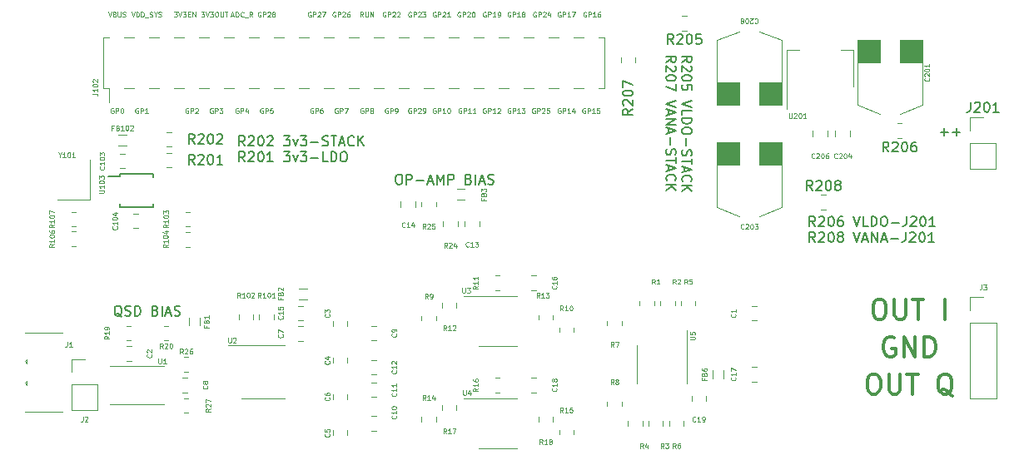
<source format=gbr>
%TF.GenerationSoftware,KiCad,Pcbnew,6.0.2+dfsg-1*%
%TF.CreationDate,2024-02-19T13:29:30+02:00*%
%TF.ProjectId,qsd_with_si5351_and_rp2040,7173645f-7769-4746-985f-736935333531,rev?*%
%TF.SameCoordinates,Original*%
%TF.FileFunction,Legend,Top*%
%TF.FilePolarity,Positive*%
%FSLAX46Y46*%
G04 Gerber Fmt 4.6, Leading zero omitted, Abs format (unit mm)*
G04 Created by KiCad (PCBNEW 6.0.2+dfsg-1) date 2024-02-19 13:29:30*
%MOMM*%
%LPD*%
G01*
G04 APERTURE LIST*
%ADD10C,0.100000*%
%ADD11C,0.300000*%
%ADD12C,0.150000*%
%ADD13C,0.200000*%
%ADD14C,0.120000*%
%ADD15C,0.050000*%
G04 APERTURE END LIST*
D10*
X72404761Y-33650000D02*
X72357142Y-33626190D01*
X72285714Y-33626190D01*
X72214285Y-33650000D01*
X72166666Y-33697619D01*
X72142857Y-33745238D01*
X72119047Y-33840476D01*
X72119047Y-33911904D01*
X72142857Y-34007142D01*
X72166666Y-34054761D01*
X72214285Y-34102380D01*
X72285714Y-34126190D01*
X72333333Y-34126190D01*
X72404761Y-34102380D01*
X72428571Y-34078571D01*
X72428571Y-33911904D01*
X72333333Y-33911904D01*
X72642857Y-34126190D02*
X72642857Y-33626190D01*
X72833333Y-33626190D01*
X72880952Y-33650000D01*
X72904761Y-33673809D01*
X72928571Y-33721428D01*
X72928571Y-33792857D01*
X72904761Y-33840476D01*
X72880952Y-33864285D01*
X72833333Y-33888095D01*
X72642857Y-33888095D01*
X73404761Y-34126190D02*
X73119047Y-34126190D01*
X73261904Y-34126190D02*
X73261904Y-33626190D01*
X73214285Y-33697619D01*
X73166666Y-33745238D01*
X73119047Y-33769047D01*
X73595238Y-33673809D02*
X73619047Y-33650000D01*
X73666666Y-33626190D01*
X73785714Y-33626190D01*
X73833333Y-33650000D01*
X73857142Y-33673809D01*
X73880952Y-33721428D01*
X73880952Y-33769047D01*
X73857142Y-33840476D01*
X73571428Y-34126190D01*
X73880952Y-34126190D01*
D11*
X112261904Y-53104761D02*
X112642857Y-53104761D01*
X112833333Y-53200000D01*
X113023809Y-53390476D01*
X113119047Y-53771428D01*
X113119047Y-54438095D01*
X113023809Y-54819047D01*
X112833333Y-55009523D01*
X112642857Y-55104761D01*
X112261904Y-55104761D01*
X112071428Y-55009523D01*
X111880952Y-54819047D01*
X111785714Y-54438095D01*
X111785714Y-53771428D01*
X111880952Y-53390476D01*
X112071428Y-53200000D01*
X112261904Y-53104761D01*
X113976190Y-53104761D02*
X113976190Y-54723809D01*
X114071428Y-54914285D01*
X114166666Y-55009523D01*
X114357142Y-55104761D01*
X114738095Y-55104761D01*
X114928571Y-55009523D01*
X115023809Y-54914285D01*
X115119047Y-54723809D01*
X115119047Y-53104761D01*
X115785714Y-53104761D02*
X116928571Y-53104761D01*
X116357142Y-55104761D02*
X116357142Y-53104761D01*
X119119047Y-55104761D02*
X119119047Y-53104761D01*
D10*
X77504761Y-23850000D02*
X77457142Y-23826190D01*
X77385714Y-23826190D01*
X77314285Y-23850000D01*
X77266666Y-23897619D01*
X77242857Y-23945238D01*
X77219047Y-24040476D01*
X77219047Y-24111904D01*
X77242857Y-24207142D01*
X77266666Y-24254761D01*
X77314285Y-24302380D01*
X77385714Y-24326190D01*
X77433333Y-24326190D01*
X77504761Y-24302380D01*
X77528571Y-24278571D01*
X77528571Y-24111904D01*
X77433333Y-24111904D01*
X77742857Y-24326190D02*
X77742857Y-23826190D01*
X77933333Y-23826190D01*
X77980952Y-23850000D01*
X78004761Y-23873809D01*
X78028571Y-23921428D01*
X78028571Y-23992857D01*
X78004761Y-24040476D01*
X77980952Y-24064285D01*
X77933333Y-24088095D01*
X77742857Y-24088095D01*
X78219047Y-23873809D02*
X78242857Y-23850000D01*
X78290476Y-23826190D01*
X78409523Y-23826190D01*
X78457142Y-23850000D01*
X78480952Y-23873809D01*
X78504761Y-23921428D01*
X78504761Y-23969047D01*
X78480952Y-24040476D01*
X78195238Y-24326190D01*
X78504761Y-24326190D01*
X78933333Y-23992857D02*
X78933333Y-24326190D01*
X78814285Y-23802380D02*
X78695238Y-24159523D01*
X79004761Y-24159523D01*
D11*
X113976190Y-57000000D02*
X113785714Y-56904761D01*
X113500000Y-56904761D01*
X113214285Y-57000000D01*
X113023809Y-57190476D01*
X112928571Y-57380952D01*
X112833333Y-57761904D01*
X112833333Y-58047619D01*
X112928571Y-58428571D01*
X113023809Y-58619047D01*
X113214285Y-58809523D01*
X113500000Y-58904761D01*
X113690476Y-58904761D01*
X113976190Y-58809523D01*
X114071428Y-58714285D01*
X114071428Y-58047619D01*
X113690476Y-58047619D01*
X114928571Y-58904761D02*
X114928571Y-56904761D01*
X116071428Y-58904761D01*
X116071428Y-56904761D01*
X117023809Y-58904761D02*
X117023809Y-56904761D01*
X117500000Y-56904761D01*
X117785714Y-57000000D01*
X117976190Y-57190476D01*
X118071428Y-57380952D01*
X118166666Y-57761904D01*
X118166666Y-58047619D01*
X118071428Y-58428571D01*
X117976190Y-58619047D01*
X117785714Y-58809523D01*
X117500000Y-58904761D01*
X117023809Y-58904761D01*
D10*
X36352380Y-23826190D02*
X36519047Y-24326190D01*
X36685714Y-23826190D01*
X36852380Y-24326190D02*
X36852380Y-23826190D01*
X36971428Y-23826190D01*
X37042857Y-23850000D01*
X37090476Y-23897619D01*
X37114285Y-23945238D01*
X37138095Y-24040476D01*
X37138095Y-24111904D01*
X37114285Y-24207142D01*
X37090476Y-24254761D01*
X37042857Y-24302380D01*
X36971428Y-24326190D01*
X36852380Y-24326190D01*
X37352380Y-24326190D02*
X37352380Y-23826190D01*
X37471428Y-23826190D01*
X37542857Y-23850000D01*
X37590476Y-23897619D01*
X37614285Y-23945238D01*
X37638095Y-24040476D01*
X37638095Y-24111904D01*
X37614285Y-24207142D01*
X37590476Y-24254761D01*
X37542857Y-24302380D01*
X37471428Y-24326190D01*
X37352380Y-24326190D01*
X37733333Y-24373809D02*
X38114285Y-24373809D01*
X38209523Y-24302380D02*
X38280952Y-24326190D01*
X38400000Y-24326190D01*
X38447619Y-24302380D01*
X38471428Y-24278571D01*
X38495238Y-24230952D01*
X38495238Y-24183333D01*
X38471428Y-24135714D01*
X38447619Y-24111904D01*
X38400000Y-24088095D01*
X38304761Y-24064285D01*
X38257142Y-24040476D01*
X38233333Y-24016666D01*
X38209523Y-23969047D01*
X38209523Y-23921428D01*
X38233333Y-23873809D01*
X38257142Y-23850000D01*
X38304761Y-23826190D01*
X38423809Y-23826190D01*
X38495238Y-23850000D01*
X38804761Y-24088095D02*
X38804761Y-24326190D01*
X38638095Y-23826190D02*
X38804761Y-24088095D01*
X38971428Y-23826190D01*
X39114285Y-24302380D02*
X39185714Y-24326190D01*
X39304761Y-24326190D01*
X39352380Y-24302380D01*
X39376190Y-24278571D01*
X39400000Y-24230952D01*
X39400000Y-24183333D01*
X39376190Y-24135714D01*
X39352380Y-24111904D01*
X39304761Y-24088095D01*
X39209523Y-24064285D01*
X39161904Y-24040476D01*
X39138095Y-24016666D01*
X39114285Y-23969047D01*
X39114285Y-23921428D01*
X39138095Y-23873809D01*
X39161904Y-23850000D01*
X39209523Y-23826190D01*
X39328571Y-23826190D01*
X39400000Y-23850000D01*
X69804761Y-23850000D02*
X69757142Y-23826190D01*
X69685714Y-23826190D01*
X69614285Y-23850000D01*
X69566666Y-23897619D01*
X69542857Y-23945238D01*
X69519047Y-24040476D01*
X69519047Y-24111904D01*
X69542857Y-24207142D01*
X69566666Y-24254761D01*
X69614285Y-24302380D01*
X69685714Y-24326190D01*
X69733333Y-24326190D01*
X69804761Y-24302380D01*
X69828571Y-24278571D01*
X69828571Y-24111904D01*
X69733333Y-24111904D01*
X70042857Y-24326190D02*
X70042857Y-23826190D01*
X70233333Y-23826190D01*
X70280952Y-23850000D01*
X70304761Y-23873809D01*
X70328571Y-23921428D01*
X70328571Y-23992857D01*
X70304761Y-24040476D01*
X70280952Y-24064285D01*
X70233333Y-24088095D01*
X70042857Y-24088095D01*
X70519047Y-23873809D02*
X70542857Y-23850000D01*
X70590476Y-23826190D01*
X70709523Y-23826190D01*
X70757142Y-23850000D01*
X70780952Y-23873809D01*
X70804761Y-23921428D01*
X70804761Y-23969047D01*
X70780952Y-24040476D01*
X70495238Y-24326190D01*
X70804761Y-24326190D01*
X71114285Y-23826190D02*
X71161904Y-23826190D01*
X71209523Y-23850000D01*
X71233333Y-23873809D01*
X71257142Y-23921428D01*
X71280952Y-24016666D01*
X71280952Y-24135714D01*
X71257142Y-24230952D01*
X71233333Y-24278571D01*
X71209523Y-24302380D01*
X71161904Y-24326190D01*
X71114285Y-24326190D01*
X71066666Y-24302380D01*
X71042857Y-24278571D01*
X71019047Y-24230952D01*
X70995238Y-24135714D01*
X70995238Y-24016666D01*
X71019047Y-23921428D01*
X71042857Y-23873809D01*
X71066666Y-23850000D01*
X71114285Y-23826190D01*
X77404761Y-33650000D02*
X77357142Y-33626190D01*
X77285714Y-33626190D01*
X77214285Y-33650000D01*
X77166666Y-33697619D01*
X77142857Y-33745238D01*
X77119047Y-33840476D01*
X77119047Y-33911904D01*
X77142857Y-34007142D01*
X77166666Y-34054761D01*
X77214285Y-34102380D01*
X77285714Y-34126190D01*
X77333333Y-34126190D01*
X77404761Y-34102380D01*
X77428571Y-34078571D01*
X77428571Y-33911904D01*
X77333333Y-33911904D01*
X77642857Y-34126190D02*
X77642857Y-33626190D01*
X77833333Y-33626190D01*
X77880952Y-33650000D01*
X77904761Y-33673809D01*
X77928571Y-33721428D01*
X77928571Y-33792857D01*
X77904761Y-33840476D01*
X77880952Y-33864285D01*
X77833333Y-33888095D01*
X77642857Y-33888095D01*
X78119047Y-33673809D02*
X78142857Y-33650000D01*
X78190476Y-33626190D01*
X78309523Y-33626190D01*
X78357142Y-33650000D01*
X78380952Y-33673809D01*
X78404761Y-33721428D01*
X78404761Y-33769047D01*
X78380952Y-33840476D01*
X78095238Y-34126190D01*
X78404761Y-34126190D01*
X78857142Y-33626190D02*
X78619047Y-33626190D01*
X78595238Y-33864285D01*
X78619047Y-33840476D01*
X78666666Y-33816666D01*
X78785714Y-33816666D01*
X78833333Y-33840476D01*
X78857142Y-33864285D01*
X78880952Y-33911904D01*
X78880952Y-34030952D01*
X78857142Y-34078571D01*
X78833333Y-34102380D01*
X78785714Y-34126190D01*
X78666666Y-34126190D01*
X78619047Y-34102380D01*
X78595238Y-34078571D01*
X59930952Y-24326190D02*
X59764285Y-24088095D01*
X59645238Y-24326190D02*
X59645238Y-23826190D01*
X59835714Y-23826190D01*
X59883333Y-23850000D01*
X59907142Y-23873809D01*
X59930952Y-23921428D01*
X59930952Y-23992857D01*
X59907142Y-24040476D01*
X59883333Y-24064285D01*
X59835714Y-24088095D01*
X59645238Y-24088095D01*
X60145238Y-23826190D02*
X60145238Y-24230952D01*
X60169047Y-24278571D01*
X60192857Y-24302380D01*
X60240476Y-24326190D01*
X60335714Y-24326190D01*
X60383333Y-24302380D01*
X60407142Y-24278571D01*
X60430952Y-24230952D01*
X60430952Y-23826190D01*
X60669047Y-24326190D02*
X60669047Y-23826190D01*
X60954761Y-24326190D01*
X60954761Y-23826190D01*
X42142857Y-33650000D02*
X42095238Y-33626190D01*
X42023809Y-33626190D01*
X41952380Y-33650000D01*
X41904761Y-33697619D01*
X41880952Y-33745238D01*
X41857142Y-33840476D01*
X41857142Y-33911904D01*
X41880952Y-34007142D01*
X41904761Y-34054761D01*
X41952380Y-34102380D01*
X42023809Y-34126190D01*
X42071428Y-34126190D01*
X42142857Y-34102380D01*
X42166666Y-34078571D01*
X42166666Y-33911904D01*
X42071428Y-33911904D01*
X42380952Y-34126190D02*
X42380952Y-33626190D01*
X42571428Y-33626190D01*
X42619047Y-33650000D01*
X42642857Y-33673809D01*
X42666666Y-33721428D01*
X42666666Y-33792857D01*
X42642857Y-33840476D01*
X42619047Y-33864285D01*
X42571428Y-33888095D01*
X42380952Y-33888095D01*
X42857142Y-33673809D02*
X42880952Y-33650000D01*
X42928571Y-33626190D01*
X43047619Y-33626190D01*
X43095238Y-33650000D01*
X43119047Y-33673809D01*
X43142857Y-33721428D01*
X43142857Y-33769047D01*
X43119047Y-33840476D01*
X42833333Y-34126190D01*
X43142857Y-34126190D01*
X82504761Y-33650000D02*
X82457142Y-33626190D01*
X82385714Y-33626190D01*
X82314285Y-33650000D01*
X82266666Y-33697619D01*
X82242857Y-33745238D01*
X82219047Y-33840476D01*
X82219047Y-33911904D01*
X82242857Y-34007142D01*
X82266666Y-34054761D01*
X82314285Y-34102380D01*
X82385714Y-34126190D01*
X82433333Y-34126190D01*
X82504761Y-34102380D01*
X82528571Y-34078571D01*
X82528571Y-33911904D01*
X82433333Y-33911904D01*
X82742857Y-34126190D02*
X82742857Y-33626190D01*
X82933333Y-33626190D01*
X82980952Y-33650000D01*
X83004761Y-33673809D01*
X83028571Y-33721428D01*
X83028571Y-33792857D01*
X83004761Y-33840476D01*
X82980952Y-33864285D01*
X82933333Y-33888095D01*
X82742857Y-33888095D01*
X83504761Y-34126190D02*
X83219047Y-34126190D01*
X83361904Y-34126190D02*
X83361904Y-33626190D01*
X83314285Y-33697619D01*
X83266666Y-33745238D01*
X83219047Y-33769047D01*
X83957142Y-33626190D02*
X83719047Y-33626190D01*
X83695238Y-33864285D01*
X83719047Y-33840476D01*
X83766666Y-33816666D01*
X83885714Y-33816666D01*
X83933333Y-33840476D01*
X83957142Y-33864285D01*
X83980952Y-33911904D01*
X83980952Y-34030952D01*
X83957142Y-34078571D01*
X83933333Y-34102380D01*
X83885714Y-34126190D01*
X83766666Y-34126190D01*
X83719047Y-34102380D01*
X83695238Y-34078571D01*
X64804761Y-23850000D02*
X64757142Y-23826190D01*
X64685714Y-23826190D01*
X64614285Y-23850000D01*
X64566666Y-23897619D01*
X64542857Y-23945238D01*
X64519047Y-24040476D01*
X64519047Y-24111904D01*
X64542857Y-24207142D01*
X64566666Y-24254761D01*
X64614285Y-24302380D01*
X64685714Y-24326190D01*
X64733333Y-24326190D01*
X64804761Y-24302380D01*
X64828571Y-24278571D01*
X64828571Y-24111904D01*
X64733333Y-24111904D01*
X65042857Y-24326190D02*
X65042857Y-23826190D01*
X65233333Y-23826190D01*
X65280952Y-23850000D01*
X65304761Y-23873809D01*
X65328571Y-23921428D01*
X65328571Y-23992857D01*
X65304761Y-24040476D01*
X65280952Y-24064285D01*
X65233333Y-24088095D01*
X65042857Y-24088095D01*
X65519047Y-23873809D02*
X65542857Y-23850000D01*
X65590476Y-23826190D01*
X65709523Y-23826190D01*
X65757142Y-23850000D01*
X65780952Y-23873809D01*
X65804761Y-23921428D01*
X65804761Y-23969047D01*
X65780952Y-24040476D01*
X65495238Y-24326190D01*
X65804761Y-24326190D01*
X65971428Y-23826190D02*
X66280952Y-23826190D01*
X66114285Y-24016666D01*
X66185714Y-24016666D01*
X66233333Y-24040476D01*
X66257142Y-24064285D01*
X66280952Y-24111904D01*
X66280952Y-24230952D01*
X66257142Y-24278571D01*
X66233333Y-24302380D01*
X66185714Y-24326190D01*
X66042857Y-24326190D01*
X65995238Y-24302380D01*
X65971428Y-24278571D01*
D12*
X35380952Y-54847619D02*
X35285714Y-54800000D01*
X35190476Y-54704761D01*
X35047619Y-54561904D01*
X34952380Y-54514285D01*
X34857142Y-54514285D01*
X34904761Y-54752380D02*
X34809523Y-54704761D01*
X34714285Y-54609523D01*
X34666666Y-54419047D01*
X34666666Y-54085714D01*
X34714285Y-53895238D01*
X34809523Y-53800000D01*
X34904761Y-53752380D01*
X35095238Y-53752380D01*
X35190476Y-53800000D01*
X35285714Y-53895238D01*
X35333333Y-54085714D01*
X35333333Y-54419047D01*
X35285714Y-54609523D01*
X35190476Y-54704761D01*
X35095238Y-54752380D01*
X34904761Y-54752380D01*
X35714285Y-54704761D02*
X35857142Y-54752380D01*
X36095238Y-54752380D01*
X36190476Y-54704761D01*
X36238095Y-54657142D01*
X36285714Y-54561904D01*
X36285714Y-54466666D01*
X36238095Y-54371428D01*
X36190476Y-54323809D01*
X36095238Y-54276190D01*
X35904761Y-54228571D01*
X35809523Y-54180952D01*
X35761904Y-54133333D01*
X35714285Y-54038095D01*
X35714285Y-53942857D01*
X35761904Y-53847619D01*
X35809523Y-53800000D01*
X35904761Y-53752380D01*
X36142857Y-53752380D01*
X36285714Y-53800000D01*
X36714285Y-54752380D02*
X36714285Y-53752380D01*
X36952380Y-53752380D01*
X37095238Y-53800000D01*
X37190476Y-53895238D01*
X37238095Y-53990476D01*
X37285714Y-54180952D01*
X37285714Y-54323809D01*
X37238095Y-54514285D01*
X37190476Y-54609523D01*
X37095238Y-54704761D01*
X36952380Y-54752380D01*
X36714285Y-54752380D01*
X38809523Y-54228571D02*
X38952380Y-54276190D01*
X39000000Y-54323809D01*
X39047619Y-54419047D01*
X39047619Y-54561904D01*
X39000000Y-54657142D01*
X38952380Y-54704761D01*
X38857142Y-54752380D01*
X38476190Y-54752380D01*
X38476190Y-53752380D01*
X38809523Y-53752380D01*
X38904761Y-53800000D01*
X38952380Y-53847619D01*
X39000000Y-53942857D01*
X39000000Y-54038095D01*
X38952380Y-54133333D01*
X38904761Y-54180952D01*
X38809523Y-54228571D01*
X38476190Y-54228571D01*
X39476190Y-54752380D02*
X39476190Y-53752380D01*
X39904761Y-54466666D02*
X40380952Y-54466666D01*
X39809523Y-54752380D02*
X40142857Y-53752380D01*
X40476190Y-54752380D01*
X40761904Y-54704761D02*
X40904761Y-54752380D01*
X41142857Y-54752380D01*
X41238095Y-54704761D01*
X41285714Y-54657142D01*
X41333333Y-54561904D01*
X41333333Y-54466666D01*
X41285714Y-54371428D01*
X41238095Y-54323809D01*
X41142857Y-54276190D01*
X40952380Y-54228571D01*
X40857142Y-54180952D01*
X40809523Y-54133333D01*
X40761904Y-54038095D01*
X40761904Y-53942857D01*
X40809523Y-53847619D01*
X40857142Y-53800000D01*
X40952380Y-53752380D01*
X41190476Y-53752380D01*
X41333333Y-53800000D01*
D10*
X74904761Y-33650000D02*
X74857142Y-33626190D01*
X74785714Y-33626190D01*
X74714285Y-33650000D01*
X74666666Y-33697619D01*
X74642857Y-33745238D01*
X74619047Y-33840476D01*
X74619047Y-33911904D01*
X74642857Y-34007142D01*
X74666666Y-34054761D01*
X74714285Y-34102380D01*
X74785714Y-34126190D01*
X74833333Y-34126190D01*
X74904761Y-34102380D01*
X74928571Y-34078571D01*
X74928571Y-33911904D01*
X74833333Y-33911904D01*
X75142857Y-34126190D02*
X75142857Y-33626190D01*
X75333333Y-33626190D01*
X75380952Y-33650000D01*
X75404761Y-33673809D01*
X75428571Y-33721428D01*
X75428571Y-33792857D01*
X75404761Y-33840476D01*
X75380952Y-33864285D01*
X75333333Y-33888095D01*
X75142857Y-33888095D01*
X75904761Y-34126190D02*
X75619047Y-34126190D01*
X75761904Y-34126190D02*
X75761904Y-33626190D01*
X75714285Y-33697619D01*
X75666666Y-33745238D01*
X75619047Y-33769047D01*
X76071428Y-33626190D02*
X76380952Y-33626190D01*
X76214285Y-33816666D01*
X76285714Y-33816666D01*
X76333333Y-33840476D01*
X76357142Y-33864285D01*
X76380952Y-33911904D01*
X76380952Y-34030952D01*
X76357142Y-34078571D01*
X76333333Y-34102380D01*
X76285714Y-34126190D01*
X76142857Y-34126190D01*
X76095238Y-34102380D01*
X76071428Y-34078571D01*
X67304761Y-33650000D02*
X67257142Y-33626190D01*
X67185714Y-33626190D01*
X67114285Y-33650000D01*
X67066666Y-33697619D01*
X67042857Y-33745238D01*
X67019047Y-33840476D01*
X67019047Y-33911904D01*
X67042857Y-34007142D01*
X67066666Y-34054761D01*
X67114285Y-34102380D01*
X67185714Y-34126190D01*
X67233333Y-34126190D01*
X67304761Y-34102380D01*
X67328571Y-34078571D01*
X67328571Y-33911904D01*
X67233333Y-33911904D01*
X67542857Y-34126190D02*
X67542857Y-33626190D01*
X67733333Y-33626190D01*
X67780952Y-33650000D01*
X67804761Y-33673809D01*
X67828571Y-33721428D01*
X67828571Y-33792857D01*
X67804761Y-33840476D01*
X67780952Y-33864285D01*
X67733333Y-33888095D01*
X67542857Y-33888095D01*
X68304761Y-34126190D02*
X68019047Y-34126190D01*
X68161904Y-34126190D02*
X68161904Y-33626190D01*
X68114285Y-33697619D01*
X68066666Y-33745238D01*
X68019047Y-33769047D01*
X68614285Y-33626190D02*
X68661904Y-33626190D01*
X68709523Y-33650000D01*
X68733333Y-33673809D01*
X68757142Y-33721428D01*
X68780952Y-33816666D01*
X68780952Y-33935714D01*
X68757142Y-34030952D01*
X68733333Y-34078571D01*
X68709523Y-34102380D01*
X68661904Y-34126190D01*
X68614285Y-34126190D01*
X68566666Y-34102380D01*
X68542857Y-34078571D01*
X68519047Y-34030952D01*
X68495238Y-33935714D01*
X68495238Y-33816666D01*
X68519047Y-33721428D01*
X68542857Y-33673809D01*
X68566666Y-33650000D01*
X68614285Y-33626190D01*
X49504761Y-23850000D02*
X49457142Y-23826190D01*
X49385714Y-23826190D01*
X49314285Y-23850000D01*
X49266666Y-23897619D01*
X49242857Y-23945238D01*
X49219047Y-24040476D01*
X49219047Y-24111904D01*
X49242857Y-24207142D01*
X49266666Y-24254761D01*
X49314285Y-24302380D01*
X49385714Y-24326190D01*
X49433333Y-24326190D01*
X49504761Y-24302380D01*
X49528571Y-24278571D01*
X49528571Y-24111904D01*
X49433333Y-24111904D01*
X49742857Y-24326190D02*
X49742857Y-23826190D01*
X49933333Y-23826190D01*
X49980952Y-23850000D01*
X50004761Y-23873809D01*
X50028571Y-23921428D01*
X50028571Y-23992857D01*
X50004761Y-24040476D01*
X49980952Y-24064285D01*
X49933333Y-24088095D01*
X49742857Y-24088095D01*
X50219047Y-23873809D02*
X50242857Y-23850000D01*
X50290476Y-23826190D01*
X50409523Y-23826190D01*
X50457142Y-23850000D01*
X50480952Y-23873809D01*
X50504761Y-23921428D01*
X50504761Y-23969047D01*
X50480952Y-24040476D01*
X50195238Y-24326190D01*
X50504761Y-24326190D01*
X50790476Y-24040476D02*
X50742857Y-24016666D01*
X50719047Y-23992857D01*
X50695238Y-23945238D01*
X50695238Y-23921428D01*
X50719047Y-23873809D01*
X50742857Y-23850000D01*
X50790476Y-23826190D01*
X50885714Y-23826190D01*
X50933333Y-23850000D01*
X50957142Y-23873809D01*
X50980952Y-23921428D01*
X50980952Y-23945238D01*
X50957142Y-23992857D01*
X50933333Y-24016666D01*
X50885714Y-24040476D01*
X50790476Y-24040476D01*
X50742857Y-24064285D01*
X50719047Y-24088095D01*
X50695238Y-24135714D01*
X50695238Y-24230952D01*
X50719047Y-24278571D01*
X50742857Y-24302380D01*
X50790476Y-24326190D01*
X50885714Y-24326190D01*
X50933333Y-24302380D01*
X50957142Y-24278571D01*
X50980952Y-24230952D01*
X50980952Y-24135714D01*
X50957142Y-24088095D01*
X50933333Y-24064285D01*
X50885714Y-24040476D01*
X34542857Y-33650000D02*
X34495238Y-33626190D01*
X34423809Y-33626190D01*
X34352380Y-33650000D01*
X34304761Y-33697619D01*
X34280952Y-33745238D01*
X34257142Y-33840476D01*
X34257142Y-33911904D01*
X34280952Y-34007142D01*
X34304761Y-34054761D01*
X34352380Y-34102380D01*
X34423809Y-34126190D01*
X34471428Y-34126190D01*
X34542857Y-34102380D01*
X34566666Y-34078571D01*
X34566666Y-33911904D01*
X34471428Y-33911904D01*
X34780952Y-34126190D02*
X34780952Y-33626190D01*
X34971428Y-33626190D01*
X35019047Y-33650000D01*
X35042857Y-33673809D01*
X35066666Y-33721428D01*
X35066666Y-33792857D01*
X35042857Y-33840476D01*
X35019047Y-33864285D01*
X34971428Y-33888095D01*
X34780952Y-33888095D01*
X35376190Y-33626190D02*
X35423809Y-33626190D01*
X35471428Y-33650000D01*
X35495238Y-33673809D01*
X35519047Y-33721428D01*
X35542857Y-33816666D01*
X35542857Y-33935714D01*
X35519047Y-34030952D01*
X35495238Y-34078571D01*
X35471428Y-34102380D01*
X35423809Y-34126190D01*
X35376190Y-34126190D01*
X35328571Y-34102380D01*
X35304761Y-34078571D01*
X35280952Y-34030952D01*
X35257142Y-33935714D01*
X35257142Y-33816666D01*
X35280952Y-33721428D01*
X35304761Y-33673809D01*
X35328571Y-33650000D01*
X35376190Y-33626190D01*
X62442857Y-33650000D02*
X62395238Y-33626190D01*
X62323809Y-33626190D01*
X62252380Y-33650000D01*
X62204761Y-33697619D01*
X62180952Y-33745238D01*
X62157142Y-33840476D01*
X62157142Y-33911904D01*
X62180952Y-34007142D01*
X62204761Y-34054761D01*
X62252380Y-34102380D01*
X62323809Y-34126190D01*
X62371428Y-34126190D01*
X62442857Y-34102380D01*
X62466666Y-34078571D01*
X62466666Y-33911904D01*
X62371428Y-33911904D01*
X62680952Y-34126190D02*
X62680952Y-33626190D01*
X62871428Y-33626190D01*
X62919047Y-33650000D01*
X62942857Y-33673809D01*
X62966666Y-33721428D01*
X62966666Y-33792857D01*
X62942857Y-33840476D01*
X62919047Y-33864285D01*
X62871428Y-33888095D01*
X62680952Y-33888095D01*
X63204761Y-34126190D02*
X63300000Y-34126190D01*
X63347619Y-34102380D01*
X63371428Y-34078571D01*
X63419047Y-34007142D01*
X63442857Y-33911904D01*
X63442857Y-33721428D01*
X63419047Y-33673809D01*
X63395238Y-33650000D01*
X63347619Y-33626190D01*
X63252380Y-33626190D01*
X63204761Y-33650000D01*
X63180952Y-33673809D01*
X63157142Y-33721428D01*
X63157142Y-33840476D01*
X63180952Y-33888095D01*
X63204761Y-33911904D01*
X63252380Y-33935714D01*
X63347619Y-33935714D01*
X63395238Y-33911904D01*
X63419047Y-33888095D01*
X63442857Y-33840476D01*
X72404761Y-23850000D02*
X72357142Y-23826190D01*
X72285714Y-23826190D01*
X72214285Y-23850000D01*
X72166666Y-23897619D01*
X72142857Y-23945238D01*
X72119047Y-24040476D01*
X72119047Y-24111904D01*
X72142857Y-24207142D01*
X72166666Y-24254761D01*
X72214285Y-24302380D01*
X72285714Y-24326190D01*
X72333333Y-24326190D01*
X72404761Y-24302380D01*
X72428571Y-24278571D01*
X72428571Y-24111904D01*
X72333333Y-24111904D01*
X72642857Y-24326190D02*
X72642857Y-23826190D01*
X72833333Y-23826190D01*
X72880952Y-23850000D01*
X72904761Y-23873809D01*
X72928571Y-23921428D01*
X72928571Y-23992857D01*
X72904761Y-24040476D01*
X72880952Y-24064285D01*
X72833333Y-24088095D01*
X72642857Y-24088095D01*
X73404761Y-24326190D02*
X73119047Y-24326190D01*
X73261904Y-24326190D02*
X73261904Y-23826190D01*
X73214285Y-23897619D01*
X73166666Y-23945238D01*
X73119047Y-23969047D01*
X73642857Y-24326190D02*
X73738095Y-24326190D01*
X73785714Y-24302380D01*
X73809523Y-24278571D01*
X73857142Y-24207142D01*
X73880952Y-24111904D01*
X73880952Y-23921428D01*
X73857142Y-23873809D01*
X73833333Y-23850000D01*
X73785714Y-23826190D01*
X73690476Y-23826190D01*
X73642857Y-23850000D01*
X73619047Y-23873809D01*
X73595238Y-23921428D01*
X73595238Y-24040476D01*
X73619047Y-24088095D01*
X73642857Y-24111904D01*
X73690476Y-24135714D01*
X73785714Y-24135714D01*
X73833333Y-24111904D01*
X73857142Y-24088095D01*
X73880952Y-24040476D01*
D12*
X47907023Y-37447380D02*
X47573690Y-36971190D01*
X47335595Y-37447380D02*
X47335595Y-36447380D01*
X47716547Y-36447380D01*
X47811785Y-36495000D01*
X47859404Y-36542619D01*
X47907023Y-36637857D01*
X47907023Y-36780714D01*
X47859404Y-36875952D01*
X47811785Y-36923571D01*
X47716547Y-36971190D01*
X47335595Y-36971190D01*
X48287976Y-36542619D02*
X48335595Y-36495000D01*
X48430833Y-36447380D01*
X48668928Y-36447380D01*
X48764166Y-36495000D01*
X48811785Y-36542619D01*
X48859404Y-36637857D01*
X48859404Y-36733095D01*
X48811785Y-36875952D01*
X48240357Y-37447380D01*
X48859404Y-37447380D01*
X49478452Y-36447380D02*
X49573690Y-36447380D01*
X49668928Y-36495000D01*
X49716547Y-36542619D01*
X49764166Y-36637857D01*
X49811785Y-36828333D01*
X49811785Y-37066428D01*
X49764166Y-37256904D01*
X49716547Y-37352142D01*
X49668928Y-37399761D01*
X49573690Y-37447380D01*
X49478452Y-37447380D01*
X49383214Y-37399761D01*
X49335595Y-37352142D01*
X49287976Y-37256904D01*
X49240357Y-37066428D01*
X49240357Y-36828333D01*
X49287976Y-36637857D01*
X49335595Y-36542619D01*
X49383214Y-36495000D01*
X49478452Y-36447380D01*
X50192738Y-36542619D02*
X50240357Y-36495000D01*
X50335595Y-36447380D01*
X50573690Y-36447380D01*
X50668928Y-36495000D01*
X50716547Y-36542619D01*
X50764166Y-36637857D01*
X50764166Y-36733095D01*
X50716547Y-36875952D01*
X50145119Y-37447380D01*
X50764166Y-37447380D01*
X51859404Y-36447380D02*
X52478452Y-36447380D01*
X52145119Y-36828333D01*
X52287976Y-36828333D01*
X52383214Y-36875952D01*
X52430833Y-36923571D01*
X52478452Y-37018809D01*
X52478452Y-37256904D01*
X52430833Y-37352142D01*
X52383214Y-37399761D01*
X52287976Y-37447380D01*
X52002261Y-37447380D01*
X51907023Y-37399761D01*
X51859404Y-37352142D01*
X52811785Y-36780714D02*
X53049880Y-37447380D01*
X53287976Y-36780714D01*
X53573690Y-36447380D02*
X54192738Y-36447380D01*
X53859404Y-36828333D01*
X54002261Y-36828333D01*
X54097500Y-36875952D01*
X54145119Y-36923571D01*
X54192738Y-37018809D01*
X54192738Y-37256904D01*
X54145119Y-37352142D01*
X54097500Y-37399761D01*
X54002261Y-37447380D01*
X53716547Y-37447380D01*
X53621309Y-37399761D01*
X53573690Y-37352142D01*
X54621309Y-37066428D02*
X55383214Y-37066428D01*
X55811785Y-37399761D02*
X55954642Y-37447380D01*
X56192738Y-37447380D01*
X56287976Y-37399761D01*
X56335595Y-37352142D01*
X56383214Y-37256904D01*
X56383214Y-37161666D01*
X56335595Y-37066428D01*
X56287976Y-37018809D01*
X56192738Y-36971190D01*
X56002261Y-36923571D01*
X55907023Y-36875952D01*
X55859404Y-36828333D01*
X55811785Y-36733095D01*
X55811785Y-36637857D01*
X55859404Y-36542619D01*
X55907023Y-36495000D01*
X56002261Y-36447380D01*
X56240357Y-36447380D01*
X56383214Y-36495000D01*
X56668928Y-36447380D02*
X57240357Y-36447380D01*
X56954642Y-37447380D02*
X56954642Y-36447380D01*
X57526071Y-37161666D02*
X58002261Y-37161666D01*
X57430833Y-37447380D02*
X57764166Y-36447380D01*
X58097500Y-37447380D01*
X59002261Y-37352142D02*
X58954642Y-37399761D01*
X58811785Y-37447380D01*
X58716547Y-37447380D01*
X58573690Y-37399761D01*
X58478452Y-37304523D01*
X58430833Y-37209285D01*
X58383214Y-37018809D01*
X58383214Y-36875952D01*
X58430833Y-36685476D01*
X58478452Y-36590238D01*
X58573690Y-36495000D01*
X58716547Y-36447380D01*
X58811785Y-36447380D01*
X58954642Y-36495000D01*
X59002261Y-36542619D01*
X59430833Y-37447380D02*
X59430833Y-36447380D01*
X60002261Y-37447380D02*
X59573690Y-36875952D01*
X60002261Y-36447380D02*
X59430833Y-37018809D01*
X47907023Y-39057380D02*
X47573690Y-38581190D01*
X47335595Y-39057380D02*
X47335595Y-38057380D01*
X47716547Y-38057380D01*
X47811785Y-38105000D01*
X47859404Y-38152619D01*
X47907023Y-38247857D01*
X47907023Y-38390714D01*
X47859404Y-38485952D01*
X47811785Y-38533571D01*
X47716547Y-38581190D01*
X47335595Y-38581190D01*
X48287976Y-38152619D02*
X48335595Y-38105000D01*
X48430833Y-38057380D01*
X48668928Y-38057380D01*
X48764166Y-38105000D01*
X48811785Y-38152619D01*
X48859404Y-38247857D01*
X48859404Y-38343095D01*
X48811785Y-38485952D01*
X48240357Y-39057380D01*
X48859404Y-39057380D01*
X49478452Y-38057380D02*
X49573690Y-38057380D01*
X49668928Y-38105000D01*
X49716547Y-38152619D01*
X49764166Y-38247857D01*
X49811785Y-38438333D01*
X49811785Y-38676428D01*
X49764166Y-38866904D01*
X49716547Y-38962142D01*
X49668928Y-39009761D01*
X49573690Y-39057380D01*
X49478452Y-39057380D01*
X49383214Y-39009761D01*
X49335595Y-38962142D01*
X49287976Y-38866904D01*
X49240357Y-38676428D01*
X49240357Y-38438333D01*
X49287976Y-38247857D01*
X49335595Y-38152619D01*
X49383214Y-38105000D01*
X49478452Y-38057380D01*
X50764166Y-39057380D02*
X50192738Y-39057380D01*
X50478452Y-39057380D02*
X50478452Y-38057380D01*
X50383214Y-38200238D01*
X50287976Y-38295476D01*
X50192738Y-38343095D01*
X51859404Y-38057380D02*
X52478452Y-38057380D01*
X52145119Y-38438333D01*
X52287976Y-38438333D01*
X52383214Y-38485952D01*
X52430833Y-38533571D01*
X52478452Y-38628809D01*
X52478452Y-38866904D01*
X52430833Y-38962142D01*
X52383214Y-39009761D01*
X52287976Y-39057380D01*
X52002261Y-39057380D01*
X51907023Y-39009761D01*
X51859404Y-38962142D01*
X52811785Y-38390714D02*
X53049880Y-39057380D01*
X53287976Y-38390714D01*
X53573690Y-38057380D02*
X54192738Y-38057380D01*
X53859404Y-38438333D01*
X54002261Y-38438333D01*
X54097500Y-38485952D01*
X54145119Y-38533571D01*
X54192738Y-38628809D01*
X54192738Y-38866904D01*
X54145119Y-38962142D01*
X54097500Y-39009761D01*
X54002261Y-39057380D01*
X53716547Y-39057380D01*
X53621309Y-39009761D01*
X53573690Y-38962142D01*
X54621309Y-38676428D02*
X55383214Y-38676428D01*
X56335595Y-39057380D02*
X55859404Y-39057380D01*
X55859404Y-38057380D01*
X56668928Y-39057380D02*
X56668928Y-38057380D01*
X56907023Y-38057380D01*
X57049880Y-38105000D01*
X57145119Y-38200238D01*
X57192738Y-38295476D01*
X57240357Y-38485952D01*
X57240357Y-38628809D01*
X57192738Y-38819285D01*
X57145119Y-38914523D01*
X57049880Y-39009761D01*
X56907023Y-39057380D01*
X56668928Y-39057380D01*
X57859404Y-38057380D02*
X58049880Y-38057380D01*
X58145119Y-38105000D01*
X58240357Y-38200238D01*
X58287976Y-38390714D01*
X58287976Y-38724047D01*
X58240357Y-38914523D01*
X58145119Y-39009761D01*
X58049880Y-39057380D01*
X57859404Y-39057380D01*
X57764166Y-39009761D01*
X57668928Y-38914523D01*
X57621309Y-38724047D01*
X57621309Y-38390714D01*
X57668928Y-38200238D01*
X57764166Y-38105000D01*
X57859404Y-38057380D01*
D10*
X47242857Y-33650000D02*
X47195238Y-33626190D01*
X47123809Y-33626190D01*
X47052380Y-33650000D01*
X47004761Y-33697619D01*
X46980952Y-33745238D01*
X46957142Y-33840476D01*
X46957142Y-33911904D01*
X46980952Y-34007142D01*
X47004761Y-34054761D01*
X47052380Y-34102380D01*
X47123809Y-34126190D01*
X47171428Y-34126190D01*
X47242857Y-34102380D01*
X47266666Y-34078571D01*
X47266666Y-33911904D01*
X47171428Y-33911904D01*
X47480952Y-34126190D02*
X47480952Y-33626190D01*
X47671428Y-33626190D01*
X47719047Y-33650000D01*
X47742857Y-33673809D01*
X47766666Y-33721428D01*
X47766666Y-33792857D01*
X47742857Y-33840476D01*
X47719047Y-33864285D01*
X47671428Y-33888095D01*
X47480952Y-33888095D01*
X48195238Y-33792857D02*
X48195238Y-34126190D01*
X48076190Y-33602380D02*
X47957142Y-33959523D01*
X48266666Y-33959523D01*
X67304761Y-23850000D02*
X67257142Y-23826190D01*
X67185714Y-23826190D01*
X67114285Y-23850000D01*
X67066666Y-23897619D01*
X67042857Y-23945238D01*
X67019047Y-24040476D01*
X67019047Y-24111904D01*
X67042857Y-24207142D01*
X67066666Y-24254761D01*
X67114285Y-24302380D01*
X67185714Y-24326190D01*
X67233333Y-24326190D01*
X67304761Y-24302380D01*
X67328571Y-24278571D01*
X67328571Y-24111904D01*
X67233333Y-24111904D01*
X67542857Y-24326190D02*
X67542857Y-23826190D01*
X67733333Y-23826190D01*
X67780952Y-23850000D01*
X67804761Y-23873809D01*
X67828571Y-23921428D01*
X67828571Y-23992857D01*
X67804761Y-24040476D01*
X67780952Y-24064285D01*
X67733333Y-24088095D01*
X67542857Y-24088095D01*
X68019047Y-23873809D02*
X68042857Y-23850000D01*
X68090476Y-23826190D01*
X68209523Y-23826190D01*
X68257142Y-23850000D01*
X68280952Y-23873809D01*
X68304761Y-23921428D01*
X68304761Y-23969047D01*
X68280952Y-24040476D01*
X67995238Y-24326190D01*
X68304761Y-24326190D01*
X68780952Y-24326190D02*
X68495238Y-24326190D01*
X68638095Y-24326190D02*
X68638095Y-23826190D01*
X68590476Y-23897619D01*
X68542857Y-23945238D01*
X68495238Y-23969047D01*
X69904761Y-33650000D02*
X69857142Y-33626190D01*
X69785714Y-33626190D01*
X69714285Y-33650000D01*
X69666666Y-33697619D01*
X69642857Y-33745238D01*
X69619047Y-33840476D01*
X69619047Y-33911904D01*
X69642857Y-34007142D01*
X69666666Y-34054761D01*
X69714285Y-34102380D01*
X69785714Y-34126190D01*
X69833333Y-34126190D01*
X69904761Y-34102380D01*
X69928571Y-34078571D01*
X69928571Y-33911904D01*
X69833333Y-33911904D01*
X70142857Y-34126190D02*
X70142857Y-33626190D01*
X70333333Y-33626190D01*
X70380952Y-33650000D01*
X70404761Y-33673809D01*
X70428571Y-33721428D01*
X70428571Y-33792857D01*
X70404761Y-33840476D01*
X70380952Y-33864285D01*
X70333333Y-33888095D01*
X70142857Y-33888095D01*
X70904761Y-34126190D02*
X70619047Y-34126190D01*
X70761904Y-34126190D02*
X70761904Y-33626190D01*
X70714285Y-33697619D01*
X70666666Y-33745238D01*
X70619047Y-33769047D01*
X71380952Y-34126190D02*
X71095238Y-34126190D01*
X71238095Y-34126190D02*
X71238095Y-33626190D01*
X71190476Y-33697619D01*
X71142857Y-33745238D01*
X71095238Y-33769047D01*
X80004761Y-23850000D02*
X79957142Y-23826190D01*
X79885714Y-23826190D01*
X79814285Y-23850000D01*
X79766666Y-23897619D01*
X79742857Y-23945238D01*
X79719047Y-24040476D01*
X79719047Y-24111904D01*
X79742857Y-24207142D01*
X79766666Y-24254761D01*
X79814285Y-24302380D01*
X79885714Y-24326190D01*
X79933333Y-24326190D01*
X80004761Y-24302380D01*
X80028571Y-24278571D01*
X80028571Y-24111904D01*
X79933333Y-24111904D01*
X80242857Y-24326190D02*
X80242857Y-23826190D01*
X80433333Y-23826190D01*
X80480952Y-23850000D01*
X80504761Y-23873809D01*
X80528571Y-23921428D01*
X80528571Y-23992857D01*
X80504761Y-24040476D01*
X80480952Y-24064285D01*
X80433333Y-24088095D01*
X80242857Y-24088095D01*
X81004761Y-24326190D02*
X80719047Y-24326190D01*
X80861904Y-24326190D02*
X80861904Y-23826190D01*
X80814285Y-23897619D01*
X80766666Y-23945238D01*
X80719047Y-23969047D01*
X81171428Y-23826190D02*
X81504761Y-23826190D01*
X81290476Y-24326190D01*
X57342857Y-33650000D02*
X57295238Y-33626190D01*
X57223809Y-33626190D01*
X57152380Y-33650000D01*
X57104761Y-33697619D01*
X57080952Y-33745238D01*
X57057142Y-33840476D01*
X57057142Y-33911904D01*
X57080952Y-34007142D01*
X57104761Y-34054761D01*
X57152380Y-34102380D01*
X57223809Y-34126190D01*
X57271428Y-34126190D01*
X57342857Y-34102380D01*
X57366666Y-34078571D01*
X57366666Y-33911904D01*
X57271428Y-33911904D01*
X57580952Y-34126190D02*
X57580952Y-33626190D01*
X57771428Y-33626190D01*
X57819047Y-33650000D01*
X57842857Y-33673809D01*
X57866666Y-33721428D01*
X57866666Y-33792857D01*
X57842857Y-33840476D01*
X57819047Y-33864285D01*
X57771428Y-33888095D01*
X57580952Y-33888095D01*
X58033333Y-33626190D02*
X58366666Y-33626190D01*
X58152380Y-34126190D01*
D12*
X105907023Y-45647380D02*
X105573690Y-45171190D01*
X105335595Y-45647380D02*
X105335595Y-44647380D01*
X105716547Y-44647380D01*
X105811785Y-44695000D01*
X105859404Y-44742619D01*
X105907023Y-44837857D01*
X105907023Y-44980714D01*
X105859404Y-45075952D01*
X105811785Y-45123571D01*
X105716547Y-45171190D01*
X105335595Y-45171190D01*
X106287976Y-44742619D02*
X106335595Y-44695000D01*
X106430833Y-44647380D01*
X106668928Y-44647380D01*
X106764166Y-44695000D01*
X106811785Y-44742619D01*
X106859404Y-44837857D01*
X106859404Y-44933095D01*
X106811785Y-45075952D01*
X106240357Y-45647380D01*
X106859404Y-45647380D01*
X107478452Y-44647380D02*
X107573690Y-44647380D01*
X107668928Y-44695000D01*
X107716547Y-44742619D01*
X107764166Y-44837857D01*
X107811785Y-45028333D01*
X107811785Y-45266428D01*
X107764166Y-45456904D01*
X107716547Y-45552142D01*
X107668928Y-45599761D01*
X107573690Y-45647380D01*
X107478452Y-45647380D01*
X107383214Y-45599761D01*
X107335595Y-45552142D01*
X107287976Y-45456904D01*
X107240357Y-45266428D01*
X107240357Y-45028333D01*
X107287976Y-44837857D01*
X107335595Y-44742619D01*
X107383214Y-44695000D01*
X107478452Y-44647380D01*
X108668928Y-44647380D02*
X108478452Y-44647380D01*
X108383214Y-44695000D01*
X108335595Y-44742619D01*
X108240357Y-44885476D01*
X108192738Y-45075952D01*
X108192738Y-45456904D01*
X108240357Y-45552142D01*
X108287976Y-45599761D01*
X108383214Y-45647380D01*
X108573690Y-45647380D01*
X108668928Y-45599761D01*
X108716547Y-45552142D01*
X108764166Y-45456904D01*
X108764166Y-45218809D01*
X108716547Y-45123571D01*
X108668928Y-45075952D01*
X108573690Y-45028333D01*
X108383214Y-45028333D01*
X108287976Y-45075952D01*
X108240357Y-45123571D01*
X108192738Y-45218809D01*
X109811785Y-44647380D02*
X110145119Y-45647380D01*
X110478452Y-44647380D01*
X111287976Y-45647380D02*
X110811785Y-45647380D01*
X110811785Y-44647380D01*
X111621309Y-45647380D02*
X111621309Y-44647380D01*
X111859404Y-44647380D01*
X112002261Y-44695000D01*
X112097500Y-44790238D01*
X112145119Y-44885476D01*
X112192738Y-45075952D01*
X112192738Y-45218809D01*
X112145119Y-45409285D01*
X112097500Y-45504523D01*
X112002261Y-45599761D01*
X111859404Y-45647380D01*
X111621309Y-45647380D01*
X112811785Y-44647380D02*
X113002261Y-44647380D01*
X113097500Y-44695000D01*
X113192738Y-44790238D01*
X113240357Y-44980714D01*
X113240357Y-45314047D01*
X113192738Y-45504523D01*
X113097500Y-45599761D01*
X113002261Y-45647380D01*
X112811785Y-45647380D01*
X112716547Y-45599761D01*
X112621309Y-45504523D01*
X112573690Y-45314047D01*
X112573690Y-44980714D01*
X112621309Y-44790238D01*
X112716547Y-44695000D01*
X112811785Y-44647380D01*
X113668928Y-45266428D02*
X114430833Y-45266428D01*
X115192738Y-44647380D02*
X115192738Y-45361666D01*
X115145119Y-45504523D01*
X115049880Y-45599761D01*
X114907023Y-45647380D01*
X114811785Y-45647380D01*
X115621309Y-44742619D02*
X115668928Y-44695000D01*
X115764166Y-44647380D01*
X116002261Y-44647380D01*
X116097500Y-44695000D01*
X116145119Y-44742619D01*
X116192738Y-44837857D01*
X116192738Y-44933095D01*
X116145119Y-45075952D01*
X115573690Y-45647380D01*
X116192738Y-45647380D01*
X116811785Y-44647380D02*
X116907023Y-44647380D01*
X117002261Y-44695000D01*
X117049880Y-44742619D01*
X117097500Y-44837857D01*
X117145119Y-45028333D01*
X117145119Y-45266428D01*
X117097500Y-45456904D01*
X117049880Y-45552142D01*
X117002261Y-45599761D01*
X116907023Y-45647380D01*
X116811785Y-45647380D01*
X116716547Y-45599761D01*
X116668928Y-45552142D01*
X116621309Y-45456904D01*
X116573690Y-45266428D01*
X116573690Y-45028333D01*
X116621309Y-44837857D01*
X116668928Y-44742619D01*
X116716547Y-44695000D01*
X116811785Y-44647380D01*
X118097500Y-45647380D02*
X117526071Y-45647380D01*
X117811785Y-45647380D02*
X117811785Y-44647380D01*
X117716547Y-44790238D01*
X117621309Y-44885476D01*
X117526071Y-44933095D01*
X105907023Y-47257380D02*
X105573690Y-46781190D01*
X105335595Y-47257380D02*
X105335595Y-46257380D01*
X105716547Y-46257380D01*
X105811785Y-46305000D01*
X105859404Y-46352619D01*
X105907023Y-46447857D01*
X105907023Y-46590714D01*
X105859404Y-46685952D01*
X105811785Y-46733571D01*
X105716547Y-46781190D01*
X105335595Y-46781190D01*
X106287976Y-46352619D02*
X106335595Y-46305000D01*
X106430833Y-46257380D01*
X106668928Y-46257380D01*
X106764166Y-46305000D01*
X106811785Y-46352619D01*
X106859404Y-46447857D01*
X106859404Y-46543095D01*
X106811785Y-46685952D01*
X106240357Y-47257380D01*
X106859404Y-47257380D01*
X107478452Y-46257380D02*
X107573690Y-46257380D01*
X107668928Y-46305000D01*
X107716547Y-46352619D01*
X107764166Y-46447857D01*
X107811785Y-46638333D01*
X107811785Y-46876428D01*
X107764166Y-47066904D01*
X107716547Y-47162142D01*
X107668928Y-47209761D01*
X107573690Y-47257380D01*
X107478452Y-47257380D01*
X107383214Y-47209761D01*
X107335595Y-47162142D01*
X107287976Y-47066904D01*
X107240357Y-46876428D01*
X107240357Y-46638333D01*
X107287976Y-46447857D01*
X107335595Y-46352619D01*
X107383214Y-46305000D01*
X107478452Y-46257380D01*
X108383214Y-46685952D02*
X108287976Y-46638333D01*
X108240357Y-46590714D01*
X108192738Y-46495476D01*
X108192738Y-46447857D01*
X108240357Y-46352619D01*
X108287976Y-46305000D01*
X108383214Y-46257380D01*
X108573690Y-46257380D01*
X108668928Y-46305000D01*
X108716547Y-46352619D01*
X108764166Y-46447857D01*
X108764166Y-46495476D01*
X108716547Y-46590714D01*
X108668928Y-46638333D01*
X108573690Y-46685952D01*
X108383214Y-46685952D01*
X108287976Y-46733571D01*
X108240357Y-46781190D01*
X108192738Y-46876428D01*
X108192738Y-47066904D01*
X108240357Y-47162142D01*
X108287976Y-47209761D01*
X108383214Y-47257380D01*
X108573690Y-47257380D01*
X108668928Y-47209761D01*
X108716547Y-47162142D01*
X108764166Y-47066904D01*
X108764166Y-46876428D01*
X108716547Y-46781190D01*
X108668928Y-46733571D01*
X108573690Y-46685952D01*
X109811785Y-46257380D02*
X110145119Y-47257380D01*
X110478452Y-46257380D01*
X110764166Y-46971666D02*
X111240357Y-46971666D01*
X110668928Y-47257380D02*
X111002261Y-46257380D01*
X111335595Y-47257380D01*
X111668928Y-47257380D02*
X111668928Y-46257380D01*
X112240357Y-47257380D01*
X112240357Y-46257380D01*
X112668928Y-46971666D02*
X113145119Y-46971666D01*
X112573690Y-47257380D02*
X112907023Y-46257380D01*
X113240357Y-47257380D01*
X113573690Y-46876428D02*
X114335595Y-46876428D01*
X115097500Y-46257380D02*
X115097500Y-46971666D01*
X115049880Y-47114523D01*
X114954642Y-47209761D01*
X114811785Y-47257380D01*
X114716547Y-47257380D01*
X115526071Y-46352619D02*
X115573690Y-46305000D01*
X115668928Y-46257380D01*
X115907023Y-46257380D01*
X116002261Y-46305000D01*
X116049880Y-46352619D01*
X116097500Y-46447857D01*
X116097500Y-46543095D01*
X116049880Y-46685952D01*
X115478452Y-47257380D01*
X116097500Y-47257380D01*
X116716547Y-46257380D02*
X116811785Y-46257380D01*
X116907023Y-46305000D01*
X116954642Y-46352619D01*
X117002261Y-46447857D01*
X117049880Y-46638333D01*
X117049880Y-46876428D01*
X117002261Y-47066904D01*
X116954642Y-47162142D01*
X116907023Y-47209761D01*
X116811785Y-47257380D01*
X116716547Y-47257380D01*
X116621309Y-47209761D01*
X116573690Y-47162142D01*
X116526071Y-47066904D01*
X116478452Y-46876428D01*
X116478452Y-46638333D01*
X116526071Y-46447857D01*
X116573690Y-46352619D01*
X116621309Y-46305000D01*
X116716547Y-46257380D01*
X118002261Y-47257380D02*
X117430833Y-47257380D01*
X117716547Y-47257380D02*
X117716547Y-46257380D01*
X117621309Y-46400238D01*
X117526071Y-46495476D01*
X117430833Y-46543095D01*
D10*
X80004761Y-33650000D02*
X79957142Y-33626190D01*
X79885714Y-33626190D01*
X79814285Y-33650000D01*
X79766666Y-33697619D01*
X79742857Y-33745238D01*
X79719047Y-33840476D01*
X79719047Y-33911904D01*
X79742857Y-34007142D01*
X79766666Y-34054761D01*
X79814285Y-34102380D01*
X79885714Y-34126190D01*
X79933333Y-34126190D01*
X80004761Y-34102380D01*
X80028571Y-34078571D01*
X80028571Y-33911904D01*
X79933333Y-33911904D01*
X80242857Y-34126190D02*
X80242857Y-33626190D01*
X80433333Y-33626190D01*
X80480952Y-33650000D01*
X80504761Y-33673809D01*
X80528571Y-33721428D01*
X80528571Y-33792857D01*
X80504761Y-33840476D01*
X80480952Y-33864285D01*
X80433333Y-33888095D01*
X80242857Y-33888095D01*
X81004761Y-34126190D02*
X80719047Y-34126190D01*
X80861904Y-34126190D02*
X80861904Y-33626190D01*
X80814285Y-33697619D01*
X80766666Y-33745238D01*
X80719047Y-33769047D01*
X81433333Y-33792857D02*
X81433333Y-34126190D01*
X81314285Y-33602380D02*
X81195238Y-33959523D01*
X81504761Y-33959523D01*
X74904761Y-23850000D02*
X74857142Y-23826190D01*
X74785714Y-23826190D01*
X74714285Y-23850000D01*
X74666666Y-23897619D01*
X74642857Y-23945238D01*
X74619047Y-24040476D01*
X74619047Y-24111904D01*
X74642857Y-24207142D01*
X74666666Y-24254761D01*
X74714285Y-24302380D01*
X74785714Y-24326190D01*
X74833333Y-24326190D01*
X74904761Y-24302380D01*
X74928571Y-24278571D01*
X74928571Y-24111904D01*
X74833333Y-24111904D01*
X75142857Y-24326190D02*
X75142857Y-23826190D01*
X75333333Y-23826190D01*
X75380952Y-23850000D01*
X75404761Y-23873809D01*
X75428571Y-23921428D01*
X75428571Y-23992857D01*
X75404761Y-24040476D01*
X75380952Y-24064285D01*
X75333333Y-24088095D01*
X75142857Y-24088095D01*
X75904761Y-24326190D02*
X75619047Y-24326190D01*
X75761904Y-24326190D02*
X75761904Y-23826190D01*
X75714285Y-23897619D01*
X75666666Y-23945238D01*
X75619047Y-23969047D01*
X76190476Y-24040476D02*
X76142857Y-24016666D01*
X76119047Y-23992857D01*
X76095238Y-23945238D01*
X76095238Y-23921428D01*
X76119047Y-23873809D01*
X76142857Y-23850000D01*
X76190476Y-23826190D01*
X76285714Y-23826190D01*
X76333333Y-23850000D01*
X76357142Y-23873809D01*
X76380952Y-23921428D01*
X76380952Y-23945238D01*
X76357142Y-23992857D01*
X76333333Y-24016666D01*
X76285714Y-24040476D01*
X76190476Y-24040476D01*
X76142857Y-24064285D01*
X76119047Y-24088095D01*
X76095238Y-24135714D01*
X76095238Y-24230952D01*
X76119047Y-24278571D01*
X76142857Y-24302380D01*
X76190476Y-24326190D01*
X76285714Y-24326190D01*
X76333333Y-24302380D01*
X76357142Y-24278571D01*
X76380952Y-24230952D01*
X76380952Y-24135714D01*
X76357142Y-24088095D01*
X76333333Y-24064285D01*
X76285714Y-24040476D01*
X54604761Y-23850000D02*
X54557142Y-23826190D01*
X54485714Y-23826190D01*
X54414285Y-23850000D01*
X54366666Y-23897619D01*
X54342857Y-23945238D01*
X54319047Y-24040476D01*
X54319047Y-24111904D01*
X54342857Y-24207142D01*
X54366666Y-24254761D01*
X54414285Y-24302380D01*
X54485714Y-24326190D01*
X54533333Y-24326190D01*
X54604761Y-24302380D01*
X54628571Y-24278571D01*
X54628571Y-24111904D01*
X54533333Y-24111904D01*
X54842857Y-24326190D02*
X54842857Y-23826190D01*
X55033333Y-23826190D01*
X55080952Y-23850000D01*
X55104761Y-23873809D01*
X55128571Y-23921428D01*
X55128571Y-23992857D01*
X55104761Y-24040476D01*
X55080952Y-24064285D01*
X55033333Y-24088095D01*
X54842857Y-24088095D01*
X55319047Y-23873809D02*
X55342857Y-23850000D01*
X55390476Y-23826190D01*
X55509523Y-23826190D01*
X55557142Y-23850000D01*
X55580952Y-23873809D01*
X55604761Y-23921428D01*
X55604761Y-23969047D01*
X55580952Y-24040476D01*
X55295238Y-24326190D01*
X55604761Y-24326190D01*
X55771428Y-23826190D02*
X56104761Y-23826190D01*
X55890476Y-24326190D01*
X54842857Y-33650000D02*
X54795238Y-33626190D01*
X54723809Y-33626190D01*
X54652380Y-33650000D01*
X54604761Y-33697619D01*
X54580952Y-33745238D01*
X54557142Y-33840476D01*
X54557142Y-33911904D01*
X54580952Y-34007142D01*
X54604761Y-34054761D01*
X54652380Y-34102380D01*
X54723809Y-34126190D01*
X54771428Y-34126190D01*
X54842857Y-34102380D01*
X54866666Y-34078571D01*
X54866666Y-33911904D01*
X54771428Y-33911904D01*
X55080952Y-34126190D02*
X55080952Y-33626190D01*
X55271428Y-33626190D01*
X55319047Y-33650000D01*
X55342857Y-33673809D01*
X55366666Y-33721428D01*
X55366666Y-33792857D01*
X55342857Y-33840476D01*
X55319047Y-33864285D01*
X55271428Y-33888095D01*
X55080952Y-33888095D01*
X55795238Y-33626190D02*
X55700000Y-33626190D01*
X55652380Y-33650000D01*
X55628571Y-33673809D01*
X55580952Y-33745238D01*
X55557142Y-33840476D01*
X55557142Y-34030952D01*
X55580952Y-34078571D01*
X55604761Y-34102380D01*
X55652380Y-34126190D01*
X55747619Y-34126190D01*
X55795238Y-34102380D01*
X55819047Y-34078571D01*
X55842857Y-34030952D01*
X55842857Y-33911904D01*
X55819047Y-33864285D01*
X55795238Y-33840476D01*
X55747619Y-33816666D01*
X55652380Y-33816666D01*
X55604761Y-33840476D01*
X55580952Y-33864285D01*
X55557142Y-33911904D01*
X57104761Y-23850000D02*
X57057142Y-23826190D01*
X56985714Y-23826190D01*
X56914285Y-23850000D01*
X56866666Y-23897619D01*
X56842857Y-23945238D01*
X56819047Y-24040476D01*
X56819047Y-24111904D01*
X56842857Y-24207142D01*
X56866666Y-24254761D01*
X56914285Y-24302380D01*
X56985714Y-24326190D01*
X57033333Y-24326190D01*
X57104761Y-24302380D01*
X57128571Y-24278571D01*
X57128571Y-24111904D01*
X57033333Y-24111904D01*
X57342857Y-24326190D02*
X57342857Y-23826190D01*
X57533333Y-23826190D01*
X57580952Y-23850000D01*
X57604761Y-23873809D01*
X57628571Y-23921428D01*
X57628571Y-23992857D01*
X57604761Y-24040476D01*
X57580952Y-24064285D01*
X57533333Y-24088095D01*
X57342857Y-24088095D01*
X57819047Y-23873809D02*
X57842857Y-23850000D01*
X57890476Y-23826190D01*
X58009523Y-23826190D01*
X58057142Y-23850000D01*
X58080952Y-23873809D01*
X58104761Y-23921428D01*
X58104761Y-23969047D01*
X58080952Y-24040476D01*
X57795238Y-24326190D01*
X58104761Y-24326190D01*
X58533333Y-23826190D02*
X58438095Y-23826190D01*
X58390476Y-23850000D01*
X58366666Y-23873809D01*
X58319047Y-23945238D01*
X58295238Y-24040476D01*
X58295238Y-24230952D01*
X58319047Y-24278571D01*
X58342857Y-24302380D01*
X58390476Y-24326190D01*
X58485714Y-24326190D01*
X58533333Y-24302380D01*
X58557142Y-24278571D01*
X58580952Y-24230952D01*
X58580952Y-24111904D01*
X58557142Y-24064285D01*
X58533333Y-24040476D01*
X58485714Y-24016666D01*
X58390476Y-24016666D01*
X58342857Y-24040476D01*
X58319047Y-24064285D01*
X58295238Y-24111904D01*
X46540476Y-24183333D02*
X46778571Y-24183333D01*
X46492857Y-24326190D02*
X46659523Y-23826190D01*
X46826190Y-24326190D01*
X46992857Y-24326190D02*
X46992857Y-23826190D01*
X47111904Y-23826190D01*
X47183333Y-23850000D01*
X47230952Y-23897619D01*
X47254761Y-23945238D01*
X47278571Y-24040476D01*
X47278571Y-24111904D01*
X47254761Y-24207142D01*
X47230952Y-24254761D01*
X47183333Y-24302380D01*
X47111904Y-24326190D01*
X46992857Y-24326190D01*
X47778571Y-24278571D02*
X47754761Y-24302380D01*
X47683333Y-24326190D01*
X47635714Y-24326190D01*
X47564285Y-24302380D01*
X47516666Y-24254761D01*
X47492857Y-24207142D01*
X47469047Y-24111904D01*
X47469047Y-24040476D01*
X47492857Y-23945238D01*
X47516666Y-23897619D01*
X47564285Y-23850000D01*
X47635714Y-23826190D01*
X47683333Y-23826190D01*
X47754761Y-23850000D01*
X47778571Y-23873809D01*
X47873809Y-24373809D02*
X48254761Y-24373809D01*
X48659523Y-24326190D02*
X48492857Y-24088095D01*
X48373809Y-24326190D02*
X48373809Y-23826190D01*
X48564285Y-23826190D01*
X48611904Y-23850000D01*
X48635714Y-23873809D01*
X48659523Y-23921428D01*
X48659523Y-23992857D01*
X48635714Y-24040476D01*
X48611904Y-24064285D01*
X48564285Y-24088095D01*
X48373809Y-24088095D01*
D11*
X111690476Y-60704761D02*
X112071428Y-60704761D01*
X112261904Y-60800000D01*
X112452380Y-60990476D01*
X112547619Y-61371428D01*
X112547619Y-62038095D01*
X112452380Y-62419047D01*
X112261904Y-62609523D01*
X112071428Y-62704761D01*
X111690476Y-62704761D01*
X111500000Y-62609523D01*
X111309523Y-62419047D01*
X111214285Y-62038095D01*
X111214285Y-61371428D01*
X111309523Y-60990476D01*
X111500000Y-60800000D01*
X111690476Y-60704761D01*
X113404761Y-60704761D02*
X113404761Y-62323809D01*
X113500000Y-62514285D01*
X113595238Y-62609523D01*
X113785714Y-62704761D01*
X114166666Y-62704761D01*
X114357142Y-62609523D01*
X114452380Y-62514285D01*
X114547619Y-62323809D01*
X114547619Y-60704761D01*
X115214285Y-60704761D02*
X116357142Y-60704761D01*
X115785714Y-62704761D02*
X115785714Y-60704761D01*
X119880952Y-62895238D02*
X119690476Y-62800000D01*
X119500000Y-62609523D01*
X119214285Y-62323809D01*
X119023809Y-62228571D01*
X118833333Y-62228571D01*
X118928571Y-62704761D02*
X118738095Y-62609523D01*
X118547619Y-62419047D01*
X118452380Y-62038095D01*
X118452380Y-61371428D01*
X118547619Y-60990476D01*
X118738095Y-60800000D01*
X118928571Y-60704761D01*
X119309523Y-60704761D01*
X119500000Y-60800000D01*
X119690476Y-60990476D01*
X119785714Y-61371428D01*
X119785714Y-62038095D01*
X119690476Y-62419047D01*
X119500000Y-62609523D01*
X119309523Y-62704761D01*
X118928571Y-62704761D01*
D10*
X62204761Y-23850000D02*
X62157142Y-23826190D01*
X62085714Y-23826190D01*
X62014285Y-23850000D01*
X61966666Y-23897619D01*
X61942857Y-23945238D01*
X61919047Y-24040476D01*
X61919047Y-24111904D01*
X61942857Y-24207142D01*
X61966666Y-24254761D01*
X62014285Y-24302380D01*
X62085714Y-24326190D01*
X62133333Y-24326190D01*
X62204761Y-24302380D01*
X62228571Y-24278571D01*
X62228571Y-24111904D01*
X62133333Y-24111904D01*
X62442857Y-24326190D02*
X62442857Y-23826190D01*
X62633333Y-23826190D01*
X62680952Y-23850000D01*
X62704761Y-23873809D01*
X62728571Y-23921428D01*
X62728571Y-23992857D01*
X62704761Y-24040476D01*
X62680952Y-24064285D01*
X62633333Y-24088095D01*
X62442857Y-24088095D01*
X62919047Y-23873809D02*
X62942857Y-23850000D01*
X62990476Y-23826190D01*
X63109523Y-23826190D01*
X63157142Y-23850000D01*
X63180952Y-23873809D01*
X63204761Y-23921428D01*
X63204761Y-23969047D01*
X63180952Y-24040476D01*
X62895238Y-24326190D01*
X63204761Y-24326190D01*
X63395238Y-23873809D02*
X63419047Y-23850000D01*
X63466666Y-23826190D01*
X63585714Y-23826190D01*
X63633333Y-23850000D01*
X63657142Y-23873809D01*
X63680952Y-23921428D01*
X63680952Y-23969047D01*
X63657142Y-24040476D01*
X63371428Y-24326190D01*
X63680952Y-24326190D01*
X43466666Y-23826190D02*
X43776190Y-23826190D01*
X43609523Y-24016666D01*
X43680952Y-24016666D01*
X43728571Y-24040476D01*
X43752380Y-24064285D01*
X43776190Y-24111904D01*
X43776190Y-24230952D01*
X43752380Y-24278571D01*
X43728571Y-24302380D01*
X43680952Y-24326190D01*
X43538095Y-24326190D01*
X43490476Y-24302380D01*
X43466666Y-24278571D01*
X43919047Y-23826190D02*
X44085714Y-24326190D01*
X44252380Y-23826190D01*
X44371428Y-23826190D02*
X44680952Y-23826190D01*
X44514285Y-24016666D01*
X44585714Y-24016666D01*
X44633333Y-24040476D01*
X44657142Y-24064285D01*
X44680952Y-24111904D01*
X44680952Y-24230952D01*
X44657142Y-24278571D01*
X44633333Y-24302380D01*
X44585714Y-24326190D01*
X44442857Y-24326190D01*
X44395238Y-24302380D01*
X44371428Y-24278571D01*
X44990476Y-23826190D02*
X45085714Y-23826190D01*
X45133333Y-23850000D01*
X45180952Y-23897619D01*
X45204761Y-23992857D01*
X45204761Y-24159523D01*
X45180952Y-24254761D01*
X45133333Y-24302380D01*
X45085714Y-24326190D01*
X44990476Y-24326190D01*
X44942857Y-24302380D01*
X44895238Y-24254761D01*
X44871428Y-24159523D01*
X44871428Y-23992857D01*
X44895238Y-23897619D01*
X44942857Y-23850000D01*
X44990476Y-23826190D01*
X45419047Y-23826190D02*
X45419047Y-24230952D01*
X45442857Y-24278571D01*
X45466666Y-24302380D01*
X45514285Y-24326190D01*
X45609523Y-24326190D01*
X45657142Y-24302380D01*
X45680952Y-24278571D01*
X45704761Y-24230952D01*
X45704761Y-23826190D01*
X45871428Y-23826190D02*
X46157142Y-23826190D01*
X46014285Y-24326190D02*
X46014285Y-23826190D01*
D12*
X118664404Y-36071428D02*
X119426309Y-36071428D01*
X119045357Y-36452380D02*
X119045357Y-35690476D01*
X119902500Y-36071428D02*
X120664404Y-36071428D01*
X120283452Y-36452380D02*
X120283452Y-35690476D01*
D10*
X40692857Y-23826190D02*
X41002380Y-23826190D01*
X40835714Y-24016666D01*
X40907142Y-24016666D01*
X40954761Y-24040476D01*
X40978571Y-24064285D01*
X41002380Y-24111904D01*
X41002380Y-24230952D01*
X40978571Y-24278571D01*
X40954761Y-24302380D01*
X40907142Y-24326190D01*
X40764285Y-24326190D01*
X40716666Y-24302380D01*
X40692857Y-24278571D01*
X41145238Y-23826190D02*
X41311904Y-24326190D01*
X41478571Y-23826190D01*
X41597619Y-23826190D02*
X41907142Y-23826190D01*
X41740476Y-24016666D01*
X41811904Y-24016666D01*
X41859523Y-24040476D01*
X41883333Y-24064285D01*
X41907142Y-24111904D01*
X41907142Y-24230952D01*
X41883333Y-24278571D01*
X41859523Y-24302380D01*
X41811904Y-24326190D01*
X41669047Y-24326190D01*
X41621428Y-24302380D01*
X41597619Y-24278571D01*
X42121428Y-24064285D02*
X42288095Y-24064285D01*
X42359523Y-24326190D02*
X42121428Y-24326190D01*
X42121428Y-23826190D01*
X42359523Y-23826190D01*
X42573809Y-24326190D02*
X42573809Y-23826190D01*
X42859523Y-24326190D01*
X42859523Y-23826190D01*
X44642857Y-33650000D02*
X44595238Y-33626190D01*
X44523809Y-33626190D01*
X44452380Y-33650000D01*
X44404761Y-33697619D01*
X44380952Y-33745238D01*
X44357142Y-33840476D01*
X44357142Y-33911904D01*
X44380952Y-34007142D01*
X44404761Y-34054761D01*
X44452380Y-34102380D01*
X44523809Y-34126190D01*
X44571428Y-34126190D01*
X44642857Y-34102380D01*
X44666666Y-34078571D01*
X44666666Y-33911904D01*
X44571428Y-33911904D01*
X44880952Y-34126190D02*
X44880952Y-33626190D01*
X45071428Y-33626190D01*
X45119047Y-33650000D01*
X45142857Y-33673809D01*
X45166666Y-33721428D01*
X45166666Y-33792857D01*
X45142857Y-33840476D01*
X45119047Y-33864285D01*
X45071428Y-33888095D01*
X44880952Y-33888095D01*
X45333333Y-33626190D02*
X45642857Y-33626190D01*
X45476190Y-33816666D01*
X45547619Y-33816666D01*
X45595238Y-33840476D01*
X45619047Y-33864285D01*
X45642857Y-33911904D01*
X45642857Y-34030952D01*
X45619047Y-34078571D01*
X45595238Y-34102380D01*
X45547619Y-34126190D01*
X45404761Y-34126190D01*
X45357142Y-34102380D01*
X45333333Y-34078571D01*
X59942857Y-33650000D02*
X59895238Y-33626190D01*
X59823809Y-33626190D01*
X59752380Y-33650000D01*
X59704761Y-33697619D01*
X59680952Y-33745238D01*
X59657142Y-33840476D01*
X59657142Y-33911904D01*
X59680952Y-34007142D01*
X59704761Y-34054761D01*
X59752380Y-34102380D01*
X59823809Y-34126190D01*
X59871428Y-34126190D01*
X59942857Y-34102380D01*
X59966666Y-34078571D01*
X59966666Y-33911904D01*
X59871428Y-33911904D01*
X60180952Y-34126190D02*
X60180952Y-33626190D01*
X60371428Y-33626190D01*
X60419047Y-33650000D01*
X60442857Y-33673809D01*
X60466666Y-33721428D01*
X60466666Y-33792857D01*
X60442857Y-33840476D01*
X60419047Y-33864285D01*
X60371428Y-33888095D01*
X60180952Y-33888095D01*
X60752380Y-33840476D02*
X60704761Y-33816666D01*
X60680952Y-33792857D01*
X60657142Y-33745238D01*
X60657142Y-33721428D01*
X60680952Y-33673809D01*
X60704761Y-33650000D01*
X60752380Y-33626190D01*
X60847619Y-33626190D01*
X60895238Y-33650000D01*
X60919047Y-33673809D01*
X60942857Y-33721428D01*
X60942857Y-33745238D01*
X60919047Y-33792857D01*
X60895238Y-33816666D01*
X60847619Y-33840476D01*
X60752380Y-33840476D01*
X60704761Y-33864285D01*
X60680952Y-33888095D01*
X60657142Y-33935714D01*
X60657142Y-34030952D01*
X60680952Y-34078571D01*
X60704761Y-34102380D01*
X60752380Y-34126190D01*
X60847619Y-34126190D01*
X60895238Y-34102380D01*
X60919047Y-34078571D01*
X60942857Y-34030952D01*
X60942857Y-33935714D01*
X60919047Y-33888095D01*
X60895238Y-33864285D01*
X60847619Y-33840476D01*
D12*
X63486904Y-40377380D02*
X63677380Y-40377380D01*
X63772619Y-40425000D01*
X63867857Y-40520238D01*
X63915476Y-40710714D01*
X63915476Y-41044047D01*
X63867857Y-41234523D01*
X63772619Y-41329761D01*
X63677380Y-41377380D01*
X63486904Y-41377380D01*
X63391666Y-41329761D01*
X63296428Y-41234523D01*
X63248809Y-41044047D01*
X63248809Y-40710714D01*
X63296428Y-40520238D01*
X63391666Y-40425000D01*
X63486904Y-40377380D01*
X64344047Y-41377380D02*
X64344047Y-40377380D01*
X64725000Y-40377380D01*
X64820238Y-40425000D01*
X64867857Y-40472619D01*
X64915476Y-40567857D01*
X64915476Y-40710714D01*
X64867857Y-40805952D01*
X64820238Y-40853571D01*
X64725000Y-40901190D01*
X64344047Y-40901190D01*
X65344047Y-40996428D02*
X66105952Y-40996428D01*
X66534523Y-41091666D02*
X67010714Y-41091666D01*
X66439285Y-41377380D02*
X66772619Y-40377380D01*
X67105952Y-41377380D01*
X67439285Y-41377380D02*
X67439285Y-40377380D01*
X67772619Y-41091666D01*
X68105952Y-40377380D01*
X68105952Y-41377380D01*
X68582142Y-41377380D02*
X68582142Y-40377380D01*
X68963095Y-40377380D01*
X69058333Y-40425000D01*
X69105952Y-40472619D01*
X69153571Y-40567857D01*
X69153571Y-40710714D01*
X69105952Y-40805952D01*
X69058333Y-40853571D01*
X68963095Y-40901190D01*
X68582142Y-40901190D01*
X70677380Y-40853571D02*
X70820238Y-40901190D01*
X70867857Y-40948809D01*
X70915476Y-41044047D01*
X70915476Y-41186904D01*
X70867857Y-41282142D01*
X70820238Y-41329761D01*
X70725000Y-41377380D01*
X70344047Y-41377380D01*
X70344047Y-40377380D01*
X70677380Y-40377380D01*
X70772619Y-40425000D01*
X70820238Y-40472619D01*
X70867857Y-40567857D01*
X70867857Y-40663095D01*
X70820238Y-40758333D01*
X70772619Y-40805952D01*
X70677380Y-40853571D01*
X70344047Y-40853571D01*
X71344047Y-41377380D02*
X71344047Y-40377380D01*
X71772619Y-41091666D02*
X72248809Y-41091666D01*
X71677380Y-41377380D02*
X72010714Y-40377380D01*
X72344047Y-41377380D01*
X72629761Y-41329761D02*
X72772619Y-41377380D01*
X73010714Y-41377380D01*
X73105952Y-41329761D01*
X73153571Y-41282142D01*
X73201190Y-41186904D01*
X73201190Y-41091666D01*
X73153571Y-40996428D01*
X73105952Y-40948809D01*
X73010714Y-40901190D01*
X72820238Y-40853571D01*
X72725000Y-40805952D01*
X72677380Y-40758333D01*
X72629761Y-40663095D01*
X72629761Y-40567857D01*
X72677380Y-40472619D01*
X72725000Y-40425000D01*
X72820238Y-40377380D01*
X73058333Y-40377380D01*
X73201190Y-40425000D01*
D10*
X33983333Y-23826190D02*
X34150000Y-24326190D01*
X34316666Y-23826190D01*
X34650000Y-24064285D02*
X34721428Y-24088095D01*
X34745238Y-24111904D01*
X34769047Y-24159523D01*
X34769047Y-24230952D01*
X34745238Y-24278571D01*
X34721428Y-24302380D01*
X34673809Y-24326190D01*
X34483333Y-24326190D01*
X34483333Y-23826190D01*
X34650000Y-23826190D01*
X34697619Y-23850000D01*
X34721428Y-23873809D01*
X34745238Y-23921428D01*
X34745238Y-23969047D01*
X34721428Y-24016666D01*
X34697619Y-24040476D01*
X34650000Y-24064285D01*
X34483333Y-24064285D01*
X34983333Y-23826190D02*
X34983333Y-24230952D01*
X35007142Y-24278571D01*
X35030952Y-24302380D01*
X35078571Y-24326190D01*
X35173809Y-24326190D01*
X35221428Y-24302380D01*
X35245238Y-24278571D01*
X35269047Y-24230952D01*
X35269047Y-23826190D01*
X35483333Y-24302380D02*
X35554761Y-24326190D01*
X35673809Y-24326190D01*
X35721428Y-24302380D01*
X35745238Y-24278571D01*
X35769047Y-24230952D01*
X35769047Y-24183333D01*
X35745238Y-24135714D01*
X35721428Y-24111904D01*
X35673809Y-24088095D01*
X35578571Y-24064285D01*
X35530952Y-24040476D01*
X35507142Y-24016666D01*
X35483333Y-23969047D01*
X35483333Y-23921428D01*
X35507142Y-23873809D01*
X35530952Y-23850000D01*
X35578571Y-23826190D01*
X35697619Y-23826190D01*
X35769047Y-23850000D01*
X64804761Y-33650000D02*
X64757142Y-33626190D01*
X64685714Y-33626190D01*
X64614285Y-33650000D01*
X64566666Y-33697619D01*
X64542857Y-33745238D01*
X64519047Y-33840476D01*
X64519047Y-33911904D01*
X64542857Y-34007142D01*
X64566666Y-34054761D01*
X64614285Y-34102380D01*
X64685714Y-34126190D01*
X64733333Y-34126190D01*
X64804761Y-34102380D01*
X64828571Y-34078571D01*
X64828571Y-33911904D01*
X64733333Y-33911904D01*
X65042857Y-34126190D02*
X65042857Y-33626190D01*
X65233333Y-33626190D01*
X65280952Y-33650000D01*
X65304761Y-33673809D01*
X65328571Y-33721428D01*
X65328571Y-33792857D01*
X65304761Y-33840476D01*
X65280952Y-33864285D01*
X65233333Y-33888095D01*
X65042857Y-33888095D01*
X65519047Y-33673809D02*
X65542857Y-33650000D01*
X65590476Y-33626190D01*
X65709523Y-33626190D01*
X65757142Y-33650000D01*
X65780952Y-33673809D01*
X65804761Y-33721428D01*
X65804761Y-33769047D01*
X65780952Y-33840476D01*
X65495238Y-34126190D01*
X65804761Y-34126190D01*
X66042857Y-34126190D02*
X66138095Y-34126190D01*
X66185714Y-34102380D01*
X66209523Y-34078571D01*
X66257142Y-34007142D01*
X66280952Y-33911904D01*
X66280952Y-33721428D01*
X66257142Y-33673809D01*
X66233333Y-33650000D01*
X66185714Y-33626190D01*
X66090476Y-33626190D01*
X66042857Y-33650000D01*
X66019047Y-33673809D01*
X65995238Y-33721428D01*
X65995238Y-33840476D01*
X66019047Y-33888095D01*
X66042857Y-33911904D01*
X66090476Y-33935714D01*
X66185714Y-33935714D01*
X66233333Y-33911904D01*
X66257142Y-33888095D01*
X66280952Y-33840476D01*
X82604761Y-23850000D02*
X82557142Y-23826190D01*
X82485714Y-23826190D01*
X82414285Y-23850000D01*
X82366666Y-23897619D01*
X82342857Y-23945238D01*
X82319047Y-24040476D01*
X82319047Y-24111904D01*
X82342857Y-24207142D01*
X82366666Y-24254761D01*
X82414285Y-24302380D01*
X82485714Y-24326190D01*
X82533333Y-24326190D01*
X82604761Y-24302380D01*
X82628571Y-24278571D01*
X82628571Y-24111904D01*
X82533333Y-24111904D01*
X82842857Y-24326190D02*
X82842857Y-23826190D01*
X83033333Y-23826190D01*
X83080952Y-23850000D01*
X83104761Y-23873809D01*
X83128571Y-23921428D01*
X83128571Y-23992857D01*
X83104761Y-24040476D01*
X83080952Y-24064285D01*
X83033333Y-24088095D01*
X82842857Y-24088095D01*
X83604761Y-24326190D02*
X83319047Y-24326190D01*
X83461904Y-24326190D02*
X83461904Y-23826190D01*
X83414285Y-23897619D01*
X83366666Y-23945238D01*
X83319047Y-23969047D01*
X84033333Y-23826190D02*
X83938095Y-23826190D01*
X83890476Y-23850000D01*
X83866666Y-23873809D01*
X83819047Y-23945238D01*
X83795238Y-24040476D01*
X83795238Y-24230952D01*
X83819047Y-24278571D01*
X83842857Y-24302380D01*
X83890476Y-24326190D01*
X83985714Y-24326190D01*
X84033333Y-24302380D01*
X84057142Y-24278571D01*
X84080952Y-24230952D01*
X84080952Y-24111904D01*
X84057142Y-24064285D01*
X84033333Y-24040476D01*
X83985714Y-24016666D01*
X83890476Y-24016666D01*
X83842857Y-24040476D01*
X83819047Y-24064285D01*
X83795238Y-24111904D01*
X49742857Y-33650000D02*
X49695238Y-33626190D01*
X49623809Y-33626190D01*
X49552380Y-33650000D01*
X49504761Y-33697619D01*
X49480952Y-33745238D01*
X49457142Y-33840476D01*
X49457142Y-33911904D01*
X49480952Y-34007142D01*
X49504761Y-34054761D01*
X49552380Y-34102380D01*
X49623809Y-34126190D01*
X49671428Y-34126190D01*
X49742857Y-34102380D01*
X49766666Y-34078571D01*
X49766666Y-33911904D01*
X49671428Y-33911904D01*
X49980952Y-34126190D02*
X49980952Y-33626190D01*
X50171428Y-33626190D01*
X50219047Y-33650000D01*
X50242857Y-33673809D01*
X50266666Y-33721428D01*
X50266666Y-33792857D01*
X50242857Y-33840476D01*
X50219047Y-33864285D01*
X50171428Y-33888095D01*
X49980952Y-33888095D01*
X50719047Y-33626190D02*
X50480952Y-33626190D01*
X50457142Y-33864285D01*
X50480952Y-33840476D01*
X50528571Y-33816666D01*
X50647619Y-33816666D01*
X50695238Y-33840476D01*
X50719047Y-33864285D01*
X50742857Y-33911904D01*
X50742857Y-34030952D01*
X50719047Y-34078571D01*
X50695238Y-34102380D01*
X50647619Y-34126190D01*
X50528571Y-34126190D01*
X50480952Y-34102380D01*
X50457142Y-34078571D01*
X37042857Y-33650000D02*
X36995238Y-33626190D01*
X36923809Y-33626190D01*
X36852380Y-33650000D01*
X36804761Y-33697619D01*
X36780952Y-33745238D01*
X36757142Y-33840476D01*
X36757142Y-33911904D01*
X36780952Y-34007142D01*
X36804761Y-34054761D01*
X36852380Y-34102380D01*
X36923809Y-34126190D01*
X36971428Y-34126190D01*
X37042857Y-34102380D01*
X37066666Y-34078571D01*
X37066666Y-33911904D01*
X36971428Y-33911904D01*
X37280952Y-34126190D02*
X37280952Y-33626190D01*
X37471428Y-33626190D01*
X37519047Y-33650000D01*
X37542857Y-33673809D01*
X37566666Y-33721428D01*
X37566666Y-33792857D01*
X37542857Y-33840476D01*
X37519047Y-33864285D01*
X37471428Y-33888095D01*
X37280952Y-33888095D01*
X38042857Y-34126190D02*
X37757142Y-34126190D01*
X37900000Y-34126190D02*
X37900000Y-33626190D01*
X37852380Y-33697619D01*
X37804761Y-33745238D01*
X37757142Y-33769047D01*
D13*
X92352619Y-28939523D02*
X92828809Y-28606190D01*
X92352619Y-28368095D02*
X93352619Y-28368095D01*
X93352619Y-28749047D01*
X93305000Y-28844285D01*
X93257380Y-28891904D01*
X93162142Y-28939523D01*
X93019285Y-28939523D01*
X92924047Y-28891904D01*
X92876428Y-28844285D01*
X92828809Y-28749047D01*
X92828809Y-28368095D01*
X93257380Y-29320476D02*
X93305000Y-29368095D01*
X93352619Y-29463333D01*
X93352619Y-29701428D01*
X93305000Y-29796666D01*
X93257380Y-29844285D01*
X93162142Y-29891904D01*
X93066904Y-29891904D01*
X92924047Y-29844285D01*
X92352619Y-29272857D01*
X92352619Y-29891904D01*
X93352619Y-30510952D02*
X93352619Y-30606190D01*
X93305000Y-30701428D01*
X93257380Y-30749047D01*
X93162142Y-30796666D01*
X92971666Y-30844285D01*
X92733571Y-30844285D01*
X92543095Y-30796666D01*
X92447857Y-30749047D01*
X92400238Y-30701428D01*
X92352619Y-30606190D01*
X92352619Y-30510952D01*
X92400238Y-30415714D01*
X92447857Y-30368095D01*
X92543095Y-30320476D01*
X92733571Y-30272857D01*
X92971666Y-30272857D01*
X93162142Y-30320476D01*
X93257380Y-30368095D01*
X93305000Y-30415714D01*
X93352619Y-30510952D01*
X93352619Y-31749047D02*
X93352619Y-31272857D01*
X92876428Y-31225238D01*
X92924047Y-31272857D01*
X92971666Y-31368095D01*
X92971666Y-31606190D01*
X92924047Y-31701428D01*
X92876428Y-31749047D01*
X92781190Y-31796666D01*
X92543095Y-31796666D01*
X92447857Y-31749047D01*
X92400238Y-31701428D01*
X92352619Y-31606190D01*
X92352619Y-31368095D01*
X92400238Y-31272857D01*
X92447857Y-31225238D01*
X93352619Y-32844285D02*
X92352619Y-33177619D01*
X93352619Y-33510952D01*
X92352619Y-34320476D02*
X92352619Y-33844285D01*
X93352619Y-33844285D01*
X92352619Y-34653809D02*
X93352619Y-34653809D01*
X93352619Y-34891904D01*
X93305000Y-35034761D01*
X93209761Y-35130000D01*
X93114523Y-35177619D01*
X92924047Y-35225238D01*
X92781190Y-35225238D01*
X92590714Y-35177619D01*
X92495476Y-35130000D01*
X92400238Y-35034761D01*
X92352619Y-34891904D01*
X92352619Y-34653809D01*
X93352619Y-35844285D02*
X93352619Y-36034761D01*
X93305000Y-36130000D01*
X93209761Y-36225238D01*
X93019285Y-36272857D01*
X92685952Y-36272857D01*
X92495476Y-36225238D01*
X92400238Y-36130000D01*
X92352619Y-36034761D01*
X92352619Y-35844285D01*
X92400238Y-35749047D01*
X92495476Y-35653809D01*
X92685952Y-35606190D01*
X93019285Y-35606190D01*
X93209761Y-35653809D01*
X93305000Y-35749047D01*
X93352619Y-35844285D01*
X92733571Y-36701428D02*
X92733571Y-37463333D01*
X92400238Y-37891904D02*
X92352619Y-38034761D01*
X92352619Y-38272857D01*
X92400238Y-38368095D01*
X92447857Y-38415714D01*
X92543095Y-38463333D01*
X92638333Y-38463333D01*
X92733571Y-38415714D01*
X92781190Y-38368095D01*
X92828809Y-38272857D01*
X92876428Y-38082380D01*
X92924047Y-37987142D01*
X92971666Y-37939523D01*
X93066904Y-37891904D01*
X93162142Y-37891904D01*
X93257380Y-37939523D01*
X93305000Y-37987142D01*
X93352619Y-38082380D01*
X93352619Y-38320476D01*
X93305000Y-38463333D01*
X93352619Y-38749047D02*
X93352619Y-39320476D01*
X92352619Y-39034761D02*
X93352619Y-39034761D01*
X92638333Y-39606190D02*
X92638333Y-40082380D01*
X92352619Y-39510952D02*
X93352619Y-39844285D01*
X92352619Y-40177619D01*
X92447857Y-41082380D02*
X92400238Y-41034761D01*
X92352619Y-40891904D01*
X92352619Y-40796666D01*
X92400238Y-40653809D01*
X92495476Y-40558571D01*
X92590714Y-40510952D01*
X92781190Y-40463333D01*
X92924047Y-40463333D01*
X93114523Y-40510952D01*
X93209761Y-40558571D01*
X93305000Y-40653809D01*
X93352619Y-40796666D01*
X93352619Y-40891904D01*
X93305000Y-41034761D01*
X93257380Y-41082380D01*
X92352619Y-41510952D02*
X93352619Y-41510952D01*
X92352619Y-42082380D02*
X92924047Y-41653809D01*
X93352619Y-42082380D02*
X92781190Y-41510952D01*
X90742619Y-28939523D02*
X91218809Y-28606190D01*
X90742619Y-28368095D02*
X91742619Y-28368095D01*
X91742619Y-28749047D01*
X91695000Y-28844285D01*
X91647380Y-28891904D01*
X91552142Y-28939523D01*
X91409285Y-28939523D01*
X91314047Y-28891904D01*
X91266428Y-28844285D01*
X91218809Y-28749047D01*
X91218809Y-28368095D01*
X91647380Y-29320476D02*
X91695000Y-29368095D01*
X91742619Y-29463333D01*
X91742619Y-29701428D01*
X91695000Y-29796666D01*
X91647380Y-29844285D01*
X91552142Y-29891904D01*
X91456904Y-29891904D01*
X91314047Y-29844285D01*
X90742619Y-29272857D01*
X90742619Y-29891904D01*
X91742619Y-30510952D02*
X91742619Y-30606190D01*
X91695000Y-30701428D01*
X91647380Y-30749047D01*
X91552142Y-30796666D01*
X91361666Y-30844285D01*
X91123571Y-30844285D01*
X90933095Y-30796666D01*
X90837857Y-30749047D01*
X90790238Y-30701428D01*
X90742619Y-30606190D01*
X90742619Y-30510952D01*
X90790238Y-30415714D01*
X90837857Y-30368095D01*
X90933095Y-30320476D01*
X91123571Y-30272857D01*
X91361666Y-30272857D01*
X91552142Y-30320476D01*
X91647380Y-30368095D01*
X91695000Y-30415714D01*
X91742619Y-30510952D01*
X91742619Y-31177619D02*
X91742619Y-31844285D01*
X90742619Y-31415714D01*
X91742619Y-32844285D02*
X90742619Y-33177619D01*
X91742619Y-33510952D01*
X91028333Y-33796666D02*
X91028333Y-34272857D01*
X90742619Y-33701428D02*
X91742619Y-34034761D01*
X90742619Y-34368095D01*
X90742619Y-34701428D02*
X91742619Y-34701428D01*
X90742619Y-35272857D01*
X91742619Y-35272857D01*
X91028333Y-35701428D02*
X91028333Y-36177619D01*
X90742619Y-35606190D02*
X91742619Y-35939523D01*
X90742619Y-36272857D01*
X91123571Y-36606190D02*
X91123571Y-37368095D01*
X90790238Y-37796666D02*
X90742619Y-37939523D01*
X90742619Y-38177619D01*
X90790238Y-38272857D01*
X90837857Y-38320476D01*
X90933095Y-38368095D01*
X91028333Y-38368095D01*
X91123571Y-38320476D01*
X91171190Y-38272857D01*
X91218809Y-38177619D01*
X91266428Y-37987142D01*
X91314047Y-37891904D01*
X91361666Y-37844285D01*
X91456904Y-37796666D01*
X91552142Y-37796666D01*
X91647380Y-37844285D01*
X91695000Y-37891904D01*
X91742619Y-37987142D01*
X91742619Y-38225238D01*
X91695000Y-38368095D01*
X91742619Y-38653809D02*
X91742619Y-39225238D01*
X90742619Y-38939523D02*
X91742619Y-38939523D01*
X91028333Y-39510952D02*
X91028333Y-39987142D01*
X90742619Y-39415714D02*
X91742619Y-39749047D01*
X90742619Y-40082380D01*
X90837857Y-40987142D02*
X90790238Y-40939523D01*
X90742619Y-40796666D01*
X90742619Y-40701428D01*
X90790238Y-40558571D01*
X90885476Y-40463333D01*
X90980714Y-40415714D01*
X91171190Y-40368095D01*
X91314047Y-40368095D01*
X91504523Y-40415714D01*
X91599761Y-40463333D01*
X91695000Y-40558571D01*
X91742619Y-40701428D01*
X91742619Y-40796666D01*
X91695000Y-40939523D01*
X91647380Y-40987142D01*
X90742619Y-41415714D02*
X91742619Y-41415714D01*
X90742619Y-41987142D02*
X91314047Y-41558571D01*
X91742619Y-41987142D02*
X91171190Y-41415714D01*
D10*
%TO.C,C11*%
X63278571Y-62621428D02*
X63302380Y-62645238D01*
X63326190Y-62716666D01*
X63326190Y-62764285D01*
X63302380Y-62835714D01*
X63254761Y-62883333D01*
X63207142Y-62907142D01*
X63111904Y-62930952D01*
X63040476Y-62930952D01*
X62945238Y-62907142D01*
X62897619Y-62883333D01*
X62850000Y-62835714D01*
X62826190Y-62764285D01*
X62826190Y-62716666D01*
X62850000Y-62645238D01*
X62873809Y-62621428D01*
X63326190Y-62145238D02*
X63326190Y-62430952D01*
X63326190Y-62288095D02*
X62826190Y-62288095D01*
X62897619Y-62335714D01*
X62945238Y-62383333D01*
X62969047Y-62430952D01*
X63326190Y-61669047D02*
X63326190Y-61954761D01*
X63326190Y-61811904D02*
X62826190Y-61811904D01*
X62897619Y-61859523D01*
X62945238Y-61907142D01*
X62969047Y-61954761D01*
%TO.C,C18*%
X79578571Y-62121428D02*
X79602380Y-62145238D01*
X79626190Y-62216666D01*
X79626190Y-62264285D01*
X79602380Y-62335714D01*
X79554761Y-62383333D01*
X79507142Y-62407142D01*
X79411904Y-62430952D01*
X79340476Y-62430952D01*
X79245238Y-62407142D01*
X79197619Y-62383333D01*
X79150000Y-62335714D01*
X79126190Y-62264285D01*
X79126190Y-62216666D01*
X79150000Y-62145238D01*
X79173809Y-62121428D01*
X79626190Y-61645238D02*
X79626190Y-61930952D01*
X79626190Y-61788095D02*
X79126190Y-61788095D01*
X79197619Y-61835714D01*
X79245238Y-61883333D01*
X79269047Y-61930952D01*
X79340476Y-61359523D02*
X79316666Y-61407142D01*
X79292857Y-61430952D01*
X79245238Y-61454761D01*
X79221428Y-61454761D01*
X79173809Y-61430952D01*
X79150000Y-61407142D01*
X79126190Y-61359523D01*
X79126190Y-61264285D01*
X79150000Y-61216666D01*
X79173809Y-61192857D01*
X79221428Y-61169047D01*
X79245238Y-61169047D01*
X79292857Y-61192857D01*
X79316666Y-61216666D01*
X79340476Y-61264285D01*
X79340476Y-61359523D01*
X79364285Y-61407142D01*
X79388095Y-61430952D01*
X79435714Y-61454761D01*
X79530952Y-61454761D01*
X79578571Y-61430952D01*
X79602380Y-61407142D01*
X79626190Y-61359523D01*
X79626190Y-61264285D01*
X79602380Y-61216666D01*
X79578571Y-61192857D01*
X79530952Y-61169047D01*
X79435714Y-61169047D01*
X79388095Y-61192857D01*
X79364285Y-61216666D01*
X79340476Y-61264285D01*
%TO.C,R1*%
X89616666Y-51526190D02*
X89450000Y-51288095D01*
X89330952Y-51526190D02*
X89330952Y-51026190D01*
X89521428Y-51026190D01*
X89569047Y-51050000D01*
X89592857Y-51073809D01*
X89616666Y-51121428D01*
X89616666Y-51192857D01*
X89592857Y-51240476D01*
X89569047Y-51264285D01*
X89521428Y-51288095D01*
X89330952Y-51288095D01*
X90092857Y-51526190D02*
X89807142Y-51526190D01*
X89950000Y-51526190D02*
X89950000Y-51026190D01*
X89902380Y-51097619D01*
X89854761Y-51145238D01*
X89807142Y-51169047D01*
%TO.C,C12*%
X63278571Y-60321428D02*
X63302380Y-60345238D01*
X63326190Y-60416666D01*
X63326190Y-60464285D01*
X63302380Y-60535714D01*
X63254761Y-60583333D01*
X63207142Y-60607142D01*
X63111904Y-60630952D01*
X63040476Y-60630952D01*
X62945238Y-60607142D01*
X62897619Y-60583333D01*
X62850000Y-60535714D01*
X62826190Y-60464285D01*
X62826190Y-60416666D01*
X62850000Y-60345238D01*
X62873809Y-60321428D01*
X63326190Y-59845238D02*
X63326190Y-60130952D01*
X63326190Y-59988095D02*
X62826190Y-59988095D01*
X62897619Y-60035714D01*
X62945238Y-60083333D01*
X62969047Y-60130952D01*
X62873809Y-59654761D02*
X62850000Y-59630952D01*
X62826190Y-59583333D01*
X62826190Y-59464285D01*
X62850000Y-59416666D01*
X62873809Y-59392857D01*
X62921428Y-59369047D01*
X62969047Y-59369047D01*
X63040476Y-59392857D01*
X63326190Y-59678571D01*
X63326190Y-59369047D01*
%TO.C,C208*%
X99759523Y-24521428D02*
X99783333Y-24497619D01*
X99854761Y-24473809D01*
X99902380Y-24473809D01*
X99973809Y-24497619D01*
X100021428Y-24545238D01*
X100045238Y-24592857D01*
X100069047Y-24688095D01*
X100069047Y-24759523D01*
X100045238Y-24854761D01*
X100021428Y-24902380D01*
X99973809Y-24950000D01*
X99902380Y-24973809D01*
X99854761Y-24973809D01*
X99783333Y-24950000D01*
X99759523Y-24926190D01*
X99569047Y-24926190D02*
X99545238Y-24950000D01*
X99497619Y-24973809D01*
X99378571Y-24973809D01*
X99330952Y-24950000D01*
X99307142Y-24926190D01*
X99283333Y-24878571D01*
X99283333Y-24830952D01*
X99307142Y-24759523D01*
X99592857Y-24473809D01*
X99283333Y-24473809D01*
X98973809Y-24973809D02*
X98926190Y-24973809D01*
X98878571Y-24950000D01*
X98854761Y-24926190D01*
X98830952Y-24878571D01*
X98807142Y-24783333D01*
X98807142Y-24664285D01*
X98830952Y-24569047D01*
X98854761Y-24521428D01*
X98878571Y-24497619D01*
X98926190Y-24473809D01*
X98973809Y-24473809D01*
X99021428Y-24497619D01*
X99045238Y-24521428D01*
X99069047Y-24569047D01*
X99092857Y-24664285D01*
X99092857Y-24783333D01*
X99069047Y-24878571D01*
X99045238Y-24926190D01*
X99021428Y-24950000D01*
X98973809Y-24973809D01*
X98521428Y-24759523D02*
X98569047Y-24783333D01*
X98592857Y-24807142D01*
X98616666Y-24854761D01*
X98616666Y-24878571D01*
X98592857Y-24926190D01*
X98569047Y-24950000D01*
X98521428Y-24973809D01*
X98426190Y-24973809D01*
X98378571Y-24950000D01*
X98354761Y-24926190D01*
X98330952Y-24878571D01*
X98330952Y-24854761D01*
X98354761Y-24807142D01*
X98378571Y-24783333D01*
X98426190Y-24759523D01*
X98521428Y-24759523D01*
X98569047Y-24735714D01*
X98592857Y-24711904D01*
X98616666Y-24664285D01*
X98616666Y-24569047D01*
X98592857Y-24521428D01*
X98569047Y-24497619D01*
X98521428Y-24473809D01*
X98426190Y-24473809D01*
X98378571Y-24497619D01*
X98354761Y-24521428D01*
X98330952Y-24569047D01*
X98330952Y-24664285D01*
X98354761Y-24711904D01*
X98378571Y-24735714D01*
X98426190Y-24759523D01*
%TO.C,R9*%
X66516666Y-53026190D02*
X66350000Y-52788095D01*
X66230952Y-53026190D02*
X66230952Y-52526190D01*
X66421428Y-52526190D01*
X66469047Y-52550000D01*
X66492857Y-52573809D01*
X66516666Y-52621428D01*
X66516666Y-52692857D01*
X66492857Y-52740476D01*
X66469047Y-52764285D01*
X66421428Y-52788095D01*
X66230952Y-52788095D01*
X66754761Y-53026190D02*
X66850000Y-53026190D01*
X66897619Y-53002380D01*
X66921428Y-52978571D01*
X66969047Y-52907142D01*
X66992857Y-52811904D01*
X66992857Y-52621428D01*
X66969047Y-52573809D01*
X66945238Y-52550000D01*
X66897619Y-52526190D01*
X66802380Y-52526190D01*
X66754761Y-52550000D01*
X66730952Y-52573809D01*
X66707142Y-52621428D01*
X66707142Y-52740476D01*
X66730952Y-52788095D01*
X66754761Y-52811904D01*
X66802380Y-52835714D01*
X66897619Y-52835714D01*
X66945238Y-52811904D01*
X66969047Y-52788095D01*
X66992857Y-52740476D01*
%TO.C,U4*%
X70119047Y-62326190D02*
X70119047Y-62730952D01*
X70142857Y-62778571D01*
X70166666Y-62802380D01*
X70214285Y-62826190D01*
X70309523Y-62826190D01*
X70357142Y-62802380D01*
X70380952Y-62778571D01*
X70404761Y-62730952D01*
X70404761Y-62326190D01*
X70857142Y-62492857D02*
X70857142Y-62826190D01*
X70738095Y-62302380D02*
X70619047Y-62659523D01*
X70928571Y-62659523D01*
%TO.C,R15*%
X80278571Y-64576190D02*
X80111904Y-64338095D01*
X79992857Y-64576190D02*
X79992857Y-64076190D01*
X80183333Y-64076190D01*
X80230952Y-64100000D01*
X80254761Y-64123809D01*
X80278571Y-64171428D01*
X80278571Y-64242857D01*
X80254761Y-64290476D01*
X80230952Y-64314285D01*
X80183333Y-64338095D01*
X79992857Y-64338095D01*
X80754761Y-64576190D02*
X80469047Y-64576190D01*
X80611904Y-64576190D02*
X80611904Y-64076190D01*
X80564285Y-64147619D01*
X80516666Y-64195238D01*
X80469047Y-64219047D01*
X81207142Y-64076190D02*
X80969047Y-64076190D01*
X80945238Y-64314285D01*
X80969047Y-64290476D01*
X81016666Y-64266666D01*
X81135714Y-64266666D01*
X81183333Y-64290476D01*
X81207142Y-64314285D01*
X81230952Y-64361904D01*
X81230952Y-64480952D01*
X81207142Y-64528571D01*
X81183333Y-64552380D01*
X81135714Y-64576190D01*
X81016666Y-64576190D01*
X80969047Y-64552380D01*
X80945238Y-64528571D01*
%TO.C,J3*%
X122833333Y-51596190D02*
X122833333Y-51953333D01*
X122809523Y-52024761D01*
X122761904Y-52072380D01*
X122690476Y-52096190D01*
X122642857Y-52096190D01*
X123023809Y-51596190D02*
X123333333Y-51596190D01*
X123166666Y-51786666D01*
X123238095Y-51786666D01*
X123285714Y-51810476D01*
X123309523Y-51834285D01*
X123333333Y-51881904D01*
X123333333Y-52000952D01*
X123309523Y-52048571D01*
X123285714Y-52072380D01*
X123238095Y-52096190D01*
X123095238Y-52096190D01*
X123047619Y-52072380D01*
X123023809Y-52048571D01*
%TO.C,R16*%
X71626190Y-62121428D02*
X71388095Y-62288095D01*
X71626190Y-62407142D02*
X71126190Y-62407142D01*
X71126190Y-62216666D01*
X71150000Y-62169047D01*
X71173809Y-62145238D01*
X71221428Y-62121428D01*
X71292857Y-62121428D01*
X71340476Y-62145238D01*
X71364285Y-62169047D01*
X71388095Y-62216666D01*
X71388095Y-62407142D01*
X71626190Y-61645238D02*
X71626190Y-61930952D01*
X71626190Y-61788095D02*
X71126190Y-61788095D01*
X71197619Y-61835714D01*
X71245238Y-61883333D01*
X71269047Y-61930952D01*
X71126190Y-61216666D02*
X71126190Y-61311904D01*
X71150000Y-61359523D01*
X71173809Y-61383333D01*
X71245238Y-61430952D01*
X71340476Y-61454761D01*
X71530952Y-61454761D01*
X71578571Y-61430952D01*
X71602380Y-61407142D01*
X71626190Y-61359523D01*
X71626190Y-61264285D01*
X71602380Y-61216666D01*
X71578571Y-61192857D01*
X71530952Y-61169047D01*
X71411904Y-61169047D01*
X71364285Y-61192857D01*
X71340476Y-61216666D01*
X71316666Y-61264285D01*
X71316666Y-61359523D01*
X71340476Y-61407142D01*
X71364285Y-61430952D01*
X71411904Y-61454761D01*
%TO.C,R17*%
X68378571Y-66726190D02*
X68211904Y-66488095D01*
X68092857Y-66726190D02*
X68092857Y-66226190D01*
X68283333Y-66226190D01*
X68330952Y-66250000D01*
X68354761Y-66273809D01*
X68378571Y-66321428D01*
X68378571Y-66392857D01*
X68354761Y-66440476D01*
X68330952Y-66464285D01*
X68283333Y-66488095D01*
X68092857Y-66488095D01*
X68854761Y-66726190D02*
X68569047Y-66726190D01*
X68711904Y-66726190D02*
X68711904Y-66226190D01*
X68664285Y-66297619D01*
X68616666Y-66345238D01*
X68569047Y-66369047D01*
X69021428Y-66226190D02*
X69354761Y-66226190D01*
X69140476Y-66726190D01*
D12*
%TO.C,R206*%
X113380952Y-38052380D02*
X113047619Y-37576190D01*
X112809523Y-38052380D02*
X112809523Y-37052380D01*
X113190476Y-37052380D01*
X113285714Y-37100000D01*
X113333333Y-37147619D01*
X113380952Y-37242857D01*
X113380952Y-37385714D01*
X113333333Y-37480952D01*
X113285714Y-37528571D01*
X113190476Y-37576190D01*
X112809523Y-37576190D01*
X113761904Y-37147619D02*
X113809523Y-37100000D01*
X113904761Y-37052380D01*
X114142857Y-37052380D01*
X114238095Y-37100000D01*
X114285714Y-37147619D01*
X114333333Y-37242857D01*
X114333333Y-37338095D01*
X114285714Y-37480952D01*
X113714285Y-38052380D01*
X114333333Y-38052380D01*
X114952380Y-37052380D02*
X115047619Y-37052380D01*
X115142857Y-37100000D01*
X115190476Y-37147619D01*
X115238095Y-37242857D01*
X115285714Y-37433333D01*
X115285714Y-37671428D01*
X115238095Y-37861904D01*
X115190476Y-37957142D01*
X115142857Y-38004761D01*
X115047619Y-38052380D01*
X114952380Y-38052380D01*
X114857142Y-38004761D01*
X114809523Y-37957142D01*
X114761904Y-37861904D01*
X114714285Y-37671428D01*
X114714285Y-37433333D01*
X114761904Y-37242857D01*
X114809523Y-37147619D01*
X114857142Y-37100000D01*
X114952380Y-37052380D01*
X116142857Y-37052380D02*
X115952380Y-37052380D01*
X115857142Y-37100000D01*
X115809523Y-37147619D01*
X115714285Y-37290476D01*
X115666666Y-37480952D01*
X115666666Y-37861904D01*
X115714285Y-37957142D01*
X115761904Y-38004761D01*
X115857142Y-38052380D01*
X116047619Y-38052380D01*
X116142857Y-38004761D01*
X116190476Y-37957142D01*
X116238095Y-37861904D01*
X116238095Y-37623809D01*
X116190476Y-37528571D01*
X116142857Y-37480952D01*
X116047619Y-37433333D01*
X115857142Y-37433333D01*
X115761904Y-37480952D01*
X115714285Y-37528571D01*
X115666666Y-37623809D01*
D10*
%TO.C,C204*%
X108140476Y-38678571D02*
X108116666Y-38702380D01*
X108045238Y-38726190D01*
X107997619Y-38726190D01*
X107926190Y-38702380D01*
X107878571Y-38654761D01*
X107854761Y-38607142D01*
X107830952Y-38511904D01*
X107830952Y-38440476D01*
X107854761Y-38345238D01*
X107878571Y-38297619D01*
X107926190Y-38250000D01*
X107997619Y-38226190D01*
X108045238Y-38226190D01*
X108116666Y-38250000D01*
X108140476Y-38273809D01*
X108330952Y-38273809D02*
X108354761Y-38250000D01*
X108402380Y-38226190D01*
X108521428Y-38226190D01*
X108569047Y-38250000D01*
X108592857Y-38273809D01*
X108616666Y-38321428D01*
X108616666Y-38369047D01*
X108592857Y-38440476D01*
X108307142Y-38726190D01*
X108616666Y-38726190D01*
X108926190Y-38226190D02*
X108973809Y-38226190D01*
X109021428Y-38250000D01*
X109045238Y-38273809D01*
X109069047Y-38321428D01*
X109092857Y-38416666D01*
X109092857Y-38535714D01*
X109069047Y-38630952D01*
X109045238Y-38678571D01*
X109021428Y-38702380D01*
X108973809Y-38726190D01*
X108926190Y-38726190D01*
X108878571Y-38702380D01*
X108854761Y-38678571D01*
X108830952Y-38630952D01*
X108807142Y-38535714D01*
X108807142Y-38416666D01*
X108830952Y-38321428D01*
X108854761Y-38273809D01*
X108878571Y-38250000D01*
X108926190Y-38226190D01*
X109521428Y-38392857D02*
X109521428Y-38726190D01*
X109402380Y-38202380D02*
X109283333Y-38559523D01*
X109592857Y-38559523D01*
%TO.C,R5*%
X92916666Y-51526190D02*
X92750000Y-51288095D01*
X92630952Y-51526190D02*
X92630952Y-51026190D01*
X92821428Y-51026190D01*
X92869047Y-51050000D01*
X92892857Y-51073809D01*
X92916666Y-51121428D01*
X92916666Y-51192857D01*
X92892857Y-51240476D01*
X92869047Y-51264285D01*
X92821428Y-51288095D01*
X92630952Y-51288095D01*
X93369047Y-51026190D02*
X93130952Y-51026190D01*
X93107142Y-51264285D01*
X93130952Y-51240476D01*
X93178571Y-51216666D01*
X93297619Y-51216666D01*
X93345238Y-51240476D01*
X93369047Y-51264285D01*
X93392857Y-51311904D01*
X93392857Y-51430952D01*
X93369047Y-51478571D01*
X93345238Y-51502380D01*
X93297619Y-51526190D01*
X93178571Y-51526190D01*
X93130952Y-51502380D01*
X93107142Y-51478571D01*
%TO.C,R13*%
X77878571Y-52926190D02*
X77711904Y-52688095D01*
X77592857Y-52926190D02*
X77592857Y-52426190D01*
X77783333Y-52426190D01*
X77830952Y-52450000D01*
X77854761Y-52473809D01*
X77878571Y-52521428D01*
X77878571Y-52592857D01*
X77854761Y-52640476D01*
X77830952Y-52664285D01*
X77783333Y-52688095D01*
X77592857Y-52688095D01*
X78354761Y-52926190D02*
X78069047Y-52926190D01*
X78211904Y-52926190D02*
X78211904Y-52426190D01*
X78164285Y-52497619D01*
X78116666Y-52545238D01*
X78069047Y-52569047D01*
X78521428Y-52426190D02*
X78830952Y-52426190D01*
X78664285Y-52616666D01*
X78735714Y-52616666D01*
X78783333Y-52640476D01*
X78807142Y-52664285D01*
X78830952Y-52711904D01*
X78830952Y-52830952D01*
X78807142Y-52878571D01*
X78783333Y-52902380D01*
X78735714Y-52926190D01*
X78592857Y-52926190D01*
X78545238Y-52902380D01*
X78521428Y-52878571D01*
%TO.C,R8*%
X85416666Y-61726190D02*
X85250000Y-61488095D01*
X85130952Y-61726190D02*
X85130952Y-61226190D01*
X85321428Y-61226190D01*
X85369047Y-61250000D01*
X85392857Y-61273809D01*
X85416666Y-61321428D01*
X85416666Y-61392857D01*
X85392857Y-61440476D01*
X85369047Y-61464285D01*
X85321428Y-61488095D01*
X85130952Y-61488095D01*
X85702380Y-61440476D02*
X85654761Y-61416666D01*
X85630952Y-61392857D01*
X85607142Y-61345238D01*
X85607142Y-61321428D01*
X85630952Y-61273809D01*
X85654761Y-61250000D01*
X85702380Y-61226190D01*
X85797619Y-61226190D01*
X85845238Y-61250000D01*
X85869047Y-61273809D01*
X85892857Y-61321428D01*
X85892857Y-61345238D01*
X85869047Y-61392857D01*
X85845238Y-61416666D01*
X85797619Y-61440476D01*
X85702380Y-61440476D01*
X85654761Y-61464285D01*
X85630952Y-61488095D01*
X85607142Y-61535714D01*
X85607142Y-61630952D01*
X85630952Y-61678571D01*
X85654761Y-61702380D01*
X85702380Y-61726190D01*
X85797619Y-61726190D01*
X85845238Y-61702380D01*
X85869047Y-61678571D01*
X85892857Y-61630952D01*
X85892857Y-61535714D01*
X85869047Y-61488095D01*
X85845238Y-61464285D01*
X85797619Y-61440476D01*
%TO.C,C1*%
X97778571Y-54583333D02*
X97802380Y-54607142D01*
X97826190Y-54678571D01*
X97826190Y-54726190D01*
X97802380Y-54797619D01*
X97754761Y-54845238D01*
X97707142Y-54869047D01*
X97611904Y-54892857D01*
X97540476Y-54892857D01*
X97445238Y-54869047D01*
X97397619Y-54845238D01*
X97350000Y-54797619D01*
X97326190Y-54726190D01*
X97326190Y-54678571D01*
X97350000Y-54607142D01*
X97373809Y-54583333D01*
X97826190Y-54107142D02*
X97826190Y-54392857D01*
X97826190Y-54250000D02*
X97326190Y-54250000D01*
X97397619Y-54297619D01*
X97445238Y-54345238D01*
X97469047Y-54392857D01*
%TO.C,C103*%
X33578571Y-39559523D02*
X33602380Y-39583333D01*
X33626190Y-39654761D01*
X33626190Y-39702380D01*
X33602380Y-39773809D01*
X33554761Y-39821428D01*
X33507142Y-39845238D01*
X33411904Y-39869047D01*
X33340476Y-39869047D01*
X33245238Y-39845238D01*
X33197619Y-39821428D01*
X33150000Y-39773809D01*
X33126190Y-39702380D01*
X33126190Y-39654761D01*
X33150000Y-39583333D01*
X33173809Y-39559523D01*
X33626190Y-39083333D02*
X33626190Y-39369047D01*
X33626190Y-39226190D02*
X33126190Y-39226190D01*
X33197619Y-39273809D01*
X33245238Y-39321428D01*
X33269047Y-39369047D01*
X33126190Y-38773809D02*
X33126190Y-38726190D01*
X33150000Y-38678571D01*
X33173809Y-38654761D01*
X33221428Y-38630952D01*
X33316666Y-38607142D01*
X33435714Y-38607142D01*
X33530952Y-38630952D01*
X33578571Y-38654761D01*
X33602380Y-38678571D01*
X33626190Y-38726190D01*
X33626190Y-38773809D01*
X33602380Y-38821428D01*
X33578571Y-38845238D01*
X33530952Y-38869047D01*
X33435714Y-38892857D01*
X33316666Y-38892857D01*
X33221428Y-38869047D01*
X33173809Y-38845238D01*
X33150000Y-38821428D01*
X33126190Y-38773809D01*
X33126190Y-38440476D02*
X33126190Y-38130952D01*
X33316666Y-38297619D01*
X33316666Y-38226190D01*
X33340476Y-38178571D01*
X33364285Y-38154761D01*
X33411904Y-38130952D01*
X33530952Y-38130952D01*
X33578571Y-38154761D01*
X33602380Y-38178571D01*
X33626190Y-38226190D01*
X33626190Y-38369047D01*
X33602380Y-38416666D01*
X33578571Y-38440476D01*
%TO.C,R26*%
X41618571Y-58626190D02*
X41451904Y-58388095D01*
X41332857Y-58626190D02*
X41332857Y-58126190D01*
X41523333Y-58126190D01*
X41570952Y-58150000D01*
X41594761Y-58173809D01*
X41618571Y-58221428D01*
X41618571Y-58292857D01*
X41594761Y-58340476D01*
X41570952Y-58364285D01*
X41523333Y-58388095D01*
X41332857Y-58388095D01*
X41809047Y-58173809D02*
X41832857Y-58150000D01*
X41880476Y-58126190D01*
X41999523Y-58126190D01*
X42047142Y-58150000D01*
X42070952Y-58173809D01*
X42094761Y-58221428D01*
X42094761Y-58269047D01*
X42070952Y-58340476D01*
X41785238Y-58626190D01*
X42094761Y-58626190D01*
X42523333Y-58126190D02*
X42428095Y-58126190D01*
X42380476Y-58150000D01*
X42356666Y-58173809D01*
X42309047Y-58245238D01*
X42285238Y-58340476D01*
X42285238Y-58530952D01*
X42309047Y-58578571D01*
X42332857Y-58602380D01*
X42380476Y-58626190D01*
X42475714Y-58626190D01*
X42523333Y-58602380D01*
X42547142Y-58578571D01*
X42570952Y-58530952D01*
X42570952Y-58411904D01*
X42547142Y-58364285D01*
X42523333Y-58340476D01*
X42475714Y-58316666D01*
X42380476Y-58316666D01*
X42332857Y-58340476D01*
X42309047Y-58364285D01*
X42285238Y-58411904D01*
%TO.C,FB2*%
X51514285Y-52916666D02*
X51514285Y-53083333D01*
X51776190Y-53083333D02*
X51276190Y-53083333D01*
X51276190Y-52845238D01*
X51514285Y-52488095D02*
X51538095Y-52416666D01*
X51561904Y-52392857D01*
X51609523Y-52369047D01*
X51680952Y-52369047D01*
X51728571Y-52392857D01*
X51752380Y-52416666D01*
X51776190Y-52464285D01*
X51776190Y-52654761D01*
X51276190Y-52654761D01*
X51276190Y-52488095D01*
X51300000Y-52440476D01*
X51323809Y-52416666D01*
X51371428Y-52392857D01*
X51419047Y-52392857D01*
X51466666Y-52416666D01*
X51490476Y-52440476D01*
X51514285Y-52488095D01*
X51514285Y-52654761D01*
X51323809Y-52178571D02*
X51300000Y-52154761D01*
X51276190Y-52107142D01*
X51276190Y-51988095D01*
X51300000Y-51940476D01*
X51323809Y-51916666D01*
X51371428Y-51892857D01*
X51419047Y-51892857D01*
X51490476Y-51916666D01*
X51776190Y-52202380D01*
X51776190Y-51892857D01*
%TO.C,C7*%
X51728571Y-56658333D02*
X51752380Y-56682142D01*
X51776190Y-56753571D01*
X51776190Y-56801190D01*
X51752380Y-56872619D01*
X51704761Y-56920238D01*
X51657142Y-56944047D01*
X51561904Y-56967857D01*
X51490476Y-56967857D01*
X51395238Y-56944047D01*
X51347619Y-56920238D01*
X51300000Y-56872619D01*
X51276190Y-56801190D01*
X51276190Y-56753571D01*
X51300000Y-56682142D01*
X51323809Y-56658333D01*
X51276190Y-56491666D02*
X51276190Y-56158333D01*
X51776190Y-56372619D01*
%TO.C,Y101*%
X29085714Y-38388095D02*
X29085714Y-38626190D01*
X28919047Y-38126190D02*
X29085714Y-38388095D01*
X29252380Y-38126190D01*
X29680952Y-38626190D02*
X29395238Y-38626190D01*
X29538095Y-38626190D02*
X29538095Y-38126190D01*
X29490476Y-38197619D01*
X29442857Y-38245238D01*
X29395238Y-38269047D01*
X29990476Y-38126190D02*
X30038095Y-38126190D01*
X30085714Y-38150000D01*
X30109523Y-38173809D01*
X30133333Y-38221428D01*
X30157142Y-38316666D01*
X30157142Y-38435714D01*
X30133333Y-38530952D01*
X30109523Y-38578571D01*
X30085714Y-38602380D01*
X30038095Y-38626190D01*
X29990476Y-38626190D01*
X29942857Y-38602380D01*
X29919047Y-38578571D01*
X29895238Y-38530952D01*
X29871428Y-38435714D01*
X29871428Y-38316666D01*
X29895238Y-38221428D01*
X29919047Y-38173809D01*
X29942857Y-38150000D01*
X29990476Y-38126190D01*
X30633333Y-38626190D02*
X30347619Y-38626190D01*
X30490476Y-38626190D02*
X30490476Y-38126190D01*
X30442857Y-38197619D01*
X30395238Y-38245238D01*
X30347619Y-38269047D01*
%TO.C,R24*%
X68478571Y-47826190D02*
X68311904Y-47588095D01*
X68192857Y-47826190D02*
X68192857Y-47326190D01*
X68383333Y-47326190D01*
X68430952Y-47350000D01*
X68454761Y-47373809D01*
X68478571Y-47421428D01*
X68478571Y-47492857D01*
X68454761Y-47540476D01*
X68430952Y-47564285D01*
X68383333Y-47588095D01*
X68192857Y-47588095D01*
X68669047Y-47373809D02*
X68692857Y-47350000D01*
X68740476Y-47326190D01*
X68859523Y-47326190D01*
X68907142Y-47350000D01*
X68930952Y-47373809D01*
X68954761Y-47421428D01*
X68954761Y-47469047D01*
X68930952Y-47540476D01*
X68645238Y-47826190D01*
X68954761Y-47826190D01*
X69383333Y-47492857D02*
X69383333Y-47826190D01*
X69264285Y-47302380D02*
X69145238Y-47659523D01*
X69454761Y-47659523D01*
%TO.C,R11*%
X71626190Y-51721428D02*
X71388095Y-51888095D01*
X71626190Y-52007142D02*
X71126190Y-52007142D01*
X71126190Y-51816666D01*
X71150000Y-51769047D01*
X71173809Y-51745238D01*
X71221428Y-51721428D01*
X71292857Y-51721428D01*
X71340476Y-51745238D01*
X71364285Y-51769047D01*
X71388095Y-51816666D01*
X71388095Y-52007142D01*
X71626190Y-51245238D02*
X71626190Y-51530952D01*
X71626190Y-51388095D02*
X71126190Y-51388095D01*
X71197619Y-51435714D01*
X71245238Y-51483333D01*
X71269047Y-51530952D01*
X71626190Y-50769047D02*
X71626190Y-51054761D01*
X71626190Y-50911904D02*
X71126190Y-50911904D01*
X71197619Y-50959523D01*
X71245238Y-51007142D01*
X71269047Y-51054761D01*
%TO.C,C201*%
X117478571Y-30559523D02*
X117502380Y-30583333D01*
X117526190Y-30654761D01*
X117526190Y-30702380D01*
X117502380Y-30773809D01*
X117454761Y-30821428D01*
X117407142Y-30845238D01*
X117311904Y-30869047D01*
X117240476Y-30869047D01*
X117145238Y-30845238D01*
X117097619Y-30821428D01*
X117050000Y-30773809D01*
X117026190Y-30702380D01*
X117026190Y-30654761D01*
X117050000Y-30583333D01*
X117073809Y-30559523D01*
X117073809Y-30369047D02*
X117050000Y-30345238D01*
X117026190Y-30297619D01*
X117026190Y-30178571D01*
X117050000Y-30130952D01*
X117073809Y-30107142D01*
X117121428Y-30083333D01*
X117169047Y-30083333D01*
X117240476Y-30107142D01*
X117526190Y-30392857D01*
X117526190Y-30083333D01*
X117026190Y-29773809D02*
X117026190Y-29726190D01*
X117050000Y-29678571D01*
X117073809Y-29654761D01*
X117121428Y-29630952D01*
X117216666Y-29607142D01*
X117335714Y-29607142D01*
X117430952Y-29630952D01*
X117478571Y-29654761D01*
X117502380Y-29678571D01*
X117526190Y-29726190D01*
X117526190Y-29773809D01*
X117502380Y-29821428D01*
X117478571Y-29845238D01*
X117430952Y-29869047D01*
X117335714Y-29892857D01*
X117216666Y-29892857D01*
X117121428Y-29869047D01*
X117073809Y-29845238D01*
X117050000Y-29821428D01*
X117026190Y-29773809D01*
X117526190Y-29130952D02*
X117526190Y-29416666D01*
X117526190Y-29273809D02*
X117026190Y-29273809D01*
X117097619Y-29321428D01*
X117145238Y-29369047D01*
X117169047Y-29416666D01*
%TO.C,R103*%
X40126190Y-45459523D02*
X39888095Y-45626190D01*
X40126190Y-45745238D02*
X39626190Y-45745238D01*
X39626190Y-45554761D01*
X39650000Y-45507142D01*
X39673809Y-45483333D01*
X39721428Y-45459523D01*
X39792857Y-45459523D01*
X39840476Y-45483333D01*
X39864285Y-45507142D01*
X39888095Y-45554761D01*
X39888095Y-45745238D01*
X40126190Y-44983333D02*
X40126190Y-45269047D01*
X40126190Y-45126190D02*
X39626190Y-45126190D01*
X39697619Y-45173809D01*
X39745238Y-45221428D01*
X39769047Y-45269047D01*
X39626190Y-44673809D02*
X39626190Y-44626190D01*
X39650000Y-44578571D01*
X39673809Y-44554761D01*
X39721428Y-44530952D01*
X39816666Y-44507142D01*
X39935714Y-44507142D01*
X40030952Y-44530952D01*
X40078571Y-44554761D01*
X40102380Y-44578571D01*
X40126190Y-44626190D01*
X40126190Y-44673809D01*
X40102380Y-44721428D01*
X40078571Y-44745238D01*
X40030952Y-44769047D01*
X39935714Y-44792857D01*
X39816666Y-44792857D01*
X39721428Y-44769047D01*
X39673809Y-44745238D01*
X39650000Y-44721428D01*
X39626190Y-44673809D01*
X39626190Y-44340476D02*
X39626190Y-44030952D01*
X39816666Y-44197619D01*
X39816666Y-44126190D01*
X39840476Y-44078571D01*
X39864285Y-44054761D01*
X39911904Y-44030952D01*
X40030952Y-44030952D01*
X40078571Y-44054761D01*
X40102380Y-44078571D01*
X40126190Y-44126190D01*
X40126190Y-44269047D01*
X40102380Y-44316666D01*
X40078571Y-44340476D01*
%TO.C,J2*%
X31433333Y-65026190D02*
X31433333Y-65383333D01*
X31409523Y-65454761D01*
X31361904Y-65502380D01*
X31290476Y-65526190D01*
X31242857Y-65526190D01*
X31647619Y-65073809D02*
X31671428Y-65050000D01*
X31719047Y-65026190D01*
X31838095Y-65026190D01*
X31885714Y-65050000D01*
X31909523Y-65073809D01*
X31933333Y-65121428D01*
X31933333Y-65169047D01*
X31909523Y-65240476D01*
X31623809Y-65526190D01*
X31933333Y-65526190D01*
%TO.C,C9*%
X63278571Y-56583333D02*
X63302380Y-56607142D01*
X63326190Y-56678571D01*
X63326190Y-56726190D01*
X63302380Y-56797619D01*
X63254761Y-56845238D01*
X63207142Y-56869047D01*
X63111904Y-56892857D01*
X63040476Y-56892857D01*
X62945238Y-56869047D01*
X62897619Y-56845238D01*
X62850000Y-56797619D01*
X62826190Y-56726190D01*
X62826190Y-56678571D01*
X62850000Y-56607142D01*
X62873809Y-56583333D01*
X63326190Y-56345238D02*
X63326190Y-56250000D01*
X63302380Y-56202380D01*
X63278571Y-56178571D01*
X63207142Y-56130952D01*
X63111904Y-56107142D01*
X62921428Y-56107142D01*
X62873809Y-56130952D01*
X62850000Y-56154761D01*
X62826190Y-56202380D01*
X62826190Y-56297619D01*
X62850000Y-56345238D01*
X62873809Y-56369047D01*
X62921428Y-56392857D01*
X63040476Y-56392857D01*
X63088095Y-56369047D01*
X63111904Y-56345238D01*
X63135714Y-56297619D01*
X63135714Y-56202380D01*
X63111904Y-56154761D01*
X63088095Y-56130952D01*
X63040476Y-56107142D01*
%TO.C,R102*%
X47440476Y-52901190D02*
X47273809Y-52663095D01*
X47154761Y-52901190D02*
X47154761Y-52401190D01*
X47345238Y-52401190D01*
X47392857Y-52425000D01*
X47416666Y-52448809D01*
X47440476Y-52496428D01*
X47440476Y-52567857D01*
X47416666Y-52615476D01*
X47392857Y-52639285D01*
X47345238Y-52663095D01*
X47154761Y-52663095D01*
X47916666Y-52901190D02*
X47630952Y-52901190D01*
X47773809Y-52901190D02*
X47773809Y-52401190D01*
X47726190Y-52472619D01*
X47678571Y-52520238D01*
X47630952Y-52544047D01*
X48226190Y-52401190D02*
X48273809Y-52401190D01*
X48321428Y-52425000D01*
X48345238Y-52448809D01*
X48369047Y-52496428D01*
X48392857Y-52591666D01*
X48392857Y-52710714D01*
X48369047Y-52805952D01*
X48345238Y-52853571D01*
X48321428Y-52877380D01*
X48273809Y-52901190D01*
X48226190Y-52901190D01*
X48178571Y-52877380D01*
X48154761Y-52853571D01*
X48130952Y-52805952D01*
X48107142Y-52710714D01*
X48107142Y-52591666D01*
X48130952Y-52496428D01*
X48154761Y-52448809D01*
X48178571Y-52425000D01*
X48226190Y-52401190D01*
X48583333Y-52448809D02*
X48607142Y-52425000D01*
X48654761Y-52401190D01*
X48773809Y-52401190D01*
X48821428Y-52425000D01*
X48845238Y-52448809D01*
X48869047Y-52496428D01*
X48869047Y-52544047D01*
X48845238Y-52615476D01*
X48559523Y-52901190D01*
X48869047Y-52901190D01*
%TO.C,R6*%
X91716666Y-68226190D02*
X91550000Y-67988095D01*
X91430952Y-68226190D02*
X91430952Y-67726190D01*
X91621428Y-67726190D01*
X91669047Y-67750000D01*
X91692857Y-67773809D01*
X91716666Y-67821428D01*
X91716666Y-67892857D01*
X91692857Y-67940476D01*
X91669047Y-67964285D01*
X91621428Y-67988095D01*
X91430952Y-67988095D01*
X92145238Y-67726190D02*
X92050000Y-67726190D01*
X92002380Y-67750000D01*
X91978571Y-67773809D01*
X91930952Y-67845238D01*
X91907142Y-67940476D01*
X91907142Y-68130952D01*
X91930952Y-68178571D01*
X91954761Y-68202380D01*
X92002380Y-68226190D01*
X92097619Y-68226190D01*
X92145238Y-68202380D01*
X92169047Y-68178571D01*
X92192857Y-68130952D01*
X92192857Y-68011904D01*
X92169047Y-67964285D01*
X92145238Y-67940476D01*
X92097619Y-67916666D01*
X92002380Y-67916666D01*
X91954761Y-67940476D01*
X91930952Y-67964285D01*
X91907142Y-68011904D01*
%TO.C,R25*%
X66278571Y-45901190D02*
X66111904Y-45663095D01*
X65992857Y-45901190D02*
X65992857Y-45401190D01*
X66183333Y-45401190D01*
X66230952Y-45425000D01*
X66254761Y-45448809D01*
X66278571Y-45496428D01*
X66278571Y-45567857D01*
X66254761Y-45615476D01*
X66230952Y-45639285D01*
X66183333Y-45663095D01*
X65992857Y-45663095D01*
X66469047Y-45448809D02*
X66492857Y-45425000D01*
X66540476Y-45401190D01*
X66659523Y-45401190D01*
X66707142Y-45425000D01*
X66730952Y-45448809D01*
X66754761Y-45496428D01*
X66754761Y-45544047D01*
X66730952Y-45615476D01*
X66445238Y-45901190D01*
X66754761Y-45901190D01*
X67207142Y-45401190D02*
X66969047Y-45401190D01*
X66945238Y-45639285D01*
X66969047Y-45615476D01*
X67016666Y-45591666D01*
X67135714Y-45591666D01*
X67183333Y-45615476D01*
X67207142Y-45639285D01*
X67230952Y-45686904D01*
X67230952Y-45805952D01*
X67207142Y-45853571D01*
X67183333Y-45877380D01*
X67135714Y-45901190D01*
X67016666Y-45901190D01*
X66969047Y-45877380D01*
X66945238Y-45853571D01*
%TO.C,C3*%
X56478571Y-54583333D02*
X56502380Y-54607142D01*
X56526190Y-54678571D01*
X56526190Y-54726190D01*
X56502380Y-54797619D01*
X56454761Y-54845238D01*
X56407142Y-54869047D01*
X56311904Y-54892857D01*
X56240476Y-54892857D01*
X56145238Y-54869047D01*
X56097619Y-54845238D01*
X56050000Y-54797619D01*
X56026190Y-54726190D01*
X56026190Y-54678571D01*
X56050000Y-54607142D01*
X56073809Y-54583333D01*
X56026190Y-54416666D02*
X56026190Y-54107142D01*
X56216666Y-54273809D01*
X56216666Y-54202380D01*
X56240476Y-54154761D01*
X56264285Y-54130952D01*
X56311904Y-54107142D01*
X56430952Y-54107142D01*
X56478571Y-54130952D01*
X56502380Y-54154761D01*
X56526190Y-54202380D01*
X56526190Y-54345238D01*
X56502380Y-54392857D01*
X56478571Y-54416666D01*
%TO.C,R12*%
X68378571Y-56226190D02*
X68211904Y-55988095D01*
X68092857Y-56226190D02*
X68092857Y-55726190D01*
X68283333Y-55726190D01*
X68330952Y-55750000D01*
X68354761Y-55773809D01*
X68378571Y-55821428D01*
X68378571Y-55892857D01*
X68354761Y-55940476D01*
X68330952Y-55964285D01*
X68283333Y-55988095D01*
X68092857Y-55988095D01*
X68854761Y-56226190D02*
X68569047Y-56226190D01*
X68711904Y-56226190D02*
X68711904Y-55726190D01*
X68664285Y-55797619D01*
X68616666Y-55845238D01*
X68569047Y-55869047D01*
X69045238Y-55773809D02*
X69069047Y-55750000D01*
X69116666Y-55726190D01*
X69235714Y-55726190D01*
X69283333Y-55750000D01*
X69307142Y-55773809D01*
X69330952Y-55821428D01*
X69330952Y-55869047D01*
X69307142Y-55940476D01*
X69021428Y-56226190D01*
X69330952Y-56226190D01*
%TO.C,C6*%
X56478571Y-63058333D02*
X56502380Y-63082142D01*
X56526190Y-63153571D01*
X56526190Y-63201190D01*
X56502380Y-63272619D01*
X56454761Y-63320238D01*
X56407142Y-63344047D01*
X56311904Y-63367857D01*
X56240476Y-63367857D01*
X56145238Y-63344047D01*
X56097619Y-63320238D01*
X56050000Y-63272619D01*
X56026190Y-63201190D01*
X56026190Y-63153571D01*
X56050000Y-63082142D01*
X56073809Y-63058333D01*
X56026190Y-62629761D02*
X56026190Y-62725000D01*
X56050000Y-62772619D01*
X56073809Y-62796428D01*
X56145238Y-62844047D01*
X56240476Y-62867857D01*
X56430952Y-62867857D01*
X56478571Y-62844047D01*
X56502380Y-62820238D01*
X56526190Y-62772619D01*
X56526190Y-62677380D01*
X56502380Y-62629761D01*
X56478571Y-62605952D01*
X56430952Y-62582142D01*
X56311904Y-62582142D01*
X56264285Y-62605952D01*
X56240476Y-62629761D01*
X56216666Y-62677380D01*
X56216666Y-62772619D01*
X56240476Y-62820238D01*
X56264285Y-62844047D01*
X56311904Y-62867857D01*
D12*
%TO.C,J201*%
X121689285Y-33022380D02*
X121689285Y-33736666D01*
X121641666Y-33879523D01*
X121546428Y-33974761D01*
X121403571Y-34022380D01*
X121308333Y-34022380D01*
X122117857Y-33117619D02*
X122165476Y-33070000D01*
X122260714Y-33022380D01*
X122498809Y-33022380D01*
X122594047Y-33070000D01*
X122641666Y-33117619D01*
X122689285Y-33212857D01*
X122689285Y-33308095D01*
X122641666Y-33450952D01*
X122070238Y-34022380D01*
X122689285Y-34022380D01*
X123308333Y-33022380D02*
X123403571Y-33022380D01*
X123498809Y-33070000D01*
X123546428Y-33117619D01*
X123594047Y-33212857D01*
X123641666Y-33403333D01*
X123641666Y-33641428D01*
X123594047Y-33831904D01*
X123546428Y-33927142D01*
X123498809Y-33974761D01*
X123403571Y-34022380D01*
X123308333Y-34022380D01*
X123213095Y-33974761D01*
X123165476Y-33927142D01*
X123117857Y-33831904D01*
X123070238Y-33641428D01*
X123070238Y-33403333D01*
X123117857Y-33212857D01*
X123165476Y-33117619D01*
X123213095Y-33070000D01*
X123308333Y-33022380D01*
X124594047Y-34022380D02*
X124022619Y-34022380D01*
X124308333Y-34022380D02*
X124308333Y-33022380D01*
X124213095Y-33165238D01*
X124117857Y-33260476D01*
X124022619Y-33308095D01*
%TO.C,R202*%
X42780952Y-37252380D02*
X42447619Y-36776190D01*
X42209523Y-37252380D02*
X42209523Y-36252380D01*
X42590476Y-36252380D01*
X42685714Y-36300000D01*
X42733333Y-36347619D01*
X42780952Y-36442857D01*
X42780952Y-36585714D01*
X42733333Y-36680952D01*
X42685714Y-36728571D01*
X42590476Y-36776190D01*
X42209523Y-36776190D01*
X43161904Y-36347619D02*
X43209523Y-36300000D01*
X43304761Y-36252380D01*
X43542857Y-36252380D01*
X43638095Y-36300000D01*
X43685714Y-36347619D01*
X43733333Y-36442857D01*
X43733333Y-36538095D01*
X43685714Y-36680952D01*
X43114285Y-37252380D01*
X43733333Y-37252380D01*
X44352380Y-36252380D02*
X44447619Y-36252380D01*
X44542857Y-36300000D01*
X44590476Y-36347619D01*
X44638095Y-36442857D01*
X44685714Y-36633333D01*
X44685714Y-36871428D01*
X44638095Y-37061904D01*
X44590476Y-37157142D01*
X44542857Y-37204761D01*
X44447619Y-37252380D01*
X44352380Y-37252380D01*
X44257142Y-37204761D01*
X44209523Y-37157142D01*
X44161904Y-37061904D01*
X44114285Y-36871428D01*
X44114285Y-36633333D01*
X44161904Y-36442857D01*
X44209523Y-36347619D01*
X44257142Y-36300000D01*
X44352380Y-36252380D01*
X45066666Y-36347619D02*
X45114285Y-36300000D01*
X45209523Y-36252380D01*
X45447619Y-36252380D01*
X45542857Y-36300000D01*
X45590476Y-36347619D01*
X45638095Y-36442857D01*
X45638095Y-36538095D01*
X45590476Y-36680952D01*
X45019047Y-37252380D01*
X45638095Y-37252380D01*
D10*
%TO.C,C5*%
X56478571Y-66758333D02*
X56502380Y-66782142D01*
X56526190Y-66853571D01*
X56526190Y-66901190D01*
X56502380Y-66972619D01*
X56454761Y-67020238D01*
X56407142Y-67044047D01*
X56311904Y-67067857D01*
X56240476Y-67067857D01*
X56145238Y-67044047D01*
X56097619Y-67020238D01*
X56050000Y-66972619D01*
X56026190Y-66901190D01*
X56026190Y-66853571D01*
X56050000Y-66782142D01*
X56073809Y-66758333D01*
X56026190Y-66305952D02*
X56026190Y-66544047D01*
X56264285Y-66567857D01*
X56240476Y-66544047D01*
X56216666Y-66496428D01*
X56216666Y-66377380D01*
X56240476Y-66329761D01*
X56264285Y-66305952D01*
X56311904Y-66282142D01*
X56430952Y-66282142D01*
X56478571Y-66305952D01*
X56502380Y-66329761D01*
X56526190Y-66377380D01*
X56526190Y-66496428D01*
X56502380Y-66544047D01*
X56478571Y-66567857D01*
%TO.C,C104*%
X34878571Y-45659523D02*
X34902380Y-45683333D01*
X34926190Y-45754761D01*
X34926190Y-45802380D01*
X34902380Y-45873809D01*
X34854761Y-45921428D01*
X34807142Y-45945238D01*
X34711904Y-45969047D01*
X34640476Y-45969047D01*
X34545238Y-45945238D01*
X34497619Y-45921428D01*
X34450000Y-45873809D01*
X34426190Y-45802380D01*
X34426190Y-45754761D01*
X34450000Y-45683333D01*
X34473809Y-45659523D01*
X34926190Y-45183333D02*
X34926190Y-45469047D01*
X34926190Y-45326190D02*
X34426190Y-45326190D01*
X34497619Y-45373809D01*
X34545238Y-45421428D01*
X34569047Y-45469047D01*
X34426190Y-44873809D02*
X34426190Y-44826190D01*
X34450000Y-44778571D01*
X34473809Y-44754761D01*
X34521428Y-44730952D01*
X34616666Y-44707142D01*
X34735714Y-44707142D01*
X34830952Y-44730952D01*
X34878571Y-44754761D01*
X34902380Y-44778571D01*
X34926190Y-44826190D01*
X34926190Y-44873809D01*
X34902380Y-44921428D01*
X34878571Y-44945238D01*
X34830952Y-44969047D01*
X34735714Y-44992857D01*
X34616666Y-44992857D01*
X34521428Y-44969047D01*
X34473809Y-44945238D01*
X34450000Y-44921428D01*
X34426190Y-44873809D01*
X34592857Y-44278571D02*
X34926190Y-44278571D01*
X34402380Y-44397619D02*
X34759523Y-44516666D01*
X34759523Y-44207142D01*
%TO.C,C8*%
X44078571Y-61883333D02*
X44102380Y-61907142D01*
X44126190Y-61978571D01*
X44126190Y-62026190D01*
X44102380Y-62097619D01*
X44054761Y-62145238D01*
X44007142Y-62169047D01*
X43911904Y-62192857D01*
X43840476Y-62192857D01*
X43745238Y-62169047D01*
X43697619Y-62145238D01*
X43650000Y-62097619D01*
X43626190Y-62026190D01*
X43626190Y-61978571D01*
X43650000Y-61907142D01*
X43673809Y-61883333D01*
X43840476Y-61597619D02*
X43816666Y-61645238D01*
X43792857Y-61669047D01*
X43745238Y-61692857D01*
X43721428Y-61692857D01*
X43673809Y-61669047D01*
X43650000Y-61645238D01*
X43626190Y-61597619D01*
X43626190Y-61502380D01*
X43650000Y-61454761D01*
X43673809Y-61430952D01*
X43721428Y-61407142D01*
X43745238Y-61407142D01*
X43792857Y-61430952D01*
X43816666Y-61454761D01*
X43840476Y-61502380D01*
X43840476Y-61597619D01*
X43864285Y-61645238D01*
X43888095Y-61669047D01*
X43935714Y-61692857D01*
X44030952Y-61692857D01*
X44078571Y-61669047D01*
X44102380Y-61645238D01*
X44126190Y-61597619D01*
X44126190Y-61502380D01*
X44102380Y-61454761D01*
X44078571Y-61430952D01*
X44030952Y-61407142D01*
X43935714Y-61407142D01*
X43888095Y-61430952D01*
X43864285Y-61454761D01*
X43840476Y-61502380D01*
%TO.C,J102*%
X32426190Y-32142857D02*
X32783333Y-32142857D01*
X32854761Y-32166666D01*
X32902380Y-32214285D01*
X32926190Y-32285714D01*
X32926190Y-32333333D01*
X32926190Y-31642857D02*
X32926190Y-31928571D01*
X32926190Y-31785714D02*
X32426190Y-31785714D01*
X32497619Y-31833333D01*
X32545238Y-31880952D01*
X32569047Y-31928571D01*
X32426190Y-31333333D02*
X32426190Y-31285714D01*
X32450000Y-31238095D01*
X32473809Y-31214285D01*
X32521428Y-31190476D01*
X32616666Y-31166666D01*
X32735714Y-31166666D01*
X32830952Y-31190476D01*
X32878571Y-31214285D01*
X32902380Y-31238095D01*
X32926190Y-31285714D01*
X32926190Y-31333333D01*
X32902380Y-31380952D01*
X32878571Y-31404761D01*
X32830952Y-31428571D01*
X32735714Y-31452380D01*
X32616666Y-31452380D01*
X32521428Y-31428571D01*
X32473809Y-31404761D01*
X32450000Y-31380952D01*
X32426190Y-31333333D01*
X32473809Y-30976190D02*
X32450000Y-30952380D01*
X32426190Y-30904761D01*
X32426190Y-30785714D01*
X32450000Y-30738095D01*
X32473809Y-30714285D01*
X32521428Y-30690476D01*
X32569047Y-30690476D01*
X32640476Y-30714285D01*
X32926190Y-31000000D01*
X32926190Y-30690476D01*
%TO.C,U103*%
X33076190Y-42257142D02*
X33480952Y-42257142D01*
X33528571Y-42233333D01*
X33552380Y-42209523D01*
X33576190Y-42161904D01*
X33576190Y-42066666D01*
X33552380Y-42019047D01*
X33528571Y-41995238D01*
X33480952Y-41971428D01*
X33076190Y-41971428D01*
X33576190Y-41471428D02*
X33576190Y-41757142D01*
X33576190Y-41614285D02*
X33076190Y-41614285D01*
X33147619Y-41661904D01*
X33195238Y-41709523D01*
X33219047Y-41757142D01*
X33076190Y-41161904D02*
X33076190Y-41114285D01*
X33100000Y-41066666D01*
X33123809Y-41042857D01*
X33171428Y-41019047D01*
X33266666Y-40995238D01*
X33385714Y-40995238D01*
X33480952Y-41019047D01*
X33528571Y-41042857D01*
X33552380Y-41066666D01*
X33576190Y-41114285D01*
X33576190Y-41161904D01*
X33552380Y-41209523D01*
X33528571Y-41233333D01*
X33480952Y-41257142D01*
X33385714Y-41280952D01*
X33266666Y-41280952D01*
X33171428Y-41257142D01*
X33123809Y-41233333D01*
X33100000Y-41209523D01*
X33076190Y-41161904D01*
X33076190Y-40828571D02*
X33076190Y-40519047D01*
X33266666Y-40685714D01*
X33266666Y-40614285D01*
X33290476Y-40566666D01*
X33314285Y-40542857D01*
X33361904Y-40519047D01*
X33480952Y-40519047D01*
X33528571Y-40542857D01*
X33552380Y-40566666D01*
X33576190Y-40614285D01*
X33576190Y-40757142D01*
X33552380Y-40804761D01*
X33528571Y-40828571D01*
%TO.C,C17*%
X97778571Y-61021428D02*
X97802380Y-61045238D01*
X97826190Y-61116666D01*
X97826190Y-61164285D01*
X97802380Y-61235714D01*
X97754761Y-61283333D01*
X97707142Y-61307142D01*
X97611904Y-61330952D01*
X97540476Y-61330952D01*
X97445238Y-61307142D01*
X97397619Y-61283333D01*
X97350000Y-61235714D01*
X97326190Y-61164285D01*
X97326190Y-61116666D01*
X97350000Y-61045238D01*
X97373809Y-61021428D01*
X97826190Y-60545238D02*
X97826190Y-60830952D01*
X97826190Y-60688095D02*
X97326190Y-60688095D01*
X97397619Y-60735714D01*
X97445238Y-60783333D01*
X97469047Y-60830952D01*
X97326190Y-60378571D02*
X97326190Y-60045238D01*
X97826190Y-60259523D01*
%TO.C,C16*%
X79578571Y-51721428D02*
X79602380Y-51745238D01*
X79626190Y-51816666D01*
X79626190Y-51864285D01*
X79602380Y-51935714D01*
X79554761Y-51983333D01*
X79507142Y-52007142D01*
X79411904Y-52030952D01*
X79340476Y-52030952D01*
X79245238Y-52007142D01*
X79197619Y-51983333D01*
X79150000Y-51935714D01*
X79126190Y-51864285D01*
X79126190Y-51816666D01*
X79150000Y-51745238D01*
X79173809Y-51721428D01*
X79626190Y-51245238D02*
X79626190Y-51530952D01*
X79626190Y-51388095D02*
X79126190Y-51388095D01*
X79197619Y-51435714D01*
X79245238Y-51483333D01*
X79269047Y-51530952D01*
X79126190Y-50816666D02*
X79126190Y-50911904D01*
X79150000Y-50959523D01*
X79173809Y-50983333D01*
X79245238Y-51030952D01*
X79340476Y-51054761D01*
X79530952Y-51054761D01*
X79578571Y-51030952D01*
X79602380Y-51007142D01*
X79626190Y-50959523D01*
X79626190Y-50864285D01*
X79602380Y-50816666D01*
X79578571Y-50792857D01*
X79530952Y-50769047D01*
X79411904Y-50769047D01*
X79364285Y-50792857D01*
X79340476Y-50816666D01*
X79316666Y-50864285D01*
X79316666Y-50959523D01*
X79340476Y-51007142D01*
X79364285Y-51030952D01*
X79411904Y-51054761D01*
%TO.C,U2*%
X46219047Y-57001190D02*
X46219047Y-57405952D01*
X46242857Y-57453571D01*
X46266666Y-57477380D01*
X46314285Y-57501190D01*
X46409523Y-57501190D01*
X46457142Y-57477380D01*
X46480952Y-57453571D01*
X46504761Y-57405952D01*
X46504761Y-57001190D01*
X46719047Y-57048809D02*
X46742857Y-57025000D01*
X46790476Y-57001190D01*
X46909523Y-57001190D01*
X46957142Y-57025000D01*
X46980952Y-57048809D01*
X47004761Y-57096428D01*
X47004761Y-57144047D01*
X46980952Y-57215476D01*
X46695238Y-57501190D01*
X47004761Y-57501190D01*
%TO.C,FB1*%
X43964285Y-55766666D02*
X43964285Y-55933333D01*
X44226190Y-55933333D02*
X43726190Y-55933333D01*
X43726190Y-55695238D01*
X43964285Y-55338095D02*
X43988095Y-55266666D01*
X44011904Y-55242857D01*
X44059523Y-55219047D01*
X44130952Y-55219047D01*
X44178571Y-55242857D01*
X44202380Y-55266666D01*
X44226190Y-55314285D01*
X44226190Y-55504761D01*
X43726190Y-55504761D01*
X43726190Y-55338095D01*
X43750000Y-55290476D01*
X43773809Y-55266666D01*
X43821428Y-55242857D01*
X43869047Y-55242857D01*
X43916666Y-55266666D01*
X43940476Y-55290476D01*
X43964285Y-55338095D01*
X43964285Y-55504761D01*
X44226190Y-54742857D02*
X44226190Y-55028571D01*
X44226190Y-54885714D02*
X43726190Y-54885714D01*
X43797619Y-54933333D01*
X43845238Y-54980952D01*
X43869047Y-55028571D01*
%TO.C,C19*%
X93740548Y-65478571D02*
X93716738Y-65502380D01*
X93645310Y-65526190D01*
X93597691Y-65526190D01*
X93526262Y-65502380D01*
X93478643Y-65454761D01*
X93454834Y-65407142D01*
X93431024Y-65311904D01*
X93431024Y-65240476D01*
X93454834Y-65145238D01*
X93478643Y-65097619D01*
X93526262Y-65050000D01*
X93597691Y-65026190D01*
X93645310Y-65026190D01*
X93716738Y-65050000D01*
X93740548Y-65073809D01*
X94216738Y-65526190D02*
X93931024Y-65526190D01*
X94073881Y-65526190D02*
X94073881Y-65026190D01*
X94026262Y-65097619D01*
X93978643Y-65145238D01*
X93931024Y-65169047D01*
X94454834Y-65526190D02*
X94550072Y-65526190D01*
X94597691Y-65502380D01*
X94621500Y-65478571D01*
X94669119Y-65407142D01*
X94692929Y-65311904D01*
X94692929Y-65121428D01*
X94669119Y-65073809D01*
X94645310Y-65050000D01*
X94597691Y-65026190D01*
X94502453Y-65026190D01*
X94454834Y-65050000D01*
X94431024Y-65073809D01*
X94407215Y-65121428D01*
X94407215Y-65240476D01*
X94431024Y-65288095D01*
X94454834Y-65311904D01*
X94502453Y-65335714D01*
X94597691Y-65335714D01*
X94645310Y-65311904D01*
X94669119Y-65288095D01*
X94692929Y-65240476D01*
%TO.C,U201*%
X103242857Y-34126190D02*
X103242857Y-34530952D01*
X103266666Y-34578571D01*
X103290476Y-34602380D01*
X103338095Y-34626190D01*
X103433333Y-34626190D01*
X103480952Y-34602380D01*
X103504761Y-34578571D01*
X103528571Y-34530952D01*
X103528571Y-34126190D01*
X103742857Y-34173809D02*
X103766666Y-34150000D01*
X103814285Y-34126190D01*
X103933333Y-34126190D01*
X103980952Y-34150000D01*
X104004761Y-34173809D01*
X104028571Y-34221428D01*
X104028571Y-34269047D01*
X104004761Y-34340476D01*
X103719047Y-34626190D01*
X104028571Y-34626190D01*
X104338095Y-34126190D02*
X104385714Y-34126190D01*
X104433333Y-34150000D01*
X104457142Y-34173809D01*
X104480952Y-34221428D01*
X104504761Y-34316666D01*
X104504761Y-34435714D01*
X104480952Y-34530952D01*
X104457142Y-34578571D01*
X104433333Y-34602380D01*
X104385714Y-34626190D01*
X104338095Y-34626190D01*
X104290476Y-34602380D01*
X104266666Y-34578571D01*
X104242857Y-34530952D01*
X104219047Y-34435714D01*
X104219047Y-34316666D01*
X104242857Y-34221428D01*
X104266666Y-34173809D01*
X104290476Y-34150000D01*
X104338095Y-34126190D01*
X104980952Y-34626190D02*
X104695238Y-34626190D01*
X104838095Y-34626190D02*
X104838095Y-34126190D01*
X104790476Y-34197619D01*
X104742857Y-34245238D01*
X104695238Y-34269047D01*
%TO.C,C13*%
X70678571Y-47678571D02*
X70654761Y-47702380D01*
X70583333Y-47726190D01*
X70535714Y-47726190D01*
X70464285Y-47702380D01*
X70416666Y-47654761D01*
X70392857Y-47607142D01*
X70369047Y-47511904D01*
X70369047Y-47440476D01*
X70392857Y-47345238D01*
X70416666Y-47297619D01*
X70464285Y-47250000D01*
X70535714Y-47226190D01*
X70583333Y-47226190D01*
X70654761Y-47250000D01*
X70678571Y-47273809D01*
X71154761Y-47726190D02*
X70869047Y-47726190D01*
X71011904Y-47726190D02*
X71011904Y-47226190D01*
X70964285Y-47297619D01*
X70916666Y-47345238D01*
X70869047Y-47369047D01*
X71321428Y-47226190D02*
X71630952Y-47226190D01*
X71464285Y-47416666D01*
X71535714Y-47416666D01*
X71583333Y-47440476D01*
X71607142Y-47464285D01*
X71630952Y-47511904D01*
X71630952Y-47630952D01*
X71607142Y-47678571D01*
X71583333Y-47702380D01*
X71535714Y-47726190D01*
X71392857Y-47726190D01*
X71345238Y-47702380D01*
X71321428Y-47678571D01*
%TO.C,C203*%
X98640476Y-45878571D02*
X98616666Y-45902380D01*
X98545238Y-45926190D01*
X98497619Y-45926190D01*
X98426190Y-45902380D01*
X98378571Y-45854761D01*
X98354761Y-45807142D01*
X98330952Y-45711904D01*
X98330952Y-45640476D01*
X98354761Y-45545238D01*
X98378571Y-45497619D01*
X98426190Y-45450000D01*
X98497619Y-45426190D01*
X98545238Y-45426190D01*
X98616666Y-45450000D01*
X98640476Y-45473809D01*
X98830952Y-45473809D02*
X98854761Y-45450000D01*
X98902380Y-45426190D01*
X99021428Y-45426190D01*
X99069047Y-45450000D01*
X99092857Y-45473809D01*
X99116666Y-45521428D01*
X99116666Y-45569047D01*
X99092857Y-45640476D01*
X98807142Y-45926190D01*
X99116666Y-45926190D01*
X99426190Y-45426190D02*
X99473809Y-45426190D01*
X99521428Y-45450000D01*
X99545238Y-45473809D01*
X99569047Y-45521428D01*
X99592857Y-45616666D01*
X99592857Y-45735714D01*
X99569047Y-45830952D01*
X99545238Y-45878571D01*
X99521428Y-45902380D01*
X99473809Y-45926190D01*
X99426190Y-45926190D01*
X99378571Y-45902380D01*
X99354761Y-45878571D01*
X99330952Y-45830952D01*
X99307142Y-45735714D01*
X99307142Y-45616666D01*
X99330952Y-45521428D01*
X99354761Y-45473809D01*
X99378571Y-45450000D01*
X99426190Y-45426190D01*
X99759523Y-45426190D02*
X100069047Y-45426190D01*
X99902380Y-45616666D01*
X99973809Y-45616666D01*
X100021428Y-45640476D01*
X100045238Y-45664285D01*
X100069047Y-45711904D01*
X100069047Y-45830952D01*
X100045238Y-45878571D01*
X100021428Y-45902380D01*
X99973809Y-45926190D01*
X99830952Y-45926190D01*
X99783333Y-45902380D01*
X99759523Y-45878571D01*
D12*
%TO.C,R205*%
X91480952Y-27102380D02*
X91147619Y-26626190D01*
X90909523Y-27102380D02*
X90909523Y-26102380D01*
X91290476Y-26102380D01*
X91385714Y-26150000D01*
X91433333Y-26197619D01*
X91480952Y-26292857D01*
X91480952Y-26435714D01*
X91433333Y-26530952D01*
X91385714Y-26578571D01*
X91290476Y-26626190D01*
X90909523Y-26626190D01*
X91861904Y-26197619D02*
X91909523Y-26150000D01*
X92004761Y-26102380D01*
X92242857Y-26102380D01*
X92338095Y-26150000D01*
X92385714Y-26197619D01*
X92433333Y-26292857D01*
X92433333Y-26388095D01*
X92385714Y-26530952D01*
X91814285Y-27102380D01*
X92433333Y-27102380D01*
X93052380Y-26102380D02*
X93147619Y-26102380D01*
X93242857Y-26150000D01*
X93290476Y-26197619D01*
X93338095Y-26292857D01*
X93385714Y-26483333D01*
X93385714Y-26721428D01*
X93338095Y-26911904D01*
X93290476Y-27007142D01*
X93242857Y-27054761D01*
X93147619Y-27102380D01*
X93052380Y-27102380D01*
X92957142Y-27054761D01*
X92909523Y-27007142D01*
X92861904Y-26911904D01*
X92814285Y-26721428D01*
X92814285Y-26483333D01*
X92861904Y-26292857D01*
X92909523Y-26197619D01*
X92957142Y-26150000D01*
X93052380Y-26102380D01*
X94290476Y-26102380D02*
X93814285Y-26102380D01*
X93766666Y-26578571D01*
X93814285Y-26530952D01*
X93909523Y-26483333D01*
X94147619Y-26483333D01*
X94242857Y-26530952D01*
X94290476Y-26578571D01*
X94338095Y-26673809D01*
X94338095Y-26911904D01*
X94290476Y-27007142D01*
X94242857Y-27054761D01*
X94147619Y-27102380D01*
X93909523Y-27102380D01*
X93814285Y-27054761D01*
X93766666Y-27007142D01*
D10*
%TO.C,FB6*%
X94626262Y-61116666D02*
X94626262Y-61283333D01*
X94888167Y-61283333D02*
X94388167Y-61283333D01*
X94388167Y-61045238D01*
X94626262Y-60688095D02*
X94650072Y-60616666D01*
X94673881Y-60592857D01*
X94721500Y-60569047D01*
X94792929Y-60569047D01*
X94840548Y-60592857D01*
X94864357Y-60616666D01*
X94888167Y-60664285D01*
X94888167Y-60854761D01*
X94388167Y-60854761D01*
X94388167Y-60688095D01*
X94411977Y-60640476D01*
X94435786Y-60616666D01*
X94483405Y-60592857D01*
X94531024Y-60592857D01*
X94578643Y-60616666D01*
X94602453Y-60640476D01*
X94626262Y-60688095D01*
X94626262Y-60854761D01*
X94388167Y-60140476D02*
X94388167Y-60235714D01*
X94411977Y-60283333D01*
X94435786Y-60307142D01*
X94507215Y-60354761D01*
X94602453Y-60378571D01*
X94792929Y-60378571D01*
X94840548Y-60354761D01*
X94864357Y-60330952D01*
X94888167Y-60283333D01*
X94888167Y-60188095D01*
X94864357Y-60140476D01*
X94840548Y-60116666D01*
X94792929Y-60092857D01*
X94673881Y-60092857D01*
X94626262Y-60116666D01*
X94602453Y-60140476D01*
X94578643Y-60188095D01*
X94578643Y-60283333D01*
X94602453Y-60330952D01*
X94626262Y-60354761D01*
X94673881Y-60378571D01*
%TO.C,C2*%
X38378571Y-58683333D02*
X38402380Y-58707142D01*
X38426190Y-58778571D01*
X38426190Y-58826190D01*
X38402380Y-58897619D01*
X38354761Y-58945238D01*
X38307142Y-58969047D01*
X38211904Y-58992857D01*
X38140476Y-58992857D01*
X38045238Y-58969047D01*
X37997619Y-58945238D01*
X37950000Y-58897619D01*
X37926190Y-58826190D01*
X37926190Y-58778571D01*
X37950000Y-58707142D01*
X37973809Y-58683333D01*
X37973809Y-58492857D02*
X37950000Y-58469047D01*
X37926190Y-58421428D01*
X37926190Y-58302380D01*
X37950000Y-58254761D01*
X37973809Y-58230952D01*
X38021428Y-58207142D01*
X38069047Y-58207142D01*
X38140476Y-58230952D01*
X38426190Y-58516666D01*
X38426190Y-58207142D01*
%TO.C,U1*%
X39119047Y-59126190D02*
X39119047Y-59530952D01*
X39142857Y-59578571D01*
X39166666Y-59602380D01*
X39214285Y-59626190D01*
X39309523Y-59626190D01*
X39357142Y-59602380D01*
X39380952Y-59578571D01*
X39404761Y-59530952D01*
X39404761Y-59126190D01*
X39904761Y-59626190D02*
X39619047Y-59626190D01*
X39761904Y-59626190D02*
X39761904Y-59126190D01*
X39714285Y-59197619D01*
X39666666Y-59245238D01*
X39619047Y-59269047D01*
%TO.C,C4*%
X56478571Y-59358333D02*
X56502380Y-59382142D01*
X56526190Y-59453571D01*
X56526190Y-59501190D01*
X56502380Y-59572619D01*
X56454761Y-59620238D01*
X56407142Y-59644047D01*
X56311904Y-59667857D01*
X56240476Y-59667857D01*
X56145238Y-59644047D01*
X56097619Y-59620238D01*
X56050000Y-59572619D01*
X56026190Y-59501190D01*
X56026190Y-59453571D01*
X56050000Y-59382142D01*
X56073809Y-59358333D01*
X56192857Y-58929761D02*
X56526190Y-58929761D01*
X56002380Y-59048809D02*
X56359523Y-59167857D01*
X56359523Y-58858333D01*
D12*
%TO.C,R201*%
X42780952Y-39352380D02*
X42447619Y-38876190D01*
X42209523Y-39352380D02*
X42209523Y-38352380D01*
X42590476Y-38352380D01*
X42685714Y-38400000D01*
X42733333Y-38447619D01*
X42780952Y-38542857D01*
X42780952Y-38685714D01*
X42733333Y-38780952D01*
X42685714Y-38828571D01*
X42590476Y-38876190D01*
X42209523Y-38876190D01*
X43161904Y-38447619D02*
X43209523Y-38400000D01*
X43304761Y-38352380D01*
X43542857Y-38352380D01*
X43638095Y-38400000D01*
X43685714Y-38447619D01*
X43733333Y-38542857D01*
X43733333Y-38638095D01*
X43685714Y-38780952D01*
X43114285Y-39352380D01*
X43733333Y-39352380D01*
X44352380Y-38352380D02*
X44447619Y-38352380D01*
X44542857Y-38400000D01*
X44590476Y-38447619D01*
X44638095Y-38542857D01*
X44685714Y-38733333D01*
X44685714Y-38971428D01*
X44638095Y-39161904D01*
X44590476Y-39257142D01*
X44542857Y-39304761D01*
X44447619Y-39352380D01*
X44352380Y-39352380D01*
X44257142Y-39304761D01*
X44209523Y-39257142D01*
X44161904Y-39161904D01*
X44114285Y-38971428D01*
X44114285Y-38733333D01*
X44161904Y-38542857D01*
X44209523Y-38447619D01*
X44257142Y-38400000D01*
X44352380Y-38352380D01*
X45638095Y-39352380D02*
X45066666Y-39352380D01*
X45352380Y-39352380D02*
X45352380Y-38352380D01*
X45257142Y-38495238D01*
X45161904Y-38590476D01*
X45066666Y-38638095D01*
D10*
%TO.C,FB102*%
X34557142Y-35614285D02*
X34390476Y-35614285D01*
X34390476Y-35876190D02*
X34390476Y-35376190D01*
X34628571Y-35376190D01*
X34985714Y-35614285D02*
X35057142Y-35638095D01*
X35080952Y-35661904D01*
X35104761Y-35709523D01*
X35104761Y-35780952D01*
X35080952Y-35828571D01*
X35057142Y-35852380D01*
X35009523Y-35876190D01*
X34819047Y-35876190D01*
X34819047Y-35376190D01*
X34985714Y-35376190D01*
X35033333Y-35400000D01*
X35057142Y-35423809D01*
X35080952Y-35471428D01*
X35080952Y-35519047D01*
X35057142Y-35566666D01*
X35033333Y-35590476D01*
X34985714Y-35614285D01*
X34819047Y-35614285D01*
X35580952Y-35876190D02*
X35295238Y-35876190D01*
X35438095Y-35876190D02*
X35438095Y-35376190D01*
X35390476Y-35447619D01*
X35342857Y-35495238D01*
X35295238Y-35519047D01*
X35890476Y-35376190D02*
X35938095Y-35376190D01*
X35985714Y-35400000D01*
X36009523Y-35423809D01*
X36033333Y-35471428D01*
X36057142Y-35566666D01*
X36057142Y-35685714D01*
X36033333Y-35780952D01*
X36009523Y-35828571D01*
X35985714Y-35852380D01*
X35938095Y-35876190D01*
X35890476Y-35876190D01*
X35842857Y-35852380D01*
X35819047Y-35828571D01*
X35795238Y-35780952D01*
X35771428Y-35685714D01*
X35771428Y-35566666D01*
X35795238Y-35471428D01*
X35819047Y-35423809D01*
X35842857Y-35400000D01*
X35890476Y-35376190D01*
X36247619Y-35423809D02*
X36271428Y-35400000D01*
X36319047Y-35376190D01*
X36438095Y-35376190D01*
X36485714Y-35400000D01*
X36509523Y-35423809D01*
X36533333Y-35471428D01*
X36533333Y-35519047D01*
X36509523Y-35590476D01*
X36223809Y-35876190D01*
X36533333Y-35876190D01*
%TO.C,U5*%
X93176190Y-57180952D02*
X93580952Y-57180952D01*
X93628571Y-57157142D01*
X93652380Y-57133333D01*
X93676190Y-57085714D01*
X93676190Y-56990476D01*
X93652380Y-56942857D01*
X93628571Y-56919047D01*
X93580952Y-56895238D01*
X93176190Y-56895238D01*
X93176190Y-56419047D02*
X93176190Y-56657142D01*
X93414285Y-56680952D01*
X93390476Y-56657142D01*
X93366666Y-56609523D01*
X93366666Y-56490476D01*
X93390476Y-56442857D01*
X93414285Y-56419047D01*
X93461904Y-56395238D01*
X93580952Y-56395238D01*
X93628571Y-56419047D01*
X93652380Y-56442857D01*
X93676190Y-56490476D01*
X93676190Y-56609523D01*
X93652380Y-56657142D01*
X93628571Y-56680952D01*
%TO.C,R107*%
X28526190Y-45459523D02*
X28288095Y-45626190D01*
X28526190Y-45745238D02*
X28026190Y-45745238D01*
X28026190Y-45554761D01*
X28050000Y-45507142D01*
X28073809Y-45483333D01*
X28121428Y-45459523D01*
X28192857Y-45459523D01*
X28240476Y-45483333D01*
X28264285Y-45507142D01*
X28288095Y-45554761D01*
X28288095Y-45745238D01*
X28526190Y-44983333D02*
X28526190Y-45269047D01*
X28526190Y-45126190D02*
X28026190Y-45126190D01*
X28097619Y-45173809D01*
X28145238Y-45221428D01*
X28169047Y-45269047D01*
X28026190Y-44673809D02*
X28026190Y-44626190D01*
X28050000Y-44578571D01*
X28073809Y-44554761D01*
X28121428Y-44530952D01*
X28216666Y-44507142D01*
X28335714Y-44507142D01*
X28430952Y-44530952D01*
X28478571Y-44554761D01*
X28502380Y-44578571D01*
X28526190Y-44626190D01*
X28526190Y-44673809D01*
X28502380Y-44721428D01*
X28478571Y-44745238D01*
X28430952Y-44769047D01*
X28335714Y-44792857D01*
X28216666Y-44792857D01*
X28121428Y-44769047D01*
X28073809Y-44745238D01*
X28050000Y-44721428D01*
X28026190Y-44673809D01*
X28026190Y-44340476D02*
X28026190Y-44007142D01*
X28526190Y-44221428D01*
%TO.C,C14*%
X64178571Y-45703571D02*
X64154761Y-45727380D01*
X64083333Y-45751190D01*
X64035714Y-45751190D01*
X63964285Y-45727380D01*
X63916666Y-45679761D01*
X63892857Y-45632142D01*
X63869047Y-45536904D01*
X63869047Y-45465476D01*
X63892857Y-45370238D01*
X63916666Y-45322619D01*
X63964285Y-45275000D01*
X64035714Y-45251190D01*
X64083333Y-45251190D01*
X64154761Y-45275000D01*
X64178571Y-45298809D01*
X64654761Y-45751190D02*
X64369047Y-45751190D01*
X64511904Y-45751190D02*
X64511904Y-45251190D01*
X64464285Y-45322619D01*
X64416666Y-45370238D01*
X64369047Y-45394047D01*
X65083333Y-45417857D02*
X65083333Y-45751190D01*
X64964285Y-45227380D02*
X64845238Y-45584523D01*
X65154761Y-45584523D01*
%TO.C,R10*%
X80278571Y-54226190D02*
X80111904Y-53988095D01*
X79992857Y-54226190D02*
X79992857Y-53726190D01*
X80183333Y-53726190D01*
X80230952Y-53750000D01*
X80254761Y-53773809D01*
X80278571Y-53821428D01*
X80278571Y-53892857D01*
X80254761Y-53940476D01*
X80230952Y-53964285D01*
X80183333Y-53988095D01*
X79992857Y-53988095D01*
X80754761Y-54226190D02*
X80469047Y-54226190D01*
X80611904Y-54226190D02*
X80611904Y-53726190D01*
X80564285Y-53797619D01*
X80516666Y-53845238D01*
X80469047Y-53869047D01*
X81064285Y-53726190D02*
X81111904Y-53726190D01*
X81159523Y-53750000D01*
X81183333Y-53773809D01*
X81207142Y-53821428D01*
X81230952Y-53916666D01*
X81230952Y-54035714D01*
X81207142Y-54130952D01*
X81183333Y-54178571D01*
X81159523Y-54202380D01*
X81111904Y-54226190D01*
X81064285Y-54226190D01*
X81016666Y-54202380D01*
X80992857Y-54178571D01*
X80969047Y-54130952D01*
X80945238Y-54035714D01*
X80945238Y-53916666D01*
X80969047Y-53821428D01*
X80992857Y-53773809D01*
X81016666Y-53750000D01*
X81064285Y-53726190D01*
%TO.C,C206*%
X105840476Y-38678571D02*
X105816666Y-38702380D01*
X105745238Y-38726190D01*
X105697619Y-38726190D01*
X105626190Y-38702380D01*
X105578571Y-38654761D01*
X105554761Y-38607142D01*
X105530952Y-38511904D01*
X105530952Y-38440476D01*
X105554761Y-38345238D01*
X105578571Y-38297619D01*
X105626190Y-38250000D01*
X105697619Y-38226190D01*
X105745238Y-38226190D01*
X105816666Y-38250000D01*
X105840476Y-38273809D01*
X106030952Y-38273809D02*
X106054761Y-38250000D01*
X106102380Y-38226190D01*
X106221428Y-38226190D01*
X106269047Y-38250000D01*
X106292857Y-38273809D01*
X106316666Y-38321428D01*
X106316666Y-38369047D01*
X106292857Y-38440476D01*
X106007142Y-38726190D01*
X106316666Y-38726190D01*
X106626190Y-38226190D02*
X106673809Y-38226190D01*
X106721428Y-38250000D01*
X106745238Y-38273809D01*
X106769047Y-38321428D01*
X106792857Y-38416666D01*
X106792857Y-38535714D01*
X106769047Y-38630952D01*
X106745238Y-38678571D01*
X106721428Y-38702380D01*
X106673809Y-38726190D01*
X106626190Y-38726190D01*
X106578571Y-38702380D01*
X106554761Y-38678571D01*
X106530952Y-38630952D01*
X106507142Y-38535714D01*
X106507142Y-38416666D01*
X106530952Y-38321428D01*
X106554761Y-38273809D01*
X106578571Y-38250000D01*
X106626190Y-38226190D01*
X107221428Y-38226190D02*
X107126190Y-38226190D01*
X107078571Y-38250000D01*
X107054761Y-38273809D01*
X107007142Y-38345238D01*
X106983333Y-38440476D01*
X106983333Y-38630952D01*
X107007142Y-38678571D01*
X107030952Y-38702380D01*
X107078571Y-38726190D01*
X107173809Y-38726190D01*
X107221428Y-38702380D01*
X107245238Y-38678571D01*
X107269047Y-38630952D01*
X107269047Y-38511904D01*
X107245238Y-38464285D01*
X107221428Y-38440476D01*
X107173809Y-38416666D01*
X107078571Y-38416666D01*
X107030952Y-38440476D01*
X107007142Y-38464285D01*
X106983333Y-38511904D01*
%TO.C,R101*%
X49540476Y-52901190D02*
X49373809Y-52663095D01*
X49254761Y-52901190D02*
X49254761Y-52401190D01*
X49445238Y-52401190D01*
X49492857Y-52425000D01*
X49516666Y-52448809D01*
X49540476Y-52496428D01*
X49540476Y-52567857D01*
X49516666Y-52615476D01*
X49492857Y-52639285D01*
X49445238Y-52663095D01*
X49254761Y-52663095D01*
X50016666Y-52901190D02*
X49730952Y-52901190D01*
X49873809Y-52901190D02*
X49873809Y-52401190D01*
X49826190Y-52472619D01*
X49778571Y-52520238D01*
X49730952Y-52544047D01*
X50326190Y-52401190D02*
X50373809Y-52401190D01*
X50421428Y-52425000D01*
X50445238Y-52448809D01*
X50469047Y-52496428D01*
X50492857Y-52591666D01*
X50492857Y-52710714D01*
X50469047Y-52805952D01*
X50445238Y-52853571D01*
X50421428Y-52877380D01*
X50373809Y-52901190D01*
X50326190Y-52901190D01*
X50278571Y-52877380D01*
X50254761Y-52853571D01*
X50230952Y-52805952D01*
X50207142Y-52710714D01*
X50207142Y-52591666D01*
X50230952Y-52496428D01*
X50254761Y-52448809D01*
X50278571Y-52425000D01*
X50326190Y-52401190D01*
X50969047Y-52901190D02*
X50683333Y-52901190D01*
X50826190Y-52901190D02*
X50826190Y-52401190D01*
X50778571Y-52472619D01*
X50730952Y-52520238D01*
X50683333Y-52544047D01*
%TO.C,R19*%
X34126190Y-56821428D02*
X33888095Y-56988095D01*
X34126190Y-57107142D02*
X33626190Y-57107142D01*
X33626190Y-56916666D01*
X33650000Y-56869047D01*
X33673809Y-56845238D01*
X33721428Y-56821428D01*
X33792857Y-56821428D01*
X33840476Y-56845238D01*
X33864285Y-56869047D01*
X33888095Y-56916666D01*
X33888095Y-57107142D01*
X34126190Y-56345238D02*
X34126190Y-56630952D01*
X34126190Y-56488095D02*
X33626190Y-56488095D01*
X33697619Y-56535714D01*
X33745238Y-56583333D01*
X33769047Y-56630952D01*
X34126190Y-56107142D02*
X34126190Y-56011904D01*
X34102380Y-55964285D01*
X34078571Y-55940476D01*
X34007142Y-55892857D01*
X33911904Y-55869047D01*
X33721428Y-55869047D01*
X33673809Y-55892857D01*
X33650000Y-55916666D01*
X33626190Y-55964285D01*
X33626190Y-56059523D01*
X33650000Y-56107142D01*
X33673809Y-56130952D01*
X33721428Y-56154761D01*
X33840476Y-56154761D01*
X33888095Y-56130952D01*
X33911904Y-56107142D01*
X33935714Y-56059523D01*
X33935714Y-55964285D01*
X33911904Y-55916666D01*
X33888095Y-55892857D01*
X33840476Y-55869047D01*
%TO.C,R27*%
X44426190Y-64221428D02*
X44188095Y-64388095D01*
X44426190Y-64507142D02*
X43926190Y-64507142D01*
X43926190Y-64316666D01*
X43950000Y-64269047D01*
X43973809Y-64245238D01*
X44021428Y-64221428D01*
X44092857Y-64221428D01*
X44140476Y-64245238D01*
X44164285Y-64269047D01*
X44188095Y-64316666D01*
X44188095Y-64507142D01*
X43973809Y-64030952D02*
X43950000Y-64007142D01*
X43926190Y-63959523D01*
X43926190Y-63840476D01*
X43950000Y-63792857D01*
X43973809Y-63769047D01*
X44021428Y-63745238D01*
X44069047Y-63745238D01*
X44140476Y-63769047D01*
X44426190Y-64054761D01*
X44426190Y-63745238D01*
X43926190Y-63578571D02*
X43926190Y-63245238D01*
X44426190Y-63459523D01*
%TO.C,R18*%
X78178571Y-67826190D02*
X78011904Y-67588095D01*
X77892857Y-67826190D02*
X77892857Y-67326190D01*
X78083333Y-67326190D01*
X78130952Y-67350000D01*
X78154761Y-67373809D01*
X78178571Y-67421428D01*
X78178571Y-67492857D01*
X78154761Y-67540476D01*
X78130952Y-67564285D01*
X78083333Y-67588095D01*
X77892857Y-67588095D01*
X78654761Y-67826190D02*
X78369047Y-67826190D01*
X78511904Y-67826190D02*
X78511904Y-67326190D01*
X78464285Y-67397619D01*
X78416666Y-67445238D01*
X78369047Y-67469047D01*
X78940476Y-67540476D02*
X78892857Y-67516666D01*
X78869047Y-67492857D01*
X78845238Y-67445238D01*
X78845238Y-67421428D01*
X78869047Y-67373809D01*
X78892857Y-67350000D01*
X78940476Y-67326190D01*
X79035714Y-67326190D01*
X79083333Y-67350000D01*
X79107142Y-67373809D01*
X79130952Y-67421428D01*
X79130952Y-67445238D01*
X79107142Y-67492857D01*
X79083333Y-67516666D01*
X79035714Y-67540476D01*
X78940476Y-67540476D01*
X78892857Y-67564285D01*
X78869047Y-67588095D01*
X78845238Y-67635714D01*
X78845238Y-67730952D01*
X78869047Y-67778571D01*
X78892857Y-67802380D01*
X78940476Y-67826190D01*
X79035714Y-67826190D01*
X79083333Y-67802380D01*
X79107142Y-67778571D01*
X79130952Y-67730952D01*
X79130952Y-67635714D01*
X79107142Y-67588095D01*
X79083333Y-67564285D01*
X79035714Y-67540476D01*
%TO.C,U3*%
X70019047Y-51926190D02*
X70019047Y-52330952D01*
X70042857Y-52378571D01*
X70066666Y-52402380D01*
X70114285Y-52426190D01*
X70209523Y-52426190D01*
X70257142Y-52402380D01*
X70280952Y-52378571D01*
X70304761Y-52330952D01*
X70304761Y-51926190D01*
X70495238Y-51926190D02*
X70804761Y-51926190D01*
X70638095Y-52116666D01*
X70709523Y-52116666D01*
X70757142Y-52140476D01*
X70780952Y-52164285D01*
X70804761Y-52211904D01*
X70804761Y-52330952D01*
X70780952Y-52378571D01*
X70757142Y-52402380D01*
X70709523Y-52426190D01*
X70566666Y-52426190D01*
X70519047Y-52402380D01*
X70495238Y-52378571D01*
%TO.C,R4*%
X88416666Y-68226190D02*
X88250000Y-67988095D01*
X88130952Y-68226190D02*
X88130952Y-67726190D01*
X88321428Y-67726190D01*
X88369047Y-67750000D01*
X88392857Y-67773809D01*
X88416666Y-67821428D01*
X88416666Y-67892857D01*
X88392857Y-67940476D01*
X88369047Y-67964285D01*
X88321428Y-67988095D01*
X88130952Y-67988095D01*
X88845238Y-67892857D02*
X88845238Y-68226190D01*
X88726190Y-67702380D02*
X88607142Y-68059523D01*
X88916666Y-68059523D01*
%TO.C,R14*%
X66278571Y-63326190D02*
X66111904Y-63088095D01*
X65992857Y-63326190D02*
X65992857Y-62826190D01*
X66183333Y-62826190D01*
X66230952Y-62850000D01*
X66254761Y-62873809D01*
X66278571Y-62921428D01*
X66278571Y-62992857D01*
X66254761Y-63040476D01*
X66230952Y-63064285D01*
X66183333Y-63088095D01*
X65992857Y-63088095D01*
X66754761Y-63326190D02*
X66469047Y-63326190D01*
X66611904Y-63326190D02*
X66611904Y-62826190D01*
X66564285Y-62897619D01*
X66516666Y-62945238D01*
X66469047Y-62969047D01*
X67183333Y-62992857D02*
X67183333Y-63326190D01*
X67064285Y-62802380D02*
X66945238Y-63159523D01*
X67254761Y-63159523D01*
%TO.C,R106*%
X28526190Y-47459523D02*
X28288095Y-47626190D01*
X28526190Y-47745238D02*
X28026190Y-47745238D01*
X28026190Y-47554761D01*
X28050000Y-47507142D01*
X28073809Y-47483333D01*
X28121428Y-47459523D01*
X28192857Y-47459523D01*
X28240476Y-47483333D01*
X28264285Y-47507142D01*
X28288095Y-47554761D01*
X28288095Y-47745238D01*
X28526190Y-46983333D02*
X28526190Y-47269047D01*
X28526190Y-47126190D02*
X28026190Y-47126190D01*
X28097619Y-47173809D01*
X28145238Y-47221428D01*
X28169047Y-47269047D01*
X28026190Y-46673809D02*
X28026190Y-46626190D01*
X28050000Y-46578571D01*
X28073809Y-46554761D01*
X28121428Y-46530952D01*
X28216666Y-46507142D01*
X28335714Y-46507142D01*
X28430952Y-46530952D01*
X28478571Y-46554761D01*
X28502380Y-46578571D01*
X28526190Y-46626190D01*
X28526190Y-46673809D01*
X28502380Y-46721428D01*
X28478571Y-46745238D01*
X28430952Y-46769047D01*
X28335714Y-46792857D01*
X28216666Y-46792857D01*
X28121428Y-46769047D01*
X28073809Y-46745238D01*
X28050000Y-46721428D01*
X28026190Y-46673809D01*
X28026190Y-46078571D02*
X28026190Y-46173809D01*
X28050000Y-46221428D01*
X28073809Y-46245238D01*
X28145238Y-46292857D01*
X28240476Y-46316666D01*
X28430952Y-46316666D01*
X28478571Y-46292857D01*
X28502380Y-46269047D01*
X28526190Y-46221428D01*
X28526190Y-46126190D01*
X28502380Y-46078571D01*
X28478571Y-46054761D01*
X28430952Y-46030952D01*
X28311904Y-46030952D01*
X28264285Y-46054761D01*
X28240476Y-46078571D01*
X28216666Y-46126190D01*
X28216666Y-46221428D01*
X28240476Y-46269047D01*
X28264285Y-46292857D01*
X28311904Y-46316666D01*
D12*
%TO.C,R208*%
X105630952Y-42002380D02*
X105297619Y-41526190D01*
X105059523Y-42002380D02*
X105059523Y-41002380D01*
X105440476Y-41002380D01*
X105535714Y-41050000D01*
X105583333Y-41097619D01*
X105630952Y-41192857D01*
X105630952Y-41335714D01*
X105583333Y-41430952D01*
X105535714Y-41478571D01*
X105440476Y-41526190D01*
X105059523Y-41526190D01*
X106011904Y-41097619D02*
X106059523Y-41050000D01*
X106154761Y-41002380D01*
X106392857Y-41002380D01*
X106488095Y-41050000D01*
X106535714Y-41097619D01*
X106583333Y-41192857D01*
X106583333Y-41288095D01*
X106535714Y-41430952D01*
X105964285Y-42002380D01*
X106583333Y-42002380D01*
X107202380Y-41002380D02*
X107297619Y-41002380D01*
X107392857Y-41050000D01*
X107440476Y-41097619D01*
X107488095Y-41192857D01*
X107535714Y-41383333D01*
X107535714Y-41621428D01*
X107488095Y-41811904D01*
X107440476Y-41907142D01*
X107392857Y-41954761D01*
X107297619Y-42002380D01*
X107202380Y-42002380D01*
X107107142Y-41954761D01*
X107059523Y-41907142D01*
X107011904Y-41811904D01*
X106964285Y-41621428D01*
X106964285Y-41383333D01*
X107011904Y-41192857D01*
X107059523Y-41097619D01*
X107107142Y-41050000D01*
X107202380Y-41002380D01*
X108107142Y-41430952D02*
X108011904Y-41383333D01*
X107964285Y-41335714D01*
X107916666Y-41240476D01*
X107916666Y-41192857D01*
X107964285Y-41097619D01*
X108011904Y-41050000D01*
X108107142Y-41002380D01*
X108297619Y-41002380D01*
X108392857Y-41050000D01*
X108440476Y-41097619D01*
X108488095Y-41192857D01*
X108488095Y-41240476D01*
X108440476Y-41335714D01*
X108392857Y-41383333D01*
X108297619Y-41430952D01*
X108107142Y-41430952D01*
X108011904Y-41478571D01*
X107964285Y-41526190D01*
X107916666Y-41621428D01*
X107916666Y-41811904D01*
X107964285Y-41907142D01*
X108011904Y-41954761D01*
X108107142Y-42002380D01*
X108297619Y-42002380D01*
X108392857Y-41954761D01*
X108440476Y-41907142D01*
X108488095Y-41811904D01*
X108488095Y-41621428D01*
X108440476Y-41526190D01*
X108392857Y-41478571D01*
X108297619Y-41430952D01*
D10*
%TO.C,R104*%
X40076190Y-47509523D02*
X39838095Y-47676190D01*
X40076190Y-47795238D02*
X39576190Y-47795238D01*
X39576190Y-47604761D01*
X39600000Y-47557142D01*
X39623809Y-47533333D01*
X39671428Y-47509523D01*
X39742857Y-47509523D01*
X39790476Y-47533333D01*
X39814285Y-47557142D01*
X39838095Y-47604761D01*
X39838095Y-47795238D01*
X40076190Y-47033333D02*
X40076190Y-47319047D01*
X40076190Y-47176190D02*
X39576190Y-47176190D01*
X39647619Y-47223809D01*
X39695238Y-47271428D01*
X39719047Y-47319047D01*
X39576190Y-46723809D02*
X39576190Y-46676190D01*
X39600000Y-46628571D01*
X39623809Y-46604761D01*
X39671428Y-46580952D01*
X39766666Y-46557142D01*
X39885714Y-46557142D01*
X39980952Y-46580952D01*
X40028571Y-46604761D01*
X40052380Y-46628571D01*
X40076190Y-46676190D01*
X40076190Y-46723809D01*
X40052380Y-46771428D01*
X40028571Y-46795238D01*
X39980952Y-46819047D01*
X39885714Y-46842857D01*
X39766666Y-46842857D01*
X39671428Y-46819047D01*
X39623809Y-46795238D01*
X39600000Y-46771428D01*
X39576190Y-46723809D01*
X39742857Y-46128571D02*
X40076190Y-46128571D01*
X39552380Y-46247619D02*
X39909523Y-46366666D01*
X39909523Y-46057142D01*
%TO.C,C15*%
X51728571Y-54796428D02*
X51752380Y-54820238D01*
X51776190Y-54891666D01*
X51776190Y-54939285D01*
X51752380Y-55010714D01*
X51704761Y-55058333D01*
X51657142Y-55082142D01*
X51561904Y-55105952D01*
X51490476Y-55105952D01*
X51395238Y-55082142D01*
X51347619Y-55058333D01*
X51300000Y-55010714D01*
X51276190Y-54939285D01*
X51276190Y-54891666D01*
X51300000Y-54820238D01*
X51323809Y-54796428D01*
X51776190Y-54320238D02*
X51776190Y-54605952D01*
X51776190Y-54463095D02*
X51276190Y-54463095D01*
X51347619Y-54510714D01*
X51395238Y-54558333D01*
X51419047Y-54605952D01*
X51276190Y-53867857D02*
X51276190Y-54105952D01*
X51514285Y-54129761D01*
X51490476Y-54105952D01*
X51466666Y-54058333D01*
X51466666Y-53939285D01*
X51490476Y-53891666D01*
X51514285Y-53867857D01*
X51561904Y-53844047D01*
X51680952Y-53844047D01*
X51728571Y-53867857D01*
X51752380Y-53891666D01*
X51776190Y-53939285D01*
X51776190Y-54058333D01*
X51752380Y-54105952D01*
X51728571Y-54129761D01*
%TO.C,R7*%
X85416666Y-57926190D02*
X85250000Y-57688095D01*
X85130952Y-57926190D02*
X85130952Y-57426190D01*
X85321428Y-57426190D01*
X85369047Y-57450000D01*
X85392857Y-57473809D01*
X85416666Y-57521428D01*
X85416666Y-57592857D01*
X85392857Y-57640476D01*
X85369047Y-57664285D01*
X85321428Y-57688095D01*
X85130952Y-57688095D01*
X85583333Y-57426190D02*
X85916666Y-57426190D01*
X85702380Y-57926190D01*
D12*
%TO.C,R207*%
X87352380Y-33719047D02*
X86876190Y-34052380D01*
X87352380Y-34290476D02*
X86352380Y-34290476D01*
X86352380Y-33909523D01*
X86400000Y-33814285D01*
X86447619Y-33766666D01*
X86542857Y-33719047D01*
X86685714Y-33719047D01*
X86780952Y-33766666D01*
X86828571Y-33814285D01*
X86876190Y-33909523D01*
X86876190Y-34290476D01*
X86447619Y-33338095D02*
X86400000Y-33290476D01*
X86352380Y-33195238D01*
X86352380Y-32957142D01*
X86400000Y-32861904D01*
X86447619Y-32814285D01*
X86542857Y-32766666D01*
X86638095Y-32766666D01*
X86780952Y-32814285D01*
X87352380Y-33385714D01*
X87352380Y-32766666D01*
X86352380Y-32147619D02*
X86352380Y-32052380D01*
X86400000Y-31957142D01*
X86447619Y-31909523D01*
X86542857Y-31861904D01*
X86733333Y-31814285D01*
X86971428Y-31814285D01*
X87161904Y-31861904D01*
X87257142Y-31909523D01*
X87304761Y-31957142D01*
X87352380Y-32052380D01*
X87352380Y-32147619D01*
X87304761Y-32242857D01*
X87257142Y-32290476D01*
X87161904Y-32338095D01*
X86971428Y-32385714D01*
X86733333Y-32385714D01*
X86542857Y-32338095D01*
X86447619Y-32290476D01*
X86400000Y-32242857D01*
X86352380Y-32147619D01*
X86352380Y-31480952D02*
X86352380Y-30814285D01*
X87352380Y-31242857D01*
D10*
%TO.C,R2*%
X91716666Y-51526190D02*
X91550000Y-51288095D01*
X91430952Y-51526190D02*
X91430952Y-51026190D01*
X91621428Y-51026190D01*
X91669047Y-51050000D01*
X91692857Y-51073809D01*
X91716666Y-51121428D01*
X91716666Y-51192857D01*
X91692857Y-51240476D01*
X91669047Y-51264285D01*
X91621428Y-51288095D01*
X91430952Y-51288095D01*
X91907142Y-51073809D02*
X91930952Y-51050000D01*
X91978571Y-51026190D01*
X92097619Y-51026190D01*
X92145238Y-51050000D01*
X92169047Y-51073809D01*
X92192857Y-51121428D01*
X92192857Y-51169047D01*
X92169047Y-51240476D01*
X91883333Y-51526190D01*
X92192857Y-51526190D01*
%TO.C,R3*%
X90516666Y-68226190D02*
X90350000Y-67988095D01*
X90230952Y-68226190D02*
X90230952Y-67726190D01*
X90421428Y-67726190D01*
X90469047Y-67750000D01*
X90492857Y-67773809D01*
X90516666Y-67821428D01*
X90516666Y-67892857D01*
X90492857Y-67940476D01*
X90469047Y-67964285D01*
X90421428Y-67988095D01*
X90230952Y-67988095D01*
X90683333Y-67726190D02*
X90992857Y-67726190D01*
X90826190Y-67916666D01*
X90897619Y-67916666D01*
X90945238Y-67940476D01*
X90969047Y-67964285D01*
X90992857Y-68011904D01*
X90992857Y-68130952D01*
X90969047Y-68178571D01*
X90945238Y-68202380D01*
X90897619Y-68226190D01*
X90754761Y-68226190D01*
X90707142Y-68202380D01*
X90683333Y-68178571D01*
%TO.C,J1*%
X29833333Y-57426190D02*
X29833333Y-57783333D01*
X29809523Y-57854761D01*
X29761904Y-57902380D01*
X29690476Y-57926190D01*
X29642857Y-57926190D01*
X30333333Y-57926190D02*
X30047619Y-57926190D01*
X30190476Y-57926190D02*
X30190476Y-57426190D01*
X30142857Y-57497619D01*
X30095238Y-57545238D01*
X30047619Y-57569047D01*
%TO.C,R20*%
X39578571Y-58051190D02*
X39411904Y-57813095D01*
X39292857Y-58051190D02*
X39292857Y-57551190D01*
X39483333Y-57551190D01*
X39530952Y-57575000D01*
X39554761Y-57598809D01*
X39578571Y-57646428D01*
X39578571Y-57717857D01*
X39554761Y-57765476D01*
X39530952Y-57789285D01*
X39483333Y-57813095D01*
X39292857Y-57813095D01*
X39769047Y-57598809D02*
X39792857Y-57575000D01*
X39840476Y-57551190D01*
X39959523Y-57551190D01*
X40007142Y-57575000D01*
X40030952Y-57598809D01*
X40054761Y-57646428D01*
X40054761Y-57694047D01*
X40030952Y-57765476D01*
X39745238Y-58051190D01*
X40054761Y-58051190D01*
X40364285Y-57551190D02*
X40411904Y-57551190D01*
X40459523Y-57575000D01*
X40483333Y-57598809D01*
X40507142Y-57646428D01*
X40530952Y-57741666D01*
X40530952Y-57860714D01*
X40507142Y-57955952D01*
X40483333Y-58003571D01*
X40459523Y-58027380D01*
X40411904Y-58051190D01*
X40364285Y-58051190D01*
X40316666Y-58027380D01*
X40292857Y-58003571D01*
X40269047Y-57955952D01*
X40245238Y-57860714D01*
X40245238Y-57741666D01*
X40269047Y-57646428D01*
X40292857Y-57598809D01*
X40316666Y-57575000D01*
X40364285Y-57551190D01*
%TO.C,FB3*%
X72189285Y-42816666D02*
X72189285Y-42983333D01*
X72451190Y-42983333D02*
X71951190Y-42983333D01*
X71951190Y-42745238D01*
X72189285Y-42388095D02*
X72213095Y-42316666D01*
X72236904Y-42292857D01*
X72284523Y-42269047D01*
X72355952Y-42269047D01*
X72403571Y-42292857D01*
X72427380Y-42316666D01*
X72451190Y-42364285D01*
X72451190Y-42554761D01*
X71951190Y-42554761D01*
X71951190Y-42388095D01*
X71975000Y-42340476D01*
X71998809Y-42316666D01*
X72046428Y-42292857D01*
X72094047Y-42292857D01*
X72141666Y-42316666D01*
X72165476Y-42340476D01*
X72189285Y-42388095D01*
X72189285Y-42554761D01*
X71951190Y-42102380D02*
X71951190Y-41792857D01*
X72141666Y-41959523D01*
X72141666Y-41888095D01*
X72165476Y-41840476D01*
X72189285Y-41816666D01*
X72236904Y-41792857D01*
X72355952Y-41792857D01*
X72403571Y-41816666D01*
X72427380Y-41840476D01*
X72451190Y-41888095D01*
X72451190Y-42030952D01*
X72427380Y-42078571D01*
X72403571Y-42102380D01*
%TO.C,C10*%
X63278571Y-64921428D02*
X63302380Y-64945238D01*
X63326190Y-65016666D01*
X63326190Y-65064285D01*
X63302380Y-65135714D01*
X63254761Y-65183333D01*
X63207142Y-65207142D01*
X63111904Y-65230952D01*
X63040476Y-65230952D01*
X62945238Y-65207142D01*
X62897619Y-65183333D01*
X62850000Y-65135714D01*
X62826190Y-65064285D01*
X62826190Y-65016666D01*
X62850000Y-64945238D01*
X62873809Y-64921428D01*
X63326190Y-64445238D02*
X63326190Y-64730952D01*
X63326190Y-64588095D02*
X62826190Y-64588095D01*
X62897619Y-64635714D01*
X62945238Y-64683333D01*
X62969047Y-64730952D01*
X62826190Y-64135714D02*
X62826190Y-64088095D01*
X62850000Y-64040476D01*
X62873809Y-64016666D01*
X62921428Y-63992857D01*
X63016666Y-63969047D01*
X63135714Y-63969047D01*
X63230952Y-63992857D01*
X63278571Y-64016666D01*
X63302380Y-64040476D01*
X63326190Y-64088095D01*
X63326190Y-64135714D01*
X63302380Y-64183333D01*
X63278571Y-64207142D01*
X63230952Y-64230952D01*
X63135714Y-64254761D01*
X63016666Y-64254761D01*
X62921428Y-64230952D01*
X62873809Y-64207142D01*
X62850000Y-64183333D01*
X62826190Y-64135714D01*
D14*
%TO.C,C11*%
X60738748Y-63035000D02*
X61261252Y-63035000D01*
X60738748Y-61565000D02*
X61261252Y-61565000D01*
%TO.C,C18*%
X77038748Y-62535000D02*
X77561252Y-62535000D01*
X77038748Y-61065000D02*
X77561252Y-61065000D01*
%TO.C,R1*%
X89535000Y-53272936D02*
X89535000Y-53727064D01*
X88065000Y-53272936D02*
X88065000Y-53727064D01*
%TO.C,C12*%
X60738748Y-59265000D02*
X61261252Y-59265000D01*
X60738748Y-60735000D02*
X61261252Y-60735000D01*
%TO.C,C208*%
X102500000Y-33300000D02*
X102500000Y-26700000D01*
X102500000Y-26700000D02*
X100200000Y-25800000D01*
X95900000Y-33300000D02*
X98200000Y-33300000D01*
X102500000Y-33300000D02*
X100200000Y-33300000D01*
X95900000Y-26700000D02*
X98200000Y-25800000D01*
X95900000Y-33300000D02*
X95900000Y-26700000D01*
X100200000Y-33300000D02*
X102500000Y-33300000D01*
X102500000Y-33300000D02*
X102500000Y-31000000D01*
X102500000Y-31000000D02*
X100200000Y-31000000D01*
X100200000Y-31000000D02*
X100200000Y-33300000D01*
G36*
X100200000Y-33300000D02*
G01*
X102500000Y-33300000D01*
X102500000Y-31000000D01*
X100200000Y-31000000D01*
X100200000Y-33300000D01*
G37*
X95900000Y-33300000D02*
X98200000Y-33300000D01*
X98200000Y-33300000D02*
X98200000Y-31000000D01*
X98200000Y-31000000D02*
X95900000Y-31000000D01*
X95900000Y-31000000D02*
X95900000Y-33300000D01*
G36*
X95900000Y-33300000D02*
G01*
X98200000Y-33300000D01*
X98200000Y-31000000D01*
X95900000Y-31000000D01*
X95900000Y-33300000D01*
G37*
%TO.C,R9*%
X65865000Y-55227064D02*
X65865000Y-54772936D01*
X67335000Y-55227064D02*
X67335000Y-54772936D01*
%TO.C,U4*%
X73600000Y-63140000D02*
X70150000Y-63140000D01*
X73600000Y-63140000D02*
X75550000Y-63140000D01*
X73600000Y-68260000D02*
X75550000Y-68260000D01*
X73600000Y-68260000D02*
X71650000Y-68260000D01*
%TO.C,R15*%
X79865000Y-66372936D02*
X79865000Y-66827064D01*
X81335000Y-66372936D02*
X81335000Y-66827064D01*
%TO.C,J3*%
X121670000Y-54200000D02*
X121670000Y-52870000D01*
X121670000Y-55470000D02*
X124330000Y-55470000D01*
X121670000Y-55470000D02*
X121670000Y-63150000D01*
X121670000Y-63150000D02*
X124330000Y-63150000D01*
X124330000Y-55470000D02*
X124330000Y-63150000D01*
X121670000Y-52870000D02*
X123000000Y-52870000D01*
%TO.C,R16*%
X73827064Y-62535000D02*
X73372936Y-62535000D01*
X73827064Y-61065000D02*
X73372936Y-61065000D01*
%TO.C,R17*%
X67965000Y-64327064D02*
X67965000Y-63872936D01*
X69435000Y-64327064D02*
X69435000Y-63872936D01*
%TO.C,R206*%
X114272936Y-35165000D02*
X114727064Y-35165000D01*
X114272936Y-36635000D02*
X114727064Y-36635000D01*
%TO.C,C204*%
X109435000Y-35938748D02*
X109435000Y-36461252D01*
X107965000Y-35938748D02*
X107965000Y-36461252D01*
%TO.C,R5*%
X93735000Y-53272936D02*
X93735000Y-53727064D01*
X92265000Y-53272936D02*
X92265000Y-53727064D01*
%TO.C,R13*%
X79235000Y-55127064D02*
X79235000Y-54672936D01*
X77765000Y-55127064D02*
X77765000Y-54672936D01*
%TO.C,R8*%
X84765000Y-63927064D02*
X84765000Y-63472936D01*
X86235000Y-63927064D02*
X86235000Y-63472936D01*
%TO.C,C1*%
X99438748Y-53765000D02*
X99961252Y-53765000D01*
X99438748Y-55235000D02*
X99961252Y-55235000D01*
%TO.C,C103*%
X35188748Y-38265000D02*
X35711252Y-38265000D01*
X35188748Y-39735000D02*
X35711252Y-39735000D01*
%TO.C,R26*%
X41712936Y-58965000D02*
X42167064Y-58965000D01*
X41712936Y-60435000D02*
X42167064Y-60435000D01*
%TO.C,FB2*%
X54210242Y-51990000D02*
X53389758Y-51990000D01*
X54210242Y-53110000D02*
X53389758Y-53110000D01*
%TO.C,C7*%
X53338748Y-55840000D02*
X53861252Y-55840000D01*
X53338748Y-57310000D02*
X53861252Y-57310000D01*
%TO.C,Y101*%
X28850000Y-42900000D02*
X32150000Y-42900000D01*
X32150000Y-42900000D02*
X32150000Y-38900000D01*
%TO.C,R24*%
X68065000Y-45172936D02*
X68065000Y-45627064D01*
X69535000Y-45172936D02*
X69535000Y-45627064D01*
%TO.C,R11*%
X73827064Y-50665000D02*
X73372936Y-50665000D01*
X73827064Y-52135000D02*
X73372936Y-52135000D01*
%TO.C,C201*%
X116800000Y-26700000D02*
X116800000Y-33300000D01*
X116800000Y-26700000D02*
X114500000Y-26700000D01*
X110200000Y-26700000D02*
X110200000Y-33300000D01*
X110200000Y-26700000D02*
X112500000Y-26700000D01*
X110200000Y-33300000D02*
X112500000Y-34200000D01*
X116800000Y-33300000D02*
X114500000Y-34200000D01*
X112500000Y-26700000D02*
X110200000Y-26700000D01*
X110200000Y-26700000D02*
X110200000Y-29000000D01*
X110200000Y-29000000D02*
X112500000Y-29000000D01*
X112500000Y-29000000D02*
X112500000Y-26700000D01*
G36*
X112500000Y-26700000D02*
G01*
X110200000Y-26700000D01*
X110200000Y-29000000D01*
X112500000Y-29000000D01*
X112500000Y-26700000D01*
G37*
X116800000Y-26700000D02*
X114500000Y-26700000D01*
X114500000Y-26700000D02*
X114500000Y-29000000D01*
X114500000Y-29000000D02*
X116800000Y-29000000D01*
X116800000Y-29000000D02*
X116800000Y-26700000D01*
G36*
X116800000Y-26700000D02*
G01*
X114500000Y-26700000D01*
X114500000Y-29000000D01*
X116800000Y-29000000D01*
X116800000Y-26700000D01*
G37*
%TO.C,R103*%
X41872936Y-44165000D02*
X42327064Y-44165000D01*
X41872936Y-45635000D02*
X42327064Y-45635000D01*
%TO.C,J2*%
X30270000Y-61770000D02*
X32930000Y-61770000D01*
X30270000Y-60500000D02*
X30270000Y-59170000D01*
X30270000Y-61770000D02*
X30270000Y-64370000D01*
X30270000Y-64370000D02*
X32930000Y-64370000D01*
X30270000Y-59170000D02*
X31600000Y-59170000D01*
X32930000Y-61770000D02*
X32930000Y-64370000D01*
%TO.C,C9*%
X60738748Y-57235000D02*
X61261252Y-57235000D01*
X60738748Y-55765000D02*
X61261252Y-55765000D01*
%TO.C,R102*%
X47265000Y-54647936D02*
X47265000Y-55102064D01*
X48735000Y-54647936D02*
X48735000Y-55102064D01*
%TO.C,R6*%
X92535000Y-65927064D02*
X92535000Y-65472936D01*
X91065000Y-65927064D02*
X91065000Y-65472936D01*
%TO.C,R25*%
X67335000Y-43172936D02*
X67335000Y-43627064D01*
X65865000Y-43172936D02*
X65865000Y-43627064D01*
%TO.C,C3*%
X56865000Y-55836252D02*
X56865000Y-55313748D01*
X58335000Y-55836252D02*
X58335000Y-55313748D01*
%TO.C,R12*%
X69435000Y-53927064D02*
X69435000Y-53472936D01*
X67965000Y-53927064D02*
X67965000Y-53472936D01*
%TO.C,C6*%
X58335000Y-62713748D02*
X58335000Y-63236252D01*
X56865000Y-62713748D02*
X56865000Y-63236252D01*
%TO.C,J201*%
X121645000Y-37170000D02*
X124305000Y-37170000D01*
X121645000Y-39770000D02*
X124305000Y-39770000D01*
X121645000Y-35900000D02*
X121645000Y-34570000D01*
X124305000Y-37170000D02*
X124305000Y-39770000D01*
X121645000Y-37170000D02*
X121645000Y-39770000D01*
X121645000Y-34570000D02*
X122975000Y-34570000D01*
%TO.C,R202*%
X39972936Y-36065000D02*
X40427064Y-36065000D01*
X39972936Y-37535000D02*
X40427064Y-37535000D01*
%TO.C,C5*%
X56865000Y-66413748D02*
X56865000Y-66936252D01*
X58335000Y-66413748D02*
X58335000Y-66936252D01*
%TO.C,C104*%
X37061252Y-44365000D02*
X36538748Y-44365000D01*
X37061252Y-45835000D02*
X36538748Y-45835000D01*
%TO.C,C8*%
X41538748Y-61065000D02*
X42061252Y-61065000D01*
X41538748Y-62535000D02*
X42061252Y-62535000D01*
%TO.C,J102*%
X48330000Y-31600000D02*
X49350000Y-31600000D01*
X73730000Y-26400000D02*
X74750000Y-26400000D01*
X58490000Y-31600000D02*
X59510000Y-31600000D01*
X33540000Y-26400000D02*
X34110000Y-26400000D01*
X76270000Y-26400000D02*
X77290000Y-26400000D01*
X55950000Y-31600000D02*
X56970000Y-31600000D01*
X43250000Y-26400000D02*
X44270000Y-26400000D01*
X63570000Y-26400000D02*
X64590000Y-26400000D01*
X83890000Y-26400000D02*
X84460000Y-26400000D01*
X66110000Y-26400000D02*
X67130000Y-26400000D01*
X43250000Y-31600000D02*
X44270000Y-31600000D01*
X84460000Y-31600000D02*
X84460000Y-26400000D01*
X61030000Y-31600000D02*
X62050000Y-31600000D01*
X61030000Y-26400000D02*
X62050000Y-26400000D01*
X35630000Y-31600000D02*
X36650000Y-31600000D01*
X33540000Y-31600000D02*
X34110000Y-31600000D01*
X68650000Y-31600000D02*
X69670000Y-31600000D01*
X50870000Y-31600000D02*
X51890000Y-31600000D01*
X48330000Y-26400000D02*
X49350000Y-26400000D01*
X78810000Y-26400000D02*
X79830000Y-26400000D01*
X68650000Y-26400000D02*
X69670000Y-26400000D01*
X38170000Y-31600000D02*
X39190000Y-31600000D01*
X38170000Y-26400000D02*
X39190000Y-26400000D01*
X53410000Y-31600000D02*
X54430000Y-31600000D01*
X58490000Y-26400000D02*
X59510000Y-26400000D01*
X55950000Y-26400000D02*
X56970000Y-26400000D01*
X34110000Y-33040000D02*
X34110000Y-31600000D01*
X40710000Y-31600000D02*
X41730000Y-31600000D01*
X83890000Y-31600000D02*
X84460000Y-31600000D01*
X76270000Y-31600000D02*
X77290000Y-31600000D01*
X50870000Y-26400000D02*
X51890000Y-26400000D01*
X81350000Y-31600000D02*
X82370000Y-31600000D01*
X33540000Y-31600000D02*
X33540000Y-26400000D01*
X40710000Y-26400000D02*
X41730000Y-26400000D01*
X45790000Y-31600000D02*
X46810000Y-31600000D01*
X78810000Y-31600000D02*
X79830000Y-31600000D01*
X71190000Y-31600000D02*
X72210000Y-31600000D01*
X45790000Y-26400000D02*
X46810000Y-26400000D01*
X71190000Y-26400000D02*
X72210000Y-26400000D01*
X81350000Y-26400000D02*
X82370000Y-26400000D01*
X53410000Y-26400000D02*
X54430000Y-26400000D01*
X35630000Y-26400000D02*
X36650000Y-26400000D01*
X63570000Y-31600000D02*
X64590000Y-31600000D01*
X73730000Y-31600000D02*
X74750000Y-31600000D01*
X66110000Y-31600000D02*
X67130000Y-31600000D01*
D12*
%TO.C,U103*%
X35225000Y-43675000D02*
X38575000Y-43675000D01*
X35225000Y-40325000D02*
X38575000Y-40325000D01*
X38575000Y-43675000D02*
X38575000Y-43375000D01*
X38575000Y-40325000D02*
X38575000Y-40625000D01*
X35225000Y-40325000D02*
X35225000Y-40550000D01*
X35225000Y-43675000D02*
X35225000Y-43375000D01*
X35225000Y-40550000D02*
X34000000Y-40550000D01*
D14*
%TO.C,C17*%
X99438748Y-59965000D02*
X99961252Y-59965000D01*
X99438748Y-61435000D02*
X99961252Y-61435000D01*
%TO.C,C16*%
X77038748Y-50665000D02*
X77561252Y-50665000D01*
X77038748Y-52135000D02*
X77561252Y-52135000D01*
%TO.C,U2*%
X49800000Y-57740000D02*
X52000000Y-57740000D01*
X49800000Y-57740000D02*
X46200000Y-57740000D01*
X49800000Y-63210000D02*
X47600000Y-63210000D01*
X49800000Y-63210000D02*
X52000000Y-63210000D01*
%TO.C,FB1*%
X43335000Y-54939758D02*
X43335000Y-55760242D01*
X42215000Y-54939758D02*
X42215000Y-55760242D01*
%TO.C,C19*%
X93326977Y-62938748D02*
X93326977Y-63461252D01*
X94796977Y-62938748D02*
X94796977Y-63461252D01*
%TO.C,U201*%
X102990000Y-27690000D02*
X104250000Y-27690000D01*
X109810000Y-27690000D02*
X108550000Y-27690000D01*
X109810000Y-31450000D02*
X109810000Y-27690000D01*
X102990000Y-33700000D02*
X102990000Y-27690000D01*
%TO.C,C13*%
X71735000Y-45138748D02*
X71735000Y-45661252D01*
X70265000Y-45138748D02*
X70265000Y-45661252D01*
%TO.C,C203*%
X95900000Y-43700000D02*
X98200000Y-44600000D01*
X95900000Y-37100000D02*
X95900000Y-43700000D01*
X102500000Y-37100000D02*
X102500000Y-43700000D01*
X102500000Y-37100000D02*
X100200000Y-37100000D01*
X95900000Y-37100000D02*
X98200000Y-37100000D01*
X102500000Y-43700000D02*
X100200000Y-44600000D01*
X102500000Y-37100000D02*
X100200000Y-37100000D01*
X100200000Y-37100000D02*
X100200000Y-39400000D01*
X100200000Y-39400000D02*
X102500000Y-39400000D01*
X102500000Y-39400000D02*
X102500000Y-37100000D01*
G36*
X102500000Y-37100000D02*
G01*
X100200000Y-37100000D01*
X100200000Y-39400000D01*
X102500000Y-39400000D01*
X102500000Y-37100000D01*
G37*
X98200000Y-37100000D02*
X95900000Y-37100000D01*
X95900000Y-37100000D02*
X95900000Y-39400000D01*
X95900000Y-39400000D02*
X98200000Y-39400000D01*
X98200000Y-39400000D02*
X98200000Y-37100000D01*
G36*
X98200000Y-37100000D02*
G01*
X95900000Y-37100000D01*
X95900000Y-39400000D01*
X98200000Y-39400000D01*
X98200000Y-37100000D01*
G37*
%TO.C,R205*%
X92827064Y-25735000D02*
X92372936Y-25735000D01*
X92827064Y-24265000D02*
X92372936Y-24265000D01*
%TO.C,FB6*%
X95501977Y-60289758D02*
X95501977Y-61110242D01*
X96621977Y-60289758D02*
X96621977Y-61110242D01*
%TO.C,C2*%
X36361252Y-57865000D02*
X35838748Y-57865000D01*
X36361252Y-59335000D02*
X35838748Y-59335000D01*
%TO.C,U1*%
X39690000Y-63750000D02*
X34190000Y-63750000D01*
X39690000Y-59850000D02*
X34190000Y-59850000D01*
%TO.C,C4*%
X56865000Y-59536252D02*
X56865000Y-59013748D01*
X58335000Y-59536252D02*
X58335000Y-59013748D01*
%TO.C,R201*%
X39972936Y-38165000D02*
X40427064Y-38165000D01*
X39972936Y-39635000D02*
X40427064Y-39635000D01*
%TO.C,FB102*%
X35860242Y-37410000D02*
X35039758Y-37410000D01*
X35860242Y-36290000D02*
X35039758Y-36290000D01*
%TO.C,U5*%
X92860000Y-59700000D02*
X92860000Y-61650000D01*
X87740000Y-59700000D02*
X87740000Y-57750000D01*
X92860000Y-59700000D02*
X92860000Y-56250000D01*
X87740000Y-59700000D02*
X87740000Y-61650000D01*
%TO.C,R107*%
X30272936Y-45635000D02*
X30727064Y-45635000D01*
X30272936Y-44165000D02*
X30727064Y-44165000D01*
%TO.C,C14*%
X63765000Y-43138748D02*
X63765000Y-43661252D01*
X65235000Y-43138748D02*
X65235000Y-43661252D01*
%TO.C,R10*%
X81335000Y-55972936D02*
X81335000Y-56427064D01*
X79865000Y-55972936D02*
X79865000Y-56427064D01*
%TO.C,C206*%
X107135000Y-35938748D02*
X107135000Y-36461252D01*
X105665000Y-35938748D02*
X105665000Y-36461252D01*
%TO.C,R101*%
X49365000Y-54647936D02*
X49365000Y-55102064D01*
X50835000Y-54647936D02*
X50835000Y-55102064D01*
%TO.C,R19*%
X36327064Y-55765000D02*
X35872936Y-55765000D01*
X36327064Y-57235000D02*
X35872936Y-57235000D01*
%TO.C,R27*%
X41712936Y-63165000D02*
X42167064Y-63165000D01*
X41712936Y-64635000D02*
X42167064Y-64635000D01*
%TO.C,R18*%
X79235000Y-65527064D02*
X79235000Y-65072936D01*
X77765000Y-65527064D02*
X77765000Y-65072936D01*
%TO.C,U3*%
X73600000Y-52740000D02*
X75550000Y-52740000D01*
X73600000Y-52740000D02*
X70150000Y-52740000D01*
X73600000Y-57860000D02*
X71650000Y-57860000D01*
X73600000Y-57860000D02*
X75550000Y-57860000D01*
%TO.C,R4*%
X88335000Y-65927064D02*
X88335000Y-65472936D01*
X86865000Y-65927064D02*
X86865000Y-65472936D01*
%TO.C,R14*%
X67335000Y-65527064D02*
X67335000Y-65072936D01*
X65865000Y-65527064D02*
X65865000Y-65072936D01*
%TO.C,R106*%
X30272936Y-47635000D02*
X30727064Y-47635000D01*
X30272936Y-46165000D02*
X30727064Y-46165000D01*
%TO.C,R208*%
X106522936Y-42465000D02*
X106977064Y-42465000D01*
X106522936Y-43935000D02*
X106977064Y-43935000D01*
%TO.C,R104*%
X42327064Y-46265000D02*
X41872936Y-46265000D01*
X42327064Y-47735000D02*
X41872936Y-47735000D01*
%TO.C,C15*%
X53338748Y-53740000D02*
X53861252Y-53740000D01*
X53338748Y-55210000D02*
X53861252Y-55210000D01*
%TO.C,R7*%
X86235000Y-55272936D02*
X86235000Y-55727064D01*
X84765000Y-55272936D02*
X84765000Y-55727064D01*
%TO.C,R207*%
X86140000Y-28927064D02*
X86140000Y-28472936D01*
X87610000Y-28927064D02*
X87610000Y-28472936D01*
%TO.C,R2*%
X90165000Y-53272936D02*
X90165000Y-53727064D01*
X91635000Y-53272936D02*
X91635000Y-53727064D01*
%TO.C,R3*%
X90435000Y-65927064D02*
X90435000Y-65472936D01*
X88965000Y-65927064D02*
X88965000Y-65472936D01*
D15*
%TO.C,J1*%
X25745000Y-59200000D02*
X25745000Y-59600000D01*
D14*
X25545000Y-64500000D02*
X29345000Y-64500000D01*
D15*
X25745000Y-61400000D02*
X25745000Y-61800000D01*
D14*
X25545000Y-56500000D02*
X29345000Y-56500000D01*
D15*
X25545000Y-61600000D02*
X25745000Y-61400000D01*
X25545000Y-59400000D02*
X25745000Y-59200000D01*
X25745000Y-59600000D02*
X25545000Y-59400000D01*
X25745000Y-61800000D02*
X25545000Y-61600000D01*
D14*
%TO.C,R20*%
X40127064Y-57235000D02*
X39672936Y-57235000D01*
X40127064Y-55765000D02*
X39672936Y-55765000D01*
%TO.C,FB3*%
X70285242Y-41840000D02*
X69464758Y-41840000D01*
X70285242Y-42960000D02*
X69464758Y-42960000D01*
%TO.C,C10*%
X60738748Y-64965000D02*
X61261252Y-64965000D01*
X60738748Y-66435000D02*
X61261252Y-66435000D01*
%TD*%
M02*

</source>
